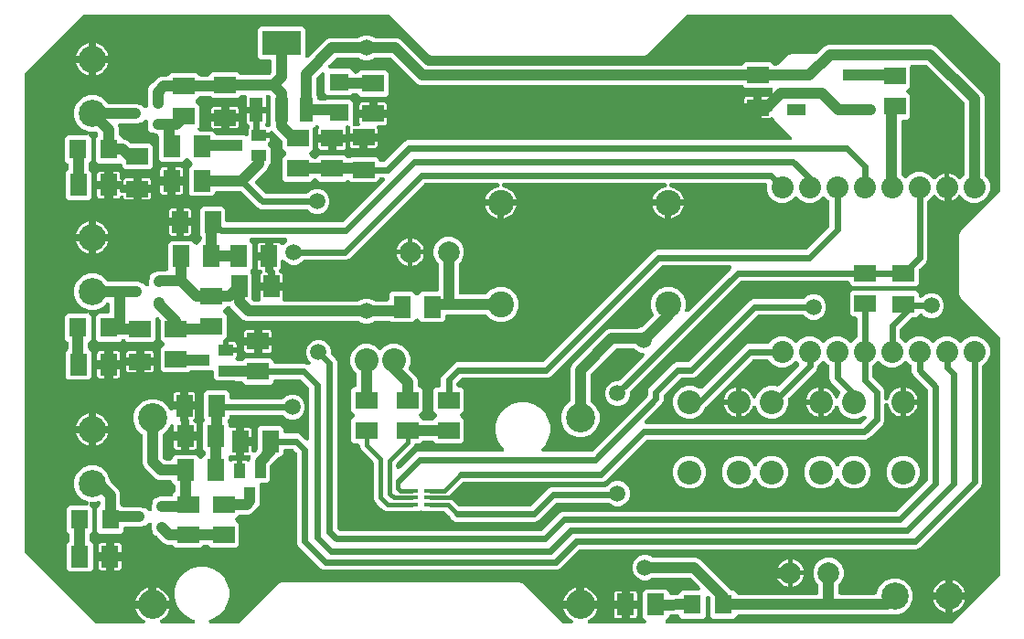
<source format=gbr>
G04 EAGLE Gerber RS-274X export*
G75*
%MOMM*%
%FSLAX34Y34*%
%LPD*%
%INTop Copper*%
%IPPOS*%
%AMOC8*
5,1,8,0,0,1.08239X$1,22.5*%
G01*
%ADD10R,1.500000X2.000000*%
%ADD11R,2.000000X1.500000*%
%ADD12C,2.012800*%
%ADD13R,1.651000X1.000000*%
%ADD14C,2.216000*%
%ADD15R,1.000000X1.400000*%
%ADD16R,0.900000X0.800000*%
%ADD17R,1.400000X1.000000*%
%ADD18R,1.600000X2.000000*%
%ADD19R,2.000000X1.600000*%
%ADD20C,2.700000*%
%ADD21C,2.400000*%
%ADD22C,2.040000*%
%ADD23R,1.219200X2.235200*%
%ADD24R,3.600000X2.200000*%
%ADD25C,2.520800*%
%ADD26R,1.803000X1.600000*%
%ADD27R,1.600000X1.803000*%
%ADD28R,1.168400X0.355600*%
%ADD29C,1.016000*%
%ADD30C,1.500000*%
%ADD31C,0.406400*%
%ADD32C,0.609600*%

G36*
X519567Y22864D02*
X519567Y22864D01*
X519643Y22872D01*
X519720Y22870D01*
X519841Y22891D01*
X519964Y22904D01*
X520038Y22927D01*
X520113Y22940D01*
X520228Y22985D01*
X520346Y23022D01*
X520413Y23059D01*
X520484Y23087D01*
X520588Y23154D01*
X520696Y23214D01*
X520755Y23263D01*
X520819Y23305D01*
X520907Y23392D01*
X521002Y23471D01*
X521049Y23531D01*
X521104Y23585D01*
X521173Y23688D01*
X521250Y23784D01*
X521284Y23853D01*
X521327Y23916D01*
X521375Y24030D01*
X521431Y24141D01*
X521451Y24214D01*
X521480Y24285D01*
X521504Y24406D01*
X521537Y24526D01*
X521542Y24602D01*
X521557Y24677D01*
X521556Y24800D01*
X521565Y24924D01*
X521555Y25000D01*
X521554Y25077D01*
X521529Y25197D01*
X521513Y25320D01*
X521488Y25393D01*
X521472Y25467D01*
X521423Y25581D01*
X521383Y25698D01*
X521344Y25764D01*
X521314Y25834D01*
X521244Y25935D01*
X521181Y26042D01*
X521130Y26099D01*
X521086Y26162D01*
X520997Y26248D01*
X520914Y26340D01*
X520853Y26385D01*
X520798Y26438D01*
X520628Y26552D01*
X520594Y26578D01*
X520582Y26584D01*
X520566Y26595D01*
X519389Y27274D01*
X517721Y28554D01*
X516234Y30041D01*
X514954Y31709D01*
X513903Y33530D01*
X513098Y35473D01*
X512718Y36891D01*
X526570Y36891D01*
X526600Y36894D01*
X526630Y36892D01*
X526799Y36914D01*
X526967Y36931D01*
X526996Y36940D01*
X527026Y36943D01*
X527187Y36998D01*
X527349Y37049D01*
X527375Y37063D01*
X527404Y37073D01*
X527550Y37159D01*
X527699Y37240D01*
X527722Y37260D01*
X527749Y37275D01*
X527875Y37388D01*
X528005Y37498D01*
X528023Y37521D01*
X528046Y37542D01*
X528147Y37677D01*
X528253Y37811D01*
X528267Y37838D01*
X528285Y37862D01*
X528321Y37940D01*
X528339Y37910D01*
X528421Y37760D01*
X528440Y37737D01*
X528455Y37711D01*
X528569Y37585D01*
X528678Y37455D01*
X528702Y37436D01*
X528722Y37414D01*
X528858Y37313D01*
X528991Y37207D01*
X529018Y37193D01*
X529042Y37175D01*
X529196Y37103D01*
X529347Y37026D01*
X529376Y37018D01*
X529404Y37005D01*
X529569Y36965D01*
X529732Y36920D01*
X529762Y36917D01*
X529792Y36910D01*
X530070Y36891D01*
X543922Y36891D01*
X543542Y35473D01*
X542737Y33530D01*
X541686Y31709D01*
X540406Y30041D01*
X538919Y28554D01*
X537251Y27274D01*
X536082Y26599D01*
X536020Y26554D01*
X535952Y26517D01*
X535858Y26438D01*
X535758Y26366D01*
X535706Y26309D01*
X535647Y26260D01*
X535570Y26163D01*
X535487Y26073D01*
X535446Y26007D01*
X535399Y25947D01*
X535343Y25837D01*
X535279Y25732D01*
X535253Y25659D01*
X535218Y25590D01*
X535185Y25472D01*
X535143Y25356D01*
X535132Y25280D01*
X535111Y25205D01*
X535103Y25083D01*
X535085Y24961D01*
X535089Y24884D01*
X535084Y24807D01*
X535099Y24685D01*
X535106Y24562D01*
X535125Y24487D01*
X535135Y24411D01*
X535175Y24295D01*
X535206Y24175D01*
X535240Y24106D01*
X535265Y24033D01*
X535327Y23927D01*
X535381Y23816D01*
X535428Y23755D01*
X535467Y23689D01*
X535549Y23597D01*
X535624Y23499D01*
X535682Y23449D01*
X535734Y23391D01*
X535833Y23318D01*
X535925Y23237D01*
X535992Y23199D01*
X536054Y23153D01*
X536166Y23100D01*
X536273Y23040D01*
X536346Y23016D01*
X536416Y22983D01*
X536535Y22954D01*
X536652Y22915D01*
X536729Y22906D01*
X536804Y22888D01*
X537006Y22874D01*
X537049Y22869D01*
X537062Y22870D01*
X537082Y22869D01*
X587383Y22882D01*
X587398Y22884D01*
X587413Y22882D01*
X587596Y22904D01*
X587781Y22922D01*
X587795Y22927D01*
X587810Y22928D01*
X587985Y22986D01*
X588162Y23040D01*
X588175Y23048D01*
X588189Y23052D01*
X588350Y23143D01*
X588513Y23232D01*
X588524Y23242D01*
X588537Y23249D01*
X588676Y23370D01*
X588818Y23490D01*
X588827Y23501D01*
X588838Y23511D01*
X588951Y23658D01*
X589066Y23803D01*
X589073Y23816D01*
X589082Y23828D01*
X589163Y23994D01*
X589247Y24159D01*
X589251Y24173D01*
X589257Y24187D01*
X589304Y24365D01*
X589353Y24544D01*
X589354Y24559D01*
X589358Y24573D01*
X589368Y24758D01*
X589381Y24942D01*
X589379Y24957D01*
X589380Y24972D01*
X589353Y25154D01*
X589329Y25338D01*
X589324Y25352D01*
X589322Y25367D01*
X589259Y25542D01*
X589199Y25716D01*
X589192Y25729D01*
X589187Y25743D01*
X589091Y25901D01*
X588997Y26061D01*
X588987Y26072D01*
X588980Y26084D01*
X588796Y26295D01*
X586135Y28956D01*
X586135Y52324D01*
X588516Y54705D01*
X607884Y54705D01*
X610265Y52324D01*
X610265Y51684D01*
X610268Y51649D01*
X610266Y51614D01*
X610288Y51451D01*
X610305Y51287D01*
X610315Y51253D01*
X610320Y51218D01*
X610374Y51063D01*
X610423Y50905D01*
X610440Y50874D01*
X610451Y50841D01*
X610535Y50700D01*
X610614Y50555D01*
X610637Y50528D01*
X610655Y50498D01*
X610766Y50375D01*
X610872Y50249D01*
X610899Y50228D01*
X610923Y50201D01*
X611056Y50104D01*
X611185Y50001D01*
X611216Y49985D01*
X611245Y49964D01*
X611394Y49895D01*
X611541Y49820D01*
X611575Y49811D01*
X611607Y49796D01*
X611767Y49758D01*
X611926Y49714D01*
X611961Y49711D01*
X611995Y49703D01*
X612274Y49685D01*
X618156Y49715D01*
X618181Y49717D01*
X618206Y49715D01*
X618380Y49738D01*
X618553Y49756D01*
X618577Y49764D01*
X618602Y49767D01*
X618768Y49824D01*
X618934Y49876D01*
X618956Y49889D01*
X618980Y49897D01*
X619131Y49985D01*
X619284Y50070D01*
X619303Y50086D01*
X619325Y50099D01*
X619455Y50215D01*
X619588Y50329D01*
X619603Y50349D01*
X619622Y50365D01*
X619726Y50505D01*
X619834Y50643D01*
X619846Y50666D01*
X619861Y50686D01*
X619935Y50844D01*
X620014Y51000D01*
X620020Y51024D01*
X620031Y51047D01*
X620072Y51217D01*
X620091Y51284D01*
X622526Y53720D01*
X637181Y53720D01*
X637196Y53721D01*
X637211Y53720D01*
X637395Y53741D01*
X637578Y53760D01*
X637593Y53764D01*
X637608Y53766D01*
X637783Y53823D01*
X637960Y53878D01*
X637973Y53885D01*
X637988Y53890D01*
X638148Y53980D01*
X638311Y54069D01*
X638322Y54079D01*
X638335Y54087D01*
X638475Y54208D01*
X638616Y54327D01*
X638625Y54339D01*
X638637Y54349D01*
X638749Y54495D01*
X638864Y54640D01*
X638871Y54653D01*
X638880Y54665D01*
X638961Y54831D01*
X639045Y54996D01*
X639049Y55010D01*
X639056Y55024D01*
X639102Y55203D01*
X639151Y55381D01*
X639153Y55396D01*
X639156Y55411D01*
X639166Y55594D01*
X639179Y55779D01*
X639177Y55794D01*
X639178Y55809D01*
X639152Y55991D01*
X639128Y56175D01*
X639123Y56190D01*
X639120Y56205D01*
X639058Y56378D01*
X638998Y56553D01*
X638990Y56566D01*
X638985Y56580D01*
X638889Y56738D01*
X638796Y56898D01*
X638786Y56909D01*
X638778Y56922D01*
X638595Y57133D01*
X630528Y65200D01*
X630493Y65228D01*
X630462Y65262D01*
X630338Y65354D01*
X630218Y65453D01*
X630178Y65474D01*
X630142Y65501D01*
X630002Y65567D01*
X629865Y65639D01*
X629822Y65652D01*
X629781Y65671D01*
X629630Y65708D01*
X629482Y65751D01*
X629437Y65755D01*
X629393Y65766D01*
X629114Y65785D01*
X596048Y65785D01*
X596003Y65781D01*
X595958Y65783D01*
X595805Y65761D01*
X595651Y65745D01*
X595608Y65732D01*
X595563Y65725D01*
X595417Y65673D01*
X595269Y65627D01*
X595229Y65605D01*
X595187Y65590D01*
X595055Y65510D01*
X594919Y65436D01*
X594884Y65406D01*
X594845Y65383D01*
X594635Y65200D01*
X594561Y65126D01*
X590310Y63365D01*
X585710Y63365D01*
X581459Y65126D01*
X578206Y68379D01*
X576445Y72630D01*
X576445Y77230D01*
X578206Y81481D01*
X581459Y84734D01*
X585710Y86495D01*
X590310Y86495D01*
X594561Y84734D01*
X594635Y84660D01*
X594670Y84632D01*
X594700Y84598D01*
X594824Y84506D01*
X594944Y84408D01*
X594984Y84386D01*
X595020Y84359D01*
X595160Y84293D01*
X595297Y84221D01*
X595341Y84208D01*
X595382Y84189D01*
X595532Y84152D01*
X595680Y84109D01*
X595726Y84105D01*
X595770Y84094D01*
X596048Y84075D01*
X635549Y84075D01*
X638910Y82683D01*
X641764Y79829D01*
X665549Y56044D01*
X667287Y54305D01*
X667322Y54277D01*
X667353Y54243D01*
X667477Y54151D01*
X667597Y54052D01*
X667637Y54031D01*
X667673Y54004D01*
X667813Y53938D01*
X667950Y53866D01*
X667993Y53853D01*
X668034Y53834D01*
X668185Y53797D01*
X668333Y53754D01*
X668378Y53750D01*
X668422Y53739D01*
X668701Y53720D01*
X670334Y53720D01*
X672789Y51264D01*
X672823Y51167D01*
X672873Y51005D01*
X672887Y50978D01*
X672897Y50950D01*
X672983Y50804D01*
X673064Y50655D01*
X673084Y50631D01*
X673099Y50605D01*
X673212Y50479D01*
X673322Y50349D01*
X673345Y50330D01*
X673366Y50308D01*
X673502Y50207D01*
X673635Y50101D01*
X673662Y50087D01*
X673686Y50069D01*
X673839Y49997D01*
X673991Y49920D01*
X674020Y49912D01*
X674047Y49899D01*
X674213Y49859D01*
X674376Y49814D01*
X674406Y49811D01*
X674435Y49804D01*
X674714Y49785D01*
X747046Y49785D01*
X747076Y49788D01*
X747106Y49786D01*
X747275Y49808D01*
X747443Y49825D01*
X747472Y49834D01*
X747502Y49838D01*
X747663Y49893D01*
X747825Y49943D01*
X747852Y49957D01*
X747880Y49967D01*
X748026Y50053D01*
X748175Y50134D01*
X748199Y50154D01*
X748225Y50169D01*
X748351Y50282D01*
X748481Y50392D01*
X748500Y50415D01*
X748522Y50436D01*
X748623Y50572D01*
X748729Y50705D01*
X748743Y50732D01*
X748761Y50756D01*
X748833Y50909D01*
X748910Y51061D01*
X748918Y51090D01*
X748931Y51117D01*
X748971Y51283D01*
X749016Y51446D01*
X749019Y51476D01*
X749026Y51505D01*
X749045Y51784D01*
X749045Y58186D01*
X749041Y58231D01*
X749043Y58276D01*
X749021Y58429D01*
X749005Y58583D01*
X748992Y58626D01*
X748985Y58671D01*
X748933Y58817D01*
X748887Y58965D01*
X748865Y59005D01*
X748850Y59047D01*
X748770Y59179D01*
X748696Y59315D01*
X748666Y59350D01*
X748643Y59389D01*
X748460Y59599D01*
X746212Y61847D01*
X744061Y67040D01*
X744061Y72660D01*
X746212Y77853D01*
X750187Y81828D01*
X755380Y83979D01*
X761000Y83979D01*
X766193Y81828D01*
X770168Y77853D01*
X772319Y72660D01*
X772319Y67040D01*
X770168Y61847D01*
X767920Y59599D01*
X767892Y59564D01*
X767858Y59534D01*
X767766Y59410D01*
X767667Y59290D01*
X767646Y59250D01*
X767619Y59214D01*
X767553Y59074D01*
X767481Y58937D01*
X767468Y58893D01*
X767449Y58852D01*
X767412Y58702D01*
X767369Y58553D01*
X767365Y58508D01*
X767354Y58464D01*
X767335Y58186D01*
X767335Y51784D01*
X767338Y51754D01*
X767336Y51724D01*
X767358Y51555D01*
X767375Y51387D01*
X767384Y51358D01*
X767388Y51328D01*
X767443Y51167D01*
X767493Y51005D01*
X767507Y50978D01*
X767517Y50950D01*
X767603Y50804D01*
X767684Y50655D01*
X767704Y50631D01*
X767719Y50605D01*
X767832Y50479D01*
X767942Y50349D01*
X767965Y50330D01*
X767986Y50308D01*
X768122Y50207D01*
X768255Y50101D01*
X768282Y50087D01*
X768306Y50069D01*
X768459Y49997D01*
X768611Y49920D01*
X768640Y49912D01*
X768667Y49899D01*
X768833Y49859D01*
X768996Y49814D01*
X769026Y49811D01*
X769055Y49804D01*
X769334Y49785D01*
X800736Y49785D01*
X800766Y49788D01*
X800796Y49786D01*
X800965Y49808D01*
X801133Y49825D01*
X801162Y49834D01*
X801192Y49838D01*
X801353Y49893D01*
X801515Y49943D01*
X801542Y49957D01*
X801570Y49967D01*
X801716Y50053D01*
X801865Y50134D01*
X801889Y50154D01*
X801915Y50169D01*
X802041Y50282D01*
X802171Y50392D01*
X802190Y50415D01*
X802212Y50436D01*
X802313Y50572D01*
X802419Y50705D01*
X802433Y50732D01*
X802451Y50756D01*
X802523Y50909D01*
X802600Y51061D01*
X802608Y51090D01*
X802621Y51117D01*
X802661Y51283D01*
X802706Y51446D01*
X802709Y51476D01*
X802716Y51505D01*
X802718Y51533D01*
X805273Y57702D01*
X809962Y62391D01*
X816088Y64929D01*
X822720Y64929D01*
X828846Y62391D01*
X833535Y57702D01*
X836073Y51576D01*
X836073Y44944D01*
X833535Y38818D01*
X828846Y34129D01*
X822720Y31591D01*
X816088Y31591D01*
X815727Y31741D01*
X815683Y31754D01*
X815642Y31774D01*
X815492Y31812D01*
X815344Y31856D01*
X815299Y31861D01*
X815255Y31872D01*
X815100Y31879D01*
X814947Y31893D01*
X814901Y31888D01*
X814856Y31891D01*
X814703Y31867D01*
X814549Y31850D01*
X814506Y31837D01*
X814461Y31830D01*
X814196Y31741D01*
X813603Y31495D01*
X674714Y31495D01*
X674684Y31492D01*
X674654Y31494D01*
X674485Y31472D01*
X674317Y31455D01*
X674288Y31446D01*
X674258Y31442D01*
X674097Y31387D01*
X673935Y31337D01*
X673908Y31323D01*
X673880Y31313D01*
X673734Y31227D01*
X673585Y31146D01*
X673561Y31126D01*
X673535Y31111D01*
X673409Y30998D01*
X673279Y30888D01*
X673260Y30865D01*
X673238Y30844D01*
X673137Y30708D01*
X673031Y30575D01*
X673017Y30548D01*
X672999Y30524D01*
X672927Y30371D01*
X672850Y30219D01*
X672842Y30190D01*
X672829Y30163D01*
X672795Y30021D01*
X670334Y27560D01*
X650966Y27560D01*
X648585Y29941D01*
X648585Y46314D01*
X648581Y46359D01*
X648583Y46404D01*
X648561Y46557D01*
X648545Y46711D01*
X648532Y46755D01*
X648525Y46800D01*
X648473Y46945D01*
X648427Y47093D01*
X648406Y47133D01*
X648390Y47176D01*
X648310Y47308D01*
X648236Y47443D01*
X648206Y47478D01*
X648183Y47517D01*
X648000Y47728D01*
X647688Y48040D01*
X647676Y48049D01*
X647666Y48061D01*
X647522Y48175D01*
X647378Y48293D01*
X647365Y48300D01*
X647353Y48309D01*
X647188Y48393D01*
X647025Y48479D01*
X647011Y48483D01*
X646997Y48490D01*
X646819Y48539D01*
X646642Y48591D01*
X646627Y48592D01*
X646612Y48596D01*
X646429Y48609D01*
X646244Y48625D01*
X646229Y48623D01*
X646214Y48624D01*
X646030Y48600D01*
X645847Y48579D01*
X645833Y48574D01*
X645818Y48573D01*
X645643Y48513D01*
X645467Y48455D01*
X645454Y48448D01*
X645440Y48443D01*
X645280Y48349D01*
X645120Y48258D01*
X645108Y48249D01*
X645095Y48241D01*
X644958Y48118D01*
X644818Y47996D01*
X644809Y47984D01*
X644798Y47974D01*
X644688Y47827D01*
X644575Y47680D01*
X644568Y47666D01*
X644559Y47654D01*
X644481Y47487D01*
X644399Y47321D01*
X644396Y47306D01*
X644389Y47293D01*
X644345Y47113D01*
X644299Y46934D01*
X644298Y46919D01*
X644294Y46905D01*
X644275Y46626D01*
X644275Y29941D01*
X641894Y27560D01*
X622526Y27560D01*
X620034Y30052D01*
X619987Y30204D01*
X619970Y30235D01*
X619959Y30269D01*
X619875Y30410D01*
X619796Y30555D01*
X619773Y30582D01*
X619755Y30612D01*
X619644Y30735D01*
X619538Y30860D01*
X619511Y30882D01*
X619487Y30908D01*
X619354Y31006D01*
X619225Y31108D01*
X619194Y31124D01*
X619165Y31145D01*
X619016Y31215D01*
X618869Y31289D01*
X618835Y31299D01*
X618803Y31314D01*
X618643Y31352D01*
X618484Y31396D01*
X618449Y31398D01*
X618415Y31407D01*
X618136Y31425D01*
X612254Y31395D01*
X612229Y31393D01*
X612204Y31394D01*
X612030Y31372D01*
X611857Y31353D01*
X611833Y31346D01*
X611808Y31343D01*
X611642Y31286D01*
X611476Y31233D01*
X611454Y31221D01*
X611430Y31213D01*
X611279Y31124D01*
X611126Y31040D01*
X611107Y31024D01*
X611085Y31011D01*
X610955Y30894D01*
X610822Y30781D01*
X610807Y30761D01*
X610788Y30744D01*
X610684Y30605D01*
X610576Y30467D01*
X610564Y30444D01*
X610549Y30424D01*
X610475Y30266D01*
X610396Y30110D01*
X610390Y30085D01*
X610379Y30063D01*
X610338Y29893D01*
X610292Y29724D01*
X610290Y29699D01*
X610284Y29675D01*
X610265Y29396D01*
X610265Y28956D01*
X607609Y26301D01*
X607600Y26289D01*
X607588Y26279D01*
X607474Y26136D01*
X607357Y25992D01*
X607349Y25978D01*
X607340Y25966D01*
X607257Y25802D01*
X607170Y25639D01*
X607166Y25624D01*
X607159Y25610D01*
X607110Y25432D01*
X607058Y25255D01*
X607057Y25240D01*
X607053Y25225D01*
X607040Y25041D01*
X607024Y24857D01*
X607026Y24842D01*
X607025Y24827D01*
X607049Y24644D01*
X607070Y24460D01*
X607075Y24446D01*
X607077Y24431D01*
X607137Y24255D01*
X607194Y24081D01*
X607201Y24067D01*
X607206Y24053D01*
X607300Y23893D01*
X607391Y23733D01*
X607401Y23721D01*
X607409Y23708D01*
X607531Y23571D01*
X607653Y23432D01*
X607665Y23422D01*
X607675Y23411D01*
X607823Y23301D01*
X607969Y23188D01*
X607983Y23182D01*
X607996Y23172D01*
X608163Y23094D01*
X608328Y23013D01*
X608343Y23009D01*
X608357Y23002D01*
X608537Y22958D01*
X608715Y22912D01*
X608730Y22911D01*
X608745Y22908D01*
X609024Y22888D01*
X871362Y22959D01*
X871407Y22964D01*
X871452Y22961D01*
X871605Y22984D01*
X871760Y22999D01*
X871803Y23013D01*
X871847Y23019D01*
X871993Y23072D01*
X872141Y23118D01*
X872181Y23139D01*
X872223Y23154D01*
X872356Y23235D01*
X872492Y23309D01*
X872526Y23338D01*
X872565Y23362D01*
X872776Y23545D01*
X916354Y67123D01*
X916382Y67158D01*
X916416Y67189D01*
X916508Y67312D01*
X916607Y67432D01*
X916628Y67473D01*
X916655Y67509D01*
X916721Y67649D01*
X916793Y67786D01*
X916806Y67829D01*
X916825Y67870D01*
X916862Y68021D01*
X916905Y68169D01*
X916909Y68214D01*
X916920Y68258D01*
X916939Y68537D01*
X916939Y287063D01*
X916935Y287108D01*
X916937Y287154D01*
X916915Y287307D01*
X916899Y287461D01*
X916886Y287504D01*
X916879Y287549D01*
X916827Y287694D01*
X916781Y287842D01*
X916760Y287882D01*
X916744Y287925D01*
X916664Y288057D01*
X916590Y288193D01*
X916560Y288227D01*
X916537Y288266D01*
X916354Y288477D01*
X880386Y324444D01*
X878839Y328179D01*
X878839Y383021D01*
X880386Y386756D01*
X916354Y422723D01*
X916382Y422758D01*
X916416Y422789D01*
X916508Y422912D01*
X916607Y423032D01*
X916628Y423073D01*
X916655Y423109D01*
X916721Y423249D01*
X916793Y423386D01*
X916806Y423429D01*
X916825Y423470D01*
X916862Y423621D01*
X916905Y423769D01*
X916909Y423814D01*
X916920Y423858D01*
X916939Y424137D01*
X916939Y541063D01*
X916935Y541108D01*
X916937Y541154D01*
X916915Y541307D01*
X916899Y541461D01*
X916886Y541504D01*
X916879Y541549D01*
X916827Y541694D01*
X916781Y541842D01*
X916760Y541882D01*
X916744Y541925D01*
X916664Y542057D01*
X916590Y542193D01*
X916560Y542227D01*
X916537Y542266D01*
X916354Y542477D01*
X872677Y586154D01*
X872642Y586182D01*
X872611Y586216D01*
X872488Y586308D01*
X872368Y586407D01*
X872327Y586428D01*
X872291Y586455D01*
X872151Y586521D01*
X872014Y586593D01*
X871971Y586606D01*
X871930Y586625D01*
X871779Y586662D01*
X871631Y586705D01*
X871586Y586709D01*
X871542Y586720D01*
X871263Y586739D01*
X627337Y586739D01*
X627292Y586735D01*
X627246Y586737D01*
X627093Y586715D01*
X626939Y586699D01*
X626896Y586686D01*
X626851Y586679D01*
X626706Y586627D01*
X626558Y586581D01*
X626518Y586560D01*
X626475Y586544D01*
X626343Y586464D01*
X626207Y586390D01*
X626173Y586360D01*
X626134Y586337D01*
X625923Y586154D01*
X589956Y550186D01*
X586221Y548639D01*
X391679Y548639D01*
X387944Y550186D01*
X351977Y586154D01*
X351942Y586182D01*
X351911Y586216D01*
X351788Y586308D01*
X351668Y586407D01*
X351627Y586428D01*
X351591Y586455D01*
X351451Y586521D01*
X351314Y586593D01*
X351271Y586606D01*
X351230Y586625D01*
X351079Y586662D01*
X350931Y586705D01*
X350886Y586709D01*
X350842Y586720D01*
X350563Y586739D01*
X68537Y586739D01*
X68492Y586735D01*
X68446Y586737D01*
X68293Y586715D01*
X68139Y586699D01*
X68096Y586686D01*
X68051Y586679D01*
X67906Y586627D01*
X67758Y586581D01*
X67718Y586560D01*
X67675Y586544D01*
X67543Y586464D01*
X67407Y586390D01*
X67373Y586360D01*
X67334Y586337D01*
X67123Y586154D01*
X14046Y533077D01*
X14018Y533042D01*
X13984Y533011D01*
X13892Y532888D01*
X13793Y532768D01*
X13772Y532727D01*
X13745Y532691D01*
X13679Y532551D01*
X13607Y532414D01*
X13594Y532371D01*
X13575Y532330D01*
X13538Y532179D01*
X13495Y532031D01*
X13491Y531986D01*
X13480Y531942D01*
X13461Y531663D01*
X13461Y90637D01*
X13465Y90592D01*
X13463Y90546D01*
X13485Y90393D01*
X13501Y90239D01*
X13514Y90196D01*
X13521Y90151D01*
X13573Y90006D01*
X13619Y89858D01*
X13640Y89818D01*
X13656Y89775D01*
X13736Y89643D01*
X13810Y89507D01*
X13840Y89473D01*
X13863Y89434D01*
X14046Y89223D01*
X79723Y23546D01*
X79758Y23518D01*
X79789Y23484D01*
X79912Y23392D01*
X80032Y23293D01*
X80073Y23272D01*
X80109Y23245D01*
X80249Y23179D01*
X80386Y23107D01*
X80429Y23094D01*
X80470Y23075D01*
X80621Y23038D01*
X80769Y22995D01*
X80814Y22991D01*
X80858Y22980D01*
X81137Y22961D01*
X123159Y22961D01*
X123235Y22968D01*
X123312Y22967D01*
X123434Y22988D01*
X123556Y23001D01*
X123629Y23023D01*
X123705Y23037D01*
X123820Y23082D01*
X123938Y23119D01*
X124005Y23156D01*
X124077Y23184D01*
X124180Y23251D01*
X124288Y23310D01*
X124347Y23360D01*
X124411Y23402D01*
X124499Y23488D01*
X124593Y23568D01*
X124641Y23628D01*
X124696Y23682D01*
X124765Y23784D01*
X124842Y23881D01*
X124876Y23949D01*
X124919Y24013D01*
X124967Y24127D01*
X125023Y24237D01*
X125043Y24311D01*
X125073Y24382D01*
X125096Y24503D01*
X125129Y24622D01*
X125134Y24698D01*
X125149Y24774D01*
X125148Y24897D01*
X125157Y25020D01*
X125147Y25097D01*
X125146Y25173D01*
X125121Y25294D01*
X125105Y25416D01*
X125080Y25489D01*
X125064Y25564D01*
X125016Y25677D01*
X124976Y25794D01*
X124937Y25861D01*
X124906Y25931D01*
X124836Y26032D01*
X124773Y26139D01*
X124722Y26196D01*
X124678Y26259D01*
X124589Y26344D01*
X124507Y26436D01*
X124445Y26482D01*
X124390Y26535D01*
X124221Y26649D01*
X124187Y26675D01*
X124175Y26680D01*
X124158Y26691D01*
X123149Y27274D01*
X121481Y28554D01*
X119994Y30041D01*
X118714Y31709D01*
X117663Y33530D01*
X116858Y35473D01*
X116478Y36891D01*
X130330Y36891D01*
X130360Y36894D01*
X130390Y36892D01*
X130559Y36914D01*
X130727Y36931D01*
X130756Y36940D01*
X130786Y36943D01*
X130947Y36998D01*
X131109Y37049D01*
X131135Y37063D01*
X131164Y37073D01*
X131310Y37159D01*
X131459Y37240D01*
X131482Y37260D01*
X131509Y37275D01*
X131635Y37388D01*
X131765Y37498D01*
X131783Y37521D01*
X131806Y37542D01*
X131907Y37677D01*
X132013Y37811D01*
X132027Y37838D01*
X132045Y37862D01*
X132081Y37940D01*
X132099Y37910D01*
X132181Y37760D01*
X132200Y37737D01*
X132215Y37711D01*
X132329Y37585D01*
X132438Y37455D01*
X132462Y37436D01*
X132482Y37414D01*
X132618Y37313D01*
X132751Y37207D01*
X132778Y37193D01*
X132802Y37175D01*
X132956Y37103D01*
X133107Y37026D01*
X133136Y37018D01*
X133164Y37005D01*
X133329Y36965D01*
X133492Y36920D01*
X133522Y36917D01*
X133552Y36910D01*
X133830Y36891D01*
X147682Y36891D01*
X147302Y35473D01*
X146497Y33530D01*
X145446Y31709D01*
X144166Y30041D01*
X142679Y28554D01*
X141011Y27274D01*
X140002Y26691D01*
X139940Y26647D01*
X139872Y26610D01*
X139778Y26530D01*
X139678Y26458D01*
X139625Y26402D01*
X139567Y26352D01*
X139490Y26256D01*
X139406Y26165D01*
X139366Y26099D01*
X139318Y26039D01*
X139262Y25929D01*
X139198Y25824D01*
X139172Y25752D01*
X139137Y25683D01*
X139105Y25564D01*
X139063Y25448D01*
X139051Y25372D01*
X139031Y25298D01*
X139022Y25175D01*
X139004Y25053D01*
X139008Y24976D01*
X139003Y24900D01*
X139019Y24778D01*
X139026Y24654D01*
X139045Y24580D01*
X139055Y24504D01*
X139095Y24387D01*
X139126Y24268D01*
X139159Y24199D01*
X139184Y24126D01*
X139247Y24019D01*
X139301Y23909D01*
X139348Y23848D01*
X139387Y23781D01*
X139469Y23689D01*
X139544Y23592D01*
X139602Y23541D01*
X139653Y23484D01*
X139752Y23410D01*
X139845Y23329D01*
X139912Y23291D01*
X139973Y23245D01*
X140085Y23193D01*
X140192Y23132D01*
X140265Y23108D01*
X140335Y23075D01*
X140455Y23046D01*
X140572Y23007D01*
X140648Y22998D01*
X140723Y22980D01*
X140926Y22966D01*
X140969Y22961D01*
X140982Y22962D01*
X141001Y22961D01*
X169298Y22961D01*
X169436Y22975D01*
X169574Y22980D01*
X169634Y22994D01*
X169696Y23001D01*
X169828Y23042D01*
X169962Y23074D01*
X170018Y23100D01*
X170077Y23119D01*
X170199Y23185D01*
X170324Y23244D01*
X170373Y23281D01*
X170428Y23310D01*
X170534Y23400D01*
X170645Y23482D01*
X170686Y23528D01*
X170733Y23568D01*
X170819Y23676D01*
X170911Y23779D01*
X170943Y23832D01*
X170981Y23881D01*
X171044Y24004D01*
X171114Y24123D01*
X171134Y24182D01*
X171162Y24237D01*
X171199Y24370D01*
X171244Y24501D01*
X171252Y24562D01*
X171269Y24622D01*
X171278Y24760D01*
X171296Y24897D01*
X171292Y24959D01*
X171297Y25020D01*
X171279Y25157D01*
X171269Y25296D01*
X171253Y25355D01*
X171245Y25416D01*
X171200Y25547D01*
X171163Y25681D01*
X171135Y25736D01*
X171115Y25794D01*
X171045Y25914D01*
X170983Y26037D01*
X170944Y26085D01*
X170913Y26139D01*
X170821Y26242D01*
X170735Y26350D01*
X170688Y26390D01*
X170647Y26436D01*
X170536Y26519D01*
X170430Y26608D01*
X170376Y26638D01*
X170326Y26675D01*
X170201Y26734D01*
X170080Y26800D01*
X170005Y26826D01*
X169965Y26845D01*
X169914Y26857D01*
X169816Y26891D01*
X168088Y27354D01*
X162351Y30666D01*
X157666Y35351D01*
X154354Y41088D01*
X152639Y47487D01*
X152639Y54113D01*
X154354Y60512D01*
X157666Y66249D01*
X162351Y70934D01*
X168088Y74246D01*
X174487Y75961D01*
X181113Y75961D01*
X187512Y74246D01*
X193249Y70934D01*
X197934Y66249D01*
X201246Y60512D01*
X202961Y54113D01*
X202961Y47487D01*
X201246Y41088D01*
X197934Y35351D01*
X193249Y30666D01*
X187512Y27354D01*
X185784Y26891D01*
X185655Y26842D01*
X185523Y26801D01*
X185469Y26772D01*
X185411Y26750D01*
X185294Y26676D01*
X185172Y26610D01*
X185125Y26570D01*
X185073Y26537D01*
X184973Y26441D01*
X184867Y26352D01*
X184829Y26304D01*
X184784Y26261D01*
X184705Y26148D01*
X184619Y26039D01*
X184591Y25984D01*
X184555Y25933D01*
X184501Y25806D01*
X184438Y25683D01*
X184421Y25624D01*
X184397Y25567D01*
X184368Y25431D01*
X184331Y25298D01*
X184327Y25237D01*
X184314Y25176D01*
X184313Y25038D01*
X184303Y24900D01*
X184311Y24838D01*
X184311Y24777D01*
X184337Y24641D01*
X184355Y24504D01*
X184375Y24445D01*
X184387Y24385D01*
X184440Y24257D01*
X184485Y24126D01*
X184516Y24072D01*
X184540Y24015D01*
X184617Y23901D01*
X184687Y23781D01*
X184728Y23735D01*
X184763Y23684D01*
X184861Y23587D01*
X184953Y23484D01*
X185003Y23447D01*
X185047Y23404D01*
X185163Y23328D01*
X185274Y23245D01*
X185330Y23219D01*
X185381Y23185D01*
X185510Y23134D01*
X185635Y23075D01*
X185695Y23060D01*
X185753Y23038D01*
X185889Y23013D01*
X186023Y22980D01*
X186102Y22975D01*
X186146Y22967D01*
X186198Y22968D01*
X186302Y22961D01*
X210963Y22961D01*
X211008Y22965D01*
X211054Y22963D01*
X211207Y22985D01*
X211361Y23001D01*
X211404Y23014D01*
X211449Y23021D01*
X211594Y23073D01*
X211742Y23119D01*
X211782Y23140D01*
X211825Y23156D01*
X211957Y23236D01*
X212093Y23310D01*
X212127Y23340D01*
X212166Y23363D01*
X212377Y23546D01*
X245105Y56274D01*
X245105Y56275D01*
X248244Y59414D01*
X251979Y60961D01*
X471921Y60961D01*
X475656Y59414D01*
X511622Y23448D01*
X511657Y23419D01*
X511688Y23385D01*
X511811Y23293D01*
X511931Y23195D01*
X511971Y23174D01*
X512008Y23146D01*
X512148Y23081D01*
X512284Y23009D01*
X512328Y22996D01*
X512369Y22976D01*
X512520Y22940D01*
X512668Y22896D01*
X512713Y22892D01*
X512757Y22882D01*
X513036Y22862D01*
X519567Y22864D01*
G37*
%LPC*%
G36*
X55056Y71025D02*
X55056Y71025D01*
X52675Y73406D01*
X52675Y96774D01*
X54790Y98888D01*
X54818Y98923D01*
X54852Y98953D01*
X54944Y99077D01*
X55043Y99197D01*
X55064Y99238D01*
X55091Y99274D01*
X55157Y99414D01*
X55229Y99551D01*
X55242Y99594D01*
X55261Y99635D01*
X55298Y99785D01*
X55341Y99934D01*
X55345Y99979D01*
X55356Y100023D01*
X55375Y100302D01*
X55375Y104933D01*
X55371Y104978D01*
X55373Y105024D01*
X55351Y105177D01*
X55335Y105331D01*
X55322Y105374D01*
X55315Y105419D01*
X55263Y105565D01*
X55217Y105712D01*
X55196Y105752D01*
X55180Y105795D01*
X55100Y105927D01*
X55026Y106063D01*
X54996Y106097D01*
X54973Y106136D01*
X54790Y106347D01*
X52455Y108681D01*
X52455Y130079D01*
X54836Y132460D01*
X71345Y132460D01*
X71352Y132460D01*
X71360Y132460D01*
X71550Y132480D01*
X71742Y132500D01*
X71750Y132502D01*
X71757Y132503D01*
X71939Y132560D01*
X72124Y132618D01*
X72131Y132621D01*
X72138Y132624D01*
X72304Y132716D01*
X72474Y132809D01*
X72480Y132814D01*
X72487Y132818D01*
X72633Y132943D01*
X72780Y133067D01*
X72784Y133073D01*
X72790Y133078D01*
X72909Y133229D01*
X73028Y133380D01*
X73031Y133387D01*
X73036Y133393D01*
X73121Y133564D01*
X73209Y133736D01*
X73211Y133743D01*
X73214Y133750D01*
X73264Y133935D01*
X73315Y134121D01*
X73316Y134128D01*
X73318Y134136D01*
X73330Y134324D01*
X73343Y134519D01*
X73342Y134527D01*
X73343Y134534D01*
X73317Y134721D01*
X73291Y134915D01*
X73289Y134922D01*
X73288Y134930D01*
X73224Y135112D01*
X73162Y135293D01*
X73158Y135300D01*
X73155Y135307D01*
X73057Y135472D01*
X72960Y135638D01*
X72955Y135643D01*
X72951Y135650D01*
X72822Y135792D01*
X72693Y135935D01*
X72687Y135940D01*
X72682Y135945D01*
X72527Y136059D01*
X72373Y136174D01*
X72366Y136177D01*
X72360Y136181D01*
X72110Y136306D01*
X66758Y138523D01*
X62069Y143212D01*
X59531Y149338D01*
X59531Y155970D01*
X62069Y162096D01*
X66758Y166785D01*
X72884Y169323D01*
X79516Y169323D01*
X85642Y166785D01*
X90331Y162096D01*
X92869Y155970D01*
X92869Y155842D01*
X92873Y155797D01*
X92871Y155752D01*
X92893Y155598D01*
X92909Y155445D01*
X92922Y155401D01*
X92929Y155356D01*
X92981Y155211D01*
X93027Y155063D01*
X93048Y155023D01*
X93064Y154980D01*
X93144Y154848D01*
X93218Y154713D01*
X93248Y154678D01*
X93271Y154639D01*
X93454Y154428D01*
X100713Y147170D01*
X102105Y143809D01*
X102105Y133827D01*
X102109Y133782D01*
X102107Y133736D01*
X102129Y133583D01*
X102145Y133429D01*
X102158Y133386D01*
X102165Y133341D01*
X102217Y133195D01*
X102263Y133048D01*
X102284Y133008D01*
X102300Y132965D01*
X102380Y132833D01*
X102454Y132697D01*
X102484Y132663D01*
X102507Y132624D01*
X102690Y132413D01*
X103453Y131650D01*
X103488Y131622D01*
X103519Y131588D01*
X103642Y131496D01*
X103762Y131397D01*
X103803Y131376D01*
X103839Y131349D01*
X103979Y131283D01*
X104116Y131211D01*
X104159Y131198D01*
X104200Y131179D01*
X104351Y131142D01*
X104499Y131099D01*
X104544Y131095D01*
X104588Y131084D01*
X104867Y131065D01*
X121629Y131065D01*
X123869Y130137D01*
X123920Y130122D01*
X123968Y130099D01*
X124111Y130064D01*
X124251Y130022D01*
X124304Y130017D01*
X124356Y130004D01*
X124634Y129985D01*
X125994Y129985D01*
X128297Y127681D01*
X128303Y127676D01*
X128308Y127670D01*
X128458Y127550D01*
X128607Y127428D01*
X128613Y127425D01*
X128619Y127420D01*
X128791Y127331D01*
X128960Y127242D01*
X128967Y127240D01*
X128974Y127236D01*
X129160Y127183D01*
X129343Y127130D01*
X129351Y127129D01*
X129358Y127127D01*
X129548Y127112D01*
X129741Y127096D01*
X129749Y127097D01*
X129757Y127096D01*
X129946Y127119D01*
X130138Y127142D01*
X130145Y127144D01*
X130153Y127145D01*
X130334Y127206D01*
X130518Y127266D01*
X130524Y127269D01*
X130532Y127272D01*
X130698Y127368D01*
X130865Y127462D01*
X130871Y127467D01*
X130878Y127471D01*
X131022Y127598D01*
X131167Y127724D01*
X131171Y127731D01*
X131177Y127736D01*
X131293Y127888D01*
X131410Y128041D01*
X131413Y128048D01*
X131418Y128054D01*
X131501Y128227D01*
X131586Y128400D01*
X131588Y128407D01*
X131591Y128414D01*
X131638Y128602D01*
X131686Y128786D01*
X131687Y128794D01*
X131689Y128802D01*
X131698Y128992D01*
X131708Y129185D01*
X131707Y129193D01*
X131707Y129201D01*
X131678Y129390D01*
X131665Y129479D01*
X131665Y133239D01*
X132093Y134272D01*
X132108Y134322D01*
X132131Y134370D01*
X132166Y134513D01*
X132208Y134654D01*
X132213Y134707D01*
X132226Y134758D01*
X132245Y135037D01*
X132245Y137104D01*
X134626Y139485D01*
X135986Y139485D01*
X136039Y139490D01*
X136092Y139488D01*
X136237Y139510D01*
X136383Y139525D01*
X136434Y139540D01*
X136486Y139548D01*
X136751Y139637D01*
X138991Y140565D01*
X149036Y140565D01*
X149066Y140568D01*
X149096Y140566D01*
X149265Y140588D01*
X149433Y140605D01*
X149462Y140614D01*
X149492Y140618D01*
X149653Y140673D01*
X149815Y140723D01*
X149842Y140737D01*
X149870Y140747D01*
X150016Y140833D01*
X150165Y140914D01*
X150189Y140934D01*
X150215Y140949D01*
X150341Y141062D01*
X150471Y141172D01*
X150490Y141195D01*
X150512Y141216D01*
X150613Y141352D01*
X150719Y141485D01*
X150733Y141512D01*
X150751Y141536D01*
X150823Y141689D01*
X150900Y141841D01*
X150908Y141870D01*
X150921Y141897D01*
X150961Y142063D01*
X151006Y142226D01*
X151009Y142256D01*
X151016Y142285D01*
X151035Y142564D01*
X151035Y143064D01*
X152800Y144828D01*
X152828Y144863D01*
X152862Y144894D01*
X152954Y145017D01*
X153053Y145137D01*
X153074Y145178D01*
X153101Y145214D01*
X153167Y145354D01*
X153239Y145491D01*
X153252Y145534D01*
X153271Y145575D01*
X153308Y145726D01*
X153351Y145874D01*
X153355Y145919D01*
X153366Y145963D01*
X153385Y146242D01*
X153385Y149668D01*
X153381Y149713D01*
X153383Y149759D01*
X153361Y149912D01*
X153345Y150066D01*
X153332Y150109D01*
X153325Y150154D01*
X153273Y150300D01*
X153227Y150447D01*
X153206Y150487D01*
X153190Y150530D01*
X153110Y150662D01*
X153036Y150798D01*
X153006Y150832D01*
X152983Y150871D01*
X152800Y151082D01*
X150465Y153416D01*
X150465Y153956D01*
X150462Y153986D01*
X150464Y154016D01*
X150442Y154185D01*
X150425Y154353D01*
X150416Y154382D01*
X150412Y154412D01*
X150357Y154573D01*
X150307Y154735D01*
X150293Y154762D01*
X150283Y154790D01*
X150197Y154936D01*
X150116Y155085D01*
X150096Y155109D01*
X150081Y155135D01*
X149968Y155261D01*
X149858Y155391D01*
X149835Y155410D01*
X149814Y155432D01*
X149678Y155533D01*
X149545Y155639D01*
X149518Y155653D01*
X149494Y155671D01*
X149341Y155743D01*
X149189Y155820D01*
X149160Y155828D01*
X149133Y155841D01*
X148967Y155881D01*
X148804Y155926D01*
X148774Y155929D01*
X148745Y155936D01*
X148466Y155955D01*
X137881Y155955D01*
X134520Y157347D01*
X124327Y167540D01*
X122935Y170901D01*
X122935Y196836D01*
X122934Y196850D01*
X122934Y196857D01*
X122931Y196884D01*
X122933Y196927D01*
X122911Y197080D01*
X122895Y197234D01*
X122882Y197277D01*
X122875Y197322D01*
X122823Y197468D01*
X122777Y197615D01*
X122756Y197655D01*
X122740Y197698D01*
X122660Y197830D01*
X122586Y197966D01*
X122556Y198001D01*
X122533Y198039D01*
X122350Y198250D01*
X117189Y203410D01*
X114515Y209866D01*
X114515Y216854D01*
X117189Y223310D01*
X122130Y228251D01*
X128586Y230925D01*
X135574Y230925D01*
X142030Y228251D01*
X146971Y223310D01*
X147643Y221687D01*
X147646Y221680D01*
X147649Y221673D01*
X147742Y221501D01*
X147832Y221335D01*
X147837Y221329D01*
X147840Y221322D01*
X147965Y221175D01*
X148087Y221027D01*
X148093Y221023D01*
X148098Y221017D01*
X148249Y220897D01*
X148398Y220777D01*
X148405Y220773D01*
X148411Y220769D01*
X148584Y220681D01*
X148753Y220593D01*
X148760Y220591D01*
X148767Y220588D01*
X148952Y220537D01*
X149137Y220484D01*
X149145Y220483D01*
X149152Y220481D01*
X149342Y220468D01*
X149535Y220453D01*
X149543Y220454D01*
X149550Y220453D01*
X149739Y220478D01*
X149932Y220502D01*
X149939Y220504D01*
X149946Y220505D01*
X150127Y220567D01*
X150310Y220629D01*
X150317Y220632D01*
X150324Y220635D01*
X150490Y220732D01*
X150656Y220828D01*
X150662Y220833D01*
X150669Y220837D01*
X150811Y220964D01*
X150898Y221041D01*
X157781Y221041D01*
X157781Y211390D01*
X157784Y211360D01*
X157782Y211330D01*
X157804Y211161D01*
X157821Y210993D01*
X157830Y210964D01*
X157833Y210934D01*
X157888Y210773D01*
X157939Y210611D01*
X157953Y210584D01*
X157963Y210556D01*
X158049Y210410D01*
X158130Y210261D01*
X158150Y210237D01*
X158165Y210211D01*
X158278Y210085D01*
X158388Y209955D01*
X158411Y209936D01*
X158432Y209914D01*
X158531Y209840D01*
X158531Y200849D01*
X151989Y200849D01*
X151989Y205475D01*
X151989Y205483D01*
X151989Y205491D01*
X151969Y205681D01*
X151949Y205873D01*
X151947Y205880D01*
X151946Y205888D01*
X151888Y206070D01*
X151831Y206254D01*
X151828Y206261D01*
X151825Y206268D01*
X151732Y206436D01*
X151640Y206605D01*
X151635Y206611D01*
X151631Y206617D01*
X151507Y206762D01*
X151382Y206910D01*
X151376Y206915D01*
X151371Y206921D01*
X151222Y207038D01*
X151069Y207158D01*
X151062Y207162D01*
X151056Y207167D01*
X150885Y207252D01*
X150713Y207339D01*
X150706Y207341D01*
X150699Y207345D01*
X150514Y207395D01*
X150328Y207446D01*
X150321Y207446D01*
X150313Y207448D01*
X150123Y207460D01*
X149930Y207474D01*
X149922Y207473D01*
X149915Y207473D01*
X149725Y207447D01*
X149534Y207422D01*
X149527Y207419D01*
X149519Y207418D01*
X149337Y207354D01*
X149156Y207292D01*
X149149Y207289D01*
X149142Y207286D01*
X148976Y207187D01*
X148811Y207090D01*
X148806Y207085D01*
X148799Y207081D01*
X148657Y206952D01*
X148514Y206824D01*
X148509Y206818D01*
X148504Y206813D01*
X148390Y206658D01*
X148275Y206503D01*
X148272Y206497D01*
X148268Y206490D01*
X148143Y206241D01*
X146971Y203410D01*
X141810Y198250D01*
X141782Y198215D01*
X141748Y198185D01*
X141656Y198061D01*
X141557Y197941D01*
X141536Y197901D01*
X141509Y197864D01*
X141443Y197724D01*
X141371Y197587D01*
X141358Y197544D01*
X141339Y197503D01*
X141302Y197353D01*
X141259Y197204D01*
X141255Y197159D01*
X141244Y197115D01*
X141225Y196836D01*
X141225Y177336D01*
X141229Y177291D01*
X141227Y177246D01*
X141249Y177093D01*
X141265Y176939D01*
X141278Y176895D01*
X141285Y176850D01*
X141337Y176705D01*
X141383Y176557D01*
X141404Y176517D01*
X141420Y176475D01*
X141500Y176342D01*
X141574Y176207D01*
X141604Y176172D01*
X141627Y176133D01*
X141810Y175922D01*
X142902Y174830D01*
X142937Y174802D01*
X142968Y174768D01*
X143092Y174676D01*
X143212Y174577D01*
X143252Y174556D01*
X143288Y174529D01*
X143428Y174463D01*
X143565Y174391D01*
X143608Y174378D01*
X143649Y174359D01*
X143800Y174322D01*
X143948Y174279D01*
X143993Y174275D01*
X144037Y174264D01*
X144316Y174245D01*
X148466Y174245D01*
X148496Y174248D01*
X148526Y174246D01*
X148695Y174268D01*
X148863Y174285D01*
X148892Y174294D01*
X148922Y174298D01*
X149083Y174353D01*
X149245Y174403D01*
X149272Y174417D01*
X149300Y174427D01*
X149446Y174513D01*
X149595Y174594D01*
X149619Y174614D01*
X149645Y174629D01*
X149771Y174742D01*
X149901Y174852D01*
X149920Y174875D01*
X149942Y174896D01*
X150043Y175031D01*
X150149Y175165D01*
X150163Y175192D01*
X150181Y175216D01*
X150253Y175369D01*
X150330Y175521D01*
X150338Y175550D01*
X150351Y175577D01*
X150391Y175743D01*
X150436Y175906D01*
X150439Y175936D01*
X150446Y175965D01*
X150465Y176244D01*
X150465Y176784D01*
X152846Y179165D01*
X172214Y179165D01*
X175116Y176262D01*
X175140Y176243D01*
X175160Y176220D01*
X175294Y176117D01*
X175426Y176009D01*
X175452Y175995D01*
X175476Y175977D01*
X175629Y175902D01*
X175779Y175823D01*
X175808Y175814D01*
X175835Y175801D01*
X175999Y175758D01*
X176162Y175711D01*
X176192Y175708D01*
X176222Y175700D01*
X176390Y175691D01*
X176560Y175677D01*
X176590Y175680D01*
X176620Y175679D01*
X176788Y175703D01*
X176957Y175723D01*
X176986Y175732D01*
X177016Y175736D01*
X177176Y175794D01*
X177337Y175846D01*
X177363Y175861D01*
X177392Y175872D01*
X177537Y175960D01*
X177684Y176043D01*
X177707Y176063D01*
X177733Y176079D01*
X177944Y176262D01*
X180800Y179118D01*
X180828Y179153D01*
X180862Y179184D01*
X180954Y179307D01*
X181053Y179427D01*
X181074Y179468D01*
X181101Y179504D01*
X181167Y179644D01*
X181239Y179781D01*
X181252Y179824D01*
X181271Y179865D01*
X181308Y180016D01*
X181351Y180164D01*
X181355Y180209D01*
X181366Y180253D01*
X181385Y180532D01*
X181385Y181418D01*
X181381Y181463D01*
X181383Y181509D01*
X181361Y181662D01*
X181345Y181816D01*
X181332Y181859D01*
X181325Y181904D01*
X181273Y182050D01*
X181227Y182197D01*
X181206Y182237D01*
X181190Y182280D01*
X181110Y182412D01*
X181036Y182548D01*
X181006Y182582D01*
X180983Y182621D01*
X180800Y182832D01*
X178465Y185166D01*
X178465Y208534D01*
X180088Y210156D01*
X180107Y210180D01*
X180130Y210200D01*
X180233Y210334D01*
X180341Y210466D01*
X180355Y210492D01*
X180373Y210516D01*
X180448Y210669D01*
X180527Y210819D01*
X180536Y210848D01*
X180549Y210875D01*
X180591Y211039D01*
X180639Y211202D01*
X180642Y211232D01*
X180650Y211262D01*
X180659Y211430D01*
X180673Y211600D01*
X180670Y211630D01*
X180671Y211660D01*
X180647Y211828D01*
X180627Y211997D01*
X180618Y212026D01*
X180614Y212056D01*
X180556Y212216D01*
X180504Y212377D01*
X180489Y212403D01*
X180478Y212431D01*
X180390Y212576D01*
X180307Y212724D01*
X180287Y212747D01*
X180271Y212773D01*
X180088Y212984D01*
X179965Y213106D01*
X179965Y236474D01*
X182346Y238855D01*
X200714Y238855D01*
X203095Y236474D01*
X203095Y232632D01*
X203098Y232602D01*
X203096Y232572D01*
X203118Y232403D01*
X203135Y232235D01*
X203144Y232206D01*
X203148Y232176D01*
X203203Y232015D01*
X203253Y231853D01*
X203267Y231826D01*
X203277Y231798D01*
X203363Y231652D01*
X203444Y231503D01*
X203464Y231479D01*
X203479Y231453D01*
X203592Y231327D01*
X203702Y231197D01*
X203725Y231178D01*
X203746Y231156D01*
X203882Y231055D01*
X204015Y230949D01*
X204042Y230935D01*
X204066Y230917D01*
X204219Y230845D01*
X204371Y230768D01*
X204400Y230760D01*
X204427Y230747D01*
X204593Y230707D01*
X204756Y230662D01*
X204786Y230659D01*
X204815Y230652D01*
X205094Y230633D01*
X251550Y230633D01*
X251595Y230637D01*
X251640Y230635D01*
X251793Y230657D01*
X251947Y230673D01*
X251990Y230686D01*
X252035Y230693D01*
X252181Y230745D01*
X252329Y230791D01*
X252368Y230812D01*
X252411Y230828D01*
X252543Y230908D01*
X252679Y230982D01*
X252714Y231012D01*
X252753Y231035D01*
X252963Y231218D01*
X255069Y233324D01*
X259320Y235085D01*
X263920Y235085D01*
X268171Y233324D01*
X271424Y230071D01*
X273185Y225820D01*
X273185Y221220D01*
X271424Y216969D01*
X268171Y213716D01*
X263920Y211955D01*
X259320Y211955D01*
X255069Y213716D01*
X252963Y215822D01*
X252928Y215850D01*
X252898Y215884D01*
X252774Y215976D01*
X252654Y216075D01*
X252614Y216096D01*
X252578Y216123D01*
X252438Y216189D01*
X252301Y216261D01*
X252257Y216274D01*
X252216Y216293D01*
X252066Y216330D01*
X251917Y216373D01*
X251872Y216377D01*
X251828Y216388D01*
X251550Y216407D01*
X205094Y216407D01*
X205064Y216404D01*
X205034Y216406D01*
X204865Y216384D01*
X204697Y216367D01*
X204668Y216358D01*
X204638Y216354D01*
X204477Y216299D01*
X204315Y216249D01*
X204288Y216235D01*
X204260Y216225D01*
X204114Y216139D01*
X203965Y216058D01*
X203941Y216038D01*
X203915Y216023D01*
X203789Y215910D01*
X203659Y215800D01*
X203640Y215777D01*
X203618Y215756D01*
X203517Y215620D01*
X203411Y215487D01*
X203397Y215460D01*
X203379Y215436D01*
X203307Y215283D01*
X203230Y215131D01*
X203222Y215102D01*
X203209Y215075D01*
X203169Y214909D01*
X203124Y214746D01*
X203121Y214716D01*
X203114Y214687D01*
X203095Y214408D01*
X203095Y213106D01*
X201972Y211984D01*
X201953Y211960D01*
X201930Y211940D01*
X201827Y211806D01*
X201719Y211674D01*
X201705Y211648D01*
X201687Y211624D01*
X201612Y211471D01*
X201533Y211321D01*
X201524Y211292D01*
X201511Y211265D01*
X201468Y211100D01*
X201421Y210938D01*
X201418Y210908D01*
X201410Y210878D01*
X201401Y210710D01*
X201387Y210540D01*
X201390Y210510D01*
X201389Y210480D01*
X201413Y210312D01*
X201433Y210143D01*
X201442Y210114D01*
X201446Y210084D01*
X201504Y209925D01*
X201556Y209763D01*
X201571Y209737D01*
X201582Y209708D01*
X201670Y209563D01*
X201753Y209416D01*
X201773Y209393D01*
X201789Y209367D01*
X201972Y209156D01*
X202595Y208534D01*
X202595Y206273D01*
X202604Y206181D01*
X202603Y206090D01*
X202624Y205983D01*
X202635Y205875D01*
X202662Y205788D01*
X202679Y205697D01*
X202721Y205597D01*
X202753Y205494D01*
X202797Y205413D01*
X202832Y205328D01*
X202892Y205239D01*
X202944Y205143D01*
X203004Y205073D01*
X203055Y204997D01*
X203132Y204921D01*
X203202Y204838D01*
X203274Y204781D01*
X203339Y204716D01*
X203430Y204657D01*
X203515Y204590D01*
X203597Y204548D01*
X203674Y204498D01*
X203774Y204458D01*
X203871Y204409D01*
X203959Y204385D01*
X204045Y204351D01*
X204152Y204331D01*
X204256Y204302D01*
X204347Y204296D01*
X204438Y204280D01*
X204546Y204282D01*
X204654Y204275D01*
X204746Y204287D01*
X204837Y204289D01*
X204952Y204311D01*
X209331Y204311D01*
X209331Y193770D01*
X209334Y193740D01*
X209332Y193710D01*
X209354Y193541D01*
X209371Y193373D01*
X209380Y193344D01*
X209384Y193314D01*
X209439Y193153D01*
X209489Y192991D01*
X209503Y192965D01*
X209513Y192936D01*
X209599Y192790D01*
X209680Y192641D01*
X209700Y192617D01*
X209715Y192591D01*
X209828Y192465D01*
X209938Y192335D01*
X209962Y192316D01*
X209982Y192294D01*
X210118Y192193D01*
X210251Y192087D01*
X210278Y192073D01*
X210302Y192055D01*
X210455Y191983D01*
X210607Y191906D01*
X210636Y191898D01*
X210664Y191885D01*
X210829Y191845D01*
X210992Y191800D01*
X211022Y191798D01*
X211052Y191790D01*
X211330Y191771D01*
X213331Y191771D01*
X213331Y191769D01*
X211330Y191769D01*
X211300Y191766D01*
X211270Y191768D01*
X211101Y191746D01*
X210933Y191729D01*
X210904Y191720D01*
X210874Y191716D01*
X210713Y191661D01*
X210551Y191611D01*
X210524Y191597D01*
X210496Y191587D01*
X210350Y191501D01*
X210201Y191420D01*
X210177Y191400D01*
X210151Y191385D01*
X210025Y191272D01*
X209895Y191162D01*
X209876Y191138D01*
X209854Y191118D01*
X209753Y190982D01*
X209647Y190849D01*
X209633Y190822D01*
X209615Y190798D01*
X209543Y190645D01*
X209466Y190493D01*
X209458Y190464D01*
X209445Y190436D01*
X209405Y190271D01*
X209360Y190108D01*
X209357Y190078D01*
X209350Y190048D01*
X209331Y189770D01*
X209331Y179229D01*
X204962Y179229D01*
X204932Y179238D01*
X204824Y179245D01*
X204717Y179263D01*
X204625Y179259D01*
X204534Y179265D01*
X204426Y179251D01*
X204318Y179247D01*
X204229Y179225D01*
X204138Y179214D01*
X204035Y179178D01*
X203930Y179153D01*
X203847Y179114D01*
X203760Y179084D01*
X203666Y179029D01*
X203568Y178983D01*
X203495Y178928D01*
X203415Y178882D01*
X203335Y178810D01*
X203248Y178745D01*
X203186Y178677D01*
X203118Y178615D01*
X203053Y178528D01*
X202981Y178448D01*
X202934Y178369D01*
X202879Y178295D01*
X202833Y178197D01*
X202778Y178104D01*
X202748Y178017D01*
X202709Y177934D01*
X202683Y177828D01*
X202648Y177726D01*
X202636Y177635D01*
X202614Y177546D01*
X202603Y177385D01*
X202596Y177330D01*
X202597Y177305D01*
X202595Y177267D01*
X202595Y174934D01*
X202596Y174919D01*
X202595Y174904D01*
X202616Y174720D01*
X202635Y174537D01*
X202639Y174523D01*
X202641Y174507D01*
X202698Y174332D01*
X202753Y174155D01*
X202760Y174142D01*
X202765Y174128D01*
X202855Y173968D01*
X202944Y173805D01*
X202954Y173793D01*
X202962Y173780D01*
X203083Y173640D01*
X203202Y173500D01*
X203214Y173490D01*
X203224Y173479D01*
X203370Y173366D01*
X203515Y173251D01*
X203528Y173245D01*
X203540Y173235D01*
X203706Y173154D01*
X203871Y173071D01*
X203886Y173066D01*
X203899Y173060D01*
X204078Y173013D01*
X204256Y172964D01*
X204271Y172963D01*
X204286Y172959D01*
X204470Y172949D01*
X204654Y172936D01*
X204669Y172938D01*
X204685Y172937D01*
X204867Y172964D01*
X205050Y172988D01*
X205065Y172993D01*
X205080Y172995D01*
X205253Y173057D01*
X205428Y173118D01*
X205441Y173125D01*
X205456Y173130D01*
X205613Y173226D01*
X205773Y173320D01*
X205784Y173330D01*
X205797Y173338D01*
X206008Y173521D01*
X206190Y173703D01*
X206769Y174038D01*
X207416Y174211D01*
X210251Y174211D01*
X210251Y165170D01*
X210254Y165140D01*
X210252Y165110D01*
X210274Y164941D01*
X210291Y164773D01*
X210300Y164744D01*
X210303Y164714D01*
X210358Y164553D01*
X210409Y164391D01*
X210423Y164365D01*
X210433Y164336D01*
X210519Y164190D01*
X210600Y164041D01*
X210620Y164018D01*
X210635Y163991D01*
X210748Y163865D01*
X210858Y163735D01*
X210881Y163717D01*
X210902Y163694D01*
X211038Y163593D01*
X211171Y163487D01*
X211198Y163473D01*
X211222Y163455D01*
X211375Y163383D01*
X211527Y163306D01*
X211556Y163298D01*
X211583Y163285D01*
X211749Y163245D01*
X211912Y163200D01*
X211942Y163198D01*
X211971Y163190D01*
X212250Y163171D01*
X213250Y163171D01*
X213280Y163174D01*
X213310Y163172D01*
X213479Y163194D01*
X213647Y163211D01*
X213676Y163220D01*
X213706Y163224D01*
X213867Y163279D01*
X214029Y163329D01*
X214056Y163343D01*
X214084Y163353D01*
X214230Y163439D01*
X214379Y163521D01*
X214403Y163540D01*
X214429Y163555D01*
X214555Y163669D01*
X214685Y163778D01*
X214704Y163802D01*
X214726Y163822D01*
X214827Y163958D01*
X214933Y164091D01*
X214947Y164118D01*
X214965Y164142D01*
X215037Y164296D01*
X215114Y164447D01*
X215122Y164476D01*
X215135Y164504D01*
X215175Y164669D01*
X215220Y164832D01*
X215223Y164862D01*
X215230Y164892D01*
X215249Y165170D01*
X215249Y174211D01*
X218084Y174211D01*
X218731Y174038D01*
X219399Y173652D01*
X219501Y173568D01*
X219515Y173561D01*
X219527Y173551D01*
X219691Y173468D01*
X219854Y173382D01*
X219869Y173377D01*
X219883Y173371D01*
X220060Y173322D01*
X220238Y173269D01*
X220253Y173268D01*
X220268Y173264D01*
X220452Y173251D01*
X220636Y173235D01*
X220651Y173237D01*
X220666Y173236D01*
X220850Y173260D01*
X221033Y173281D01*
X221047Y173286D01*
X221062Y173288D01*
X221237Y173348D01*
X221412Y173405D01*
X221426Y173413D01*
X221440Y173418D01*
X221599Y173511D01*
X221760Y173602D01*
X221771Y173612D01*
X221785Y173620D01*
X221922Y173743D01*
X222061Y173864D01*
X222071Y173876D01*
X222082Y173886D01*
X222192Y174034D01*
X222305Y174180D01*
X222312Y174194D01*
X222321Y174207D01*
X222399Y174373D01*
X222480Y174539D01*
X222484Y174554D01*
X222491Y174568D01*
X222535Y174748D01*
X222581Y174926D01*
X222582Y174941D01*
X222586Y174956D01*
X222598Y175132D01*
X223150Y176465D01*
X223157Y176487D01*
X223167Y176507D01*
X223214Y176678D01*
X223266Y176847D01*
X223268Y176870D01*
X223274Y176892D01*
X223286Y177069D01*
X223302Y177245D01*
X223300Y177268D01*
X223302Y177290D01*
X223279Y177466D01*
X223260Y177642D01*
X223253Y177664D01*
X223250Y177686D01*
X223192Y177854D01*
X223139Y178023D01*
X223128Y178043D01*
X223120Y178064D01*
X223030Y178217D01*
X222944Y178372D01*
X222930Y178389D01*
X222918Y178409D01*
X222800Y178541D01*
X222685Y178675D01*
X222667Y178689D01*
X222652Y178706D01*
X222509Y178812D01*
X222370Y178921D01*
X222349Y178931D01*
X222331Y178945D01*
X222170Y179020D01*
X222012Y179099D01*
X221990Y179105D01*
X221970Y179115D01*
X221797Y179157D01*
X221627Y179203D01*
X221604Y179204D01*
X221582Y179210D01*
X221303Y179229D01*
X217329Y179229D01*
X217329Y187771D01*
X223871Y187771D01*
X223871Y183210D01*
X223872Y183195D01*
X223871Y183180D01*
X223892Y182996D01*
X223911Y182813D01*
X223915Y182798D01*
X223917Y182783D01*
X223974Y182607D01*
X224029Y182431D01*
X224036Y182418D01*
X224041Y182403D01*
X224131Y182243D01*
X224220Y182080D01*
X224230Y182069D01*
X224238Y182056D01*
X224359Y181916D01*
X224478Y181775D01*
X224490Y181766D01*
X224500Y181754D01*
X224646Y181642D01*
X224791Y181527D01*
X224804Y181520D01*
X224816Y181511D01*
X224982Y181430D01*
X225147Y181346D01*
X225162Y181342D01*
X225175Y181335D01*
X225353Y181289D01*
X225532Y181240D01*
X225547Y181238D01*
X225562Y181235D01*
X225745Y181225D01*
X225930Y181212D01*
X225945Y181214D01*
X225960Y181213D01*
X226142Y181239D01*
X226326Y181263D01*
X226341Y181268D01*
X226356Y181271D01*
X226529Y181333D01*
X226704Y181393D01*
X226717Y181401D01*
X226731Y181406D01*
X226889Y181501D01*
X227049Y181595D01*
X227060Y181605D01*
X227073Y181613D01*
X227284Y181796D01*
X228680Y183192D01*
X228708Y183227D01*
X228742Y183258D01*
X228835Y183382D01*
X228933Y183502D01*
X228954Y183542D01*
X228981Y183578D01*
X229047Y183718D01*
X229119Y183855D01*
X229132Y183898D01*
X229151Y183939D01*
X229188Y184090D01*
X229231Y184238D01*
X229235Y184283D01*
X229246Y184327D01*
X229265Y184606D01*
X229265Y203454D01*
X231646Y205835D01*
X251014Y205835D01*
X253395Y203454D01*
X253395Y200882D01*
X253398Y200852D01*
X253396Y200822D01*
X253418Y200653D01*
X253435Y200485D01*
X253444Y200456D01*
X253448Y200426D01*
X253503Y200265D01*
X253553Y200103D01*
X253567Y200076D01*
X253577Y200048D01*
X253663Y199902D01*
X253744Y199753D01*
X253764Y199729D01*
X253779Y199703D01*
X253892Y199577D01*
X254002Y199447D01*
X254025Y199428D01*
X254046Y199406D01*
X254182Y199305D01*
X254315Y199199D01*
X254342Y199185D01*
X254366Y199167D01*
X254519Y199095D01*
X254671Y199018D01*
X254700Y199010D01*
X254727Y198997D01*
X254893Y198957D01*
X255056Y198912D01*
X255086Y198909D01*
X255115Y198902D01*
X255394Y198883D01*
X266845Y198883D01*
X269459Y197800D01*
X273954Y193305D01*
X273966Y193295D01*
X273976Y193283D01*
X274120Y193169D01*
X274264Y193052D01*
X274277Y193045D01*
X274289Y193035D01*
X274454Y192951D01*
X274617Y192865D01*
X274631Y192861D01*
X274645Y192854D01*
X274822Y192805D01*
X275000Y192753D01*
X275015Y192752D01*
X275030Y192748D01*
X275213Y192735D01*
X275398Y192719D01*
X275413Y192721D01*
X275428Y192720D01*
X275612Y192744D01*
X275795Y192765D01*
X275809Y192770D01*
X275824Y192772D01*
X276000Y192832D01*
X276175Y192889D01*
X276188Y192896D01*
X276202Y192901D01*
X276362Y192995D01*
X276522Y193086D01*
X276534Y193096D01*
X276547Y193103D01*
X276684Y193227D01*
X276824Y193348D01*
X276833Y193360D01*
X276844Y193370D01*
X276954Y193517D01*
X277067Y193665D01*
X277074Y193678D01*
X277083Y193690D01*
X277161Y193856D01*
X277243Y194023D01*
X277246Y194038D01*
X277253Y194052D01*
X277297Y194232D01*
X277343Y194410D01*
X277344Y194425D01*
X277348Y194440D01*
X277367Y194718D01*
X277367Y240066D01*
X277363Y240111D01*
X277365Y240156D01*
X277343Y240309D01*
X277327Y240463D01*
X277314Y240506D01*
X277307Y240551D01*
X277255Y240697D01*
X277209Y240845D01*
X277188Y240884D01*
X277172Y240927D01*
X277092Y241059D01*
X277018Y241195D01*
X276988Y241230D01*
X276965Y241269D01*
X276782Y241479D01*
X269449Y248812D01*
X269414Y248840D01*
X269384Y248874D01*
X269260Y248966D01*
X269140Y249065D01*
X269100Y249086D01*
X269064Y249113D01*
X268924Y249179D01*
X268787Y249251D01*
X268743Y249264D01*
X268702Y249283D01*
X268552Y249320D01*
X268403Y249363D01*
X268358Y249367D01*
X268314Y249378D01*
X268036Y249397D01*
X245934Y249397D01*
X245904Y249394D01*
X245874Y249396D01*
X245705Y249374D01*
X245537Y249357D01*
X245508Y249348D01*
X245478Y249344D01*
X245317Y249289D01*
X245155Y249239D01*
X245128Y249225D01*
X245100Y249215D01*
X244954Y249129D01*
X244805Y249048D01*
X244781Y249028D01*
X244755Y249013D01*
X244629Y248900D01*
X244499Y248790D01*
X244480Y248767D01*
X244458Y248746D01*
X244357Y248610D01*
X244251Y248477D01*
X244237Y248450D01*
X244219Y248426D01*
X244147Y248273D01*
X244070Y248121D01*
X244062Y248092D01*
X244049Y248065D01*
X244009Y247899D01*
X243964Y247736D01*
X243961Y247706D01*
X243954Y247677D01*
X243935Y247398D01*
X243935Y246826D01*
X241554Y244445D01*
X218186Y244445D01*
X215852Y246780D01*
X215817Y246808D01*
X215787Y246842D01*
X215663Y246934D01*
X215543Y247033D01*
X215502Y247054D01*
X215466Y247081D01*
X215326Y247147D01*
X215189Y247219D01*
X215146Y247232D01*
X215105Y247251D01*
X214955Y247288D01*
X214806Y247331D01*
X214761Y247335D01*
X214717Y247346D01*
X214438Y247365D01*
X210301Y247365D01*
X209003Y247903D01*
X208952Y247918D01*
X208904Y247941D01*
X208761Y247976D01*
X208620Y248018D01*
X208567Y248023D01*
X208516Y248036D01*
X208237Y248055D01*
X198346Y248055D01*
X198344Y248056D01*
X198203Y248098D01*
X198150Y248103D01*
X198099Y248116D01*
X197820Y248135D01*
X191546Y248135D01*
X189165Y250516D01*
X189165Y255636D01*
X189162Y255666D01*
X189164Y255696D01*
X189142Y255865D01*
X189125Y256033D01*
X189116Y256062D01*
X189112Y256092D01*
X189057Y256253D01*
X189007Y256415D01*
X188993Y256442D01*
X188983Y256470D01*
X188897Y256616D01*
X188816Y256765D01*
X188796Y256789D01*
X188781Y256815D01*
X188668Y256941D01*
X188558Y257071D01*
X188535Y257090D01*
X188514Y257112D01*
X188378Y257213D01*
X188245Y257319D01*
X188218Y257333D01*
X188194Y257351D01*
X188041Y257423D01*
X187889Y257500D01*
X187860Y257508D01*
X187833Y257521D01*
X187667Y257561D01*
X187504Y257606D01*
X187474Y257609D01*
X187445Y257616D01*
X187166Y257635D01*
X180640Y257635D01*
X180587Y257630D01*
X180534Y257632D01*
X180389Y257610D01*
X180242Y257595D01*
X180192Y257580D01*
X180140Y257572D01*
X180091Y257555D01*
X167862Y257555D01*
X167817Y257551D01*
X167771Y257553D01*
X167618Y257531D01*
X167464Y257515D01*
X167421Y257502D01*
X167376Y257495D01*
X167231Y257443D01*
X167083Y257397D01*
X167043Y257375D01*
X167000Y257360D01*
X166869Y257280D01*
X166732Y257206D01*
X166697Y257176D01*
X166659Y257153D01*
X166448Y256970D01*
X165354Y255875D01*
X141986Y255875D01*
X139605Y258256D01*
X139605Y277624D01*
X142508Y280526D01*
X142527Y280550D01*
X142550Y280570D01*
X142653Y280704D01*
X142761Y280836D01*
X142775Y280862D01*
X142793Y280886D01*
X142868Y281039D01*
X142947Y281189D01*
X142956Y281218D01*
X142969Y281245D01*
X143012Y281409D01*
X143059Y281572D01*
X143062Y281602D01*
X143070Y281632D01*
X143079Y281800D01*
X143093Y281970D01*
X143090Y282000D01*
X143091Y282030D01*
X143067Y282198D01*
X143047Y282367D01*
X143038Y282396D01*
X143034Y282426D01*
X142976Y282586D01*
X142924Y282747D01*
X142909Y282773D01*
X142898Y282801D01*
X142810Y282947D01*
X142727Y283094D01*
X142707Y283117D01*
X142691Y283143D01*
X142508Y283354D01*
X139605Y286256D01*
X139605Y303864D01*
X139601Y303909D01*
X139603Y303954D01*
X139581Y304108D01*
X139565Y304261D01*
X139552Y304305D01*
X139545Y304350D01*
X139493Y304495D01*
X139447Y304643D01*
X139425Y304683D01*
X139410Y304725D01*
X139330Y304857D01*
X139256Y304993D01*
X139226Y305028D01*
X139203Y305067D01*
X139020Y305278D01*
X138128Y306170D01*
X138116Y306179D01*
X138106Y306191D01*
X137961Y306306D01*
X137818Y306423D01*
X137805Y306430D01*
X137793Y306439D01*
X137628Y306523D01*
X137465Y306609D01*
X137451Y306613D01*
X137437Y306620D01*
X137260Y306669D01*
X137082Y306721D01*
X137067Y306722D01*
X137052Y306726D01*
X136869Y306739D01*
X136684Y306755D01*
X136669Y306753D01*
X136654Y306754D01*
X136470Y306730D01*
X136287Y306709D01*
X136273Y306704D01*
X136258Y306703D01*
X136082Y306642D01*
X135907Y306585D01*
X135894Y306578D01*
X135880Y306573D01*
X135720Y306479D01*
X135560Y306388D01*
X135548Y306379D01*
X135535Y306371D01*
X135397Y306247D01*
X135258Y306126D01*
X135249Y306114D01*
X135238Y306104D01*
X135127Y305956D01*
X135015Y305810D01*
X135008Y305796D01*
X134999Y305784D01*
X134921Y305617D01*
X134839Y305451D01*
X134836Y305436D01*
X134829Y305423D01*
X134785Y305243D01*
X134739Y305064D01*
X134738Y305049D01*
X134734Y305035D01*
X134715Y304756D01*
X134715Y286486D01*
X132334Y284105D01*
X108966Y284105D01*
X107132Y285940D01*
X107097Y285968D01*
X107066Y286002D01*
X106943Y286094D01*
X106823Y286193D01*
X106782Y286214D01*
X106746Y286241D01*
X106606Y286307D01*
X106469Y286379D01*
X106426Y286392D01*
X106385Y286411D01*
X106234Y286448D01*
X106086Y286491D01*
X106041Y286495D01*
X105997Y286506D01*
X105718Y286525D01*
X104627Y286525D01*
X104582Y286521D01*
X104536Y286523D01*
X104383Y286501D01*
X104229Y286485D01*
X104186Y286472D01*
X104141Y286465D01*
X103996Y286413D01*
X103848Y286367D01*
X103808Y286345D01*
X103765Y286330D01*
X103634Y286250D01*
X103497Y286176D01*
X103462Y286146D01*
X103424Y286123D01*
X103213Y285940D01*
X101374Y284100D01*
X82006Y284100D01*
X79625Y286481D01*
X79625Y307879D01*
X82006Y310260D01*
X90456Y310260D01*
X90486Y310263D01*
X90516Y310261D01*
X90685Y310283D01*
X90853Y310300D01*
X90882Y310309D01*
X90912Y310313D01*
X91073Y310368D01*
X91235Y310418D01*
X91262Y310432D01*
X91290Y310442D01*
X91436Y310528D01*
X91585Y310609D01*
X91609Y310629D01*
X91635Y310644D01*
X91761Y310757D01*
X91891Y310867D01*
X91910Y310890D01*
X91932Y310911D01*
X92033Y311047D01*
X92139Y311180D01*
X92153Y311207D01*
X92171Y311231D01*
X92243Y311384D01*
X92320Y311536D01*
X92328Y311565D01*
X92341Y311592D01*
X92381Y311758D01*
X92426Y311921D01*
X92429Y311951D01*
X92436Y311980D01*
X92455Y312259D01*
X92455Y318310D01*
X92454Y318325D01*
X92455Y318340D01*
X92434Y318523D01*
X92415Y318707D01*
X92411Y318721D01*
X92409Y318736D01*
X92352Y318912D01*
X92297Y319089D01*
X92290Y319102D01*
X92285Y319116D01*
X92195Y319276D01*
X92106Y319439D01*
X92096Y319451D01*
X92088Y319464D01*
X91968Y319603D01*
X91848Y319744D01*
X91836Y319754D01*
X91826Y319765D01*
X91680Y319878D01*
X91535Y319992D01*
X91522Y319999D01*
X91510Y320009D01*
X91344Y320089D01*
X91179Y320173D01*
X91164Y320177D01*
X91151Y320184D01*
X90972Y320231D01*
X90794Y320280D01*
X90779Y320281D01*
X90764Y320285D01*
X90581Y320295D01*
X90396Y320308D01*
X90381Y320306D01*
X90366Y320307D01*
X90183Y320280D01*
X90000Y320256D01*
X89985Y320251D01*
X89970Y320249D01*
X89796Y320186D01*
X89622Y320126D01*
X89609Y320119D01*
X89595Y320114D01*
X89437Y320018D01*
X89277Y319924D01*
X89266Y319914D01*
X89253Y319906D01*
X89042Y319723D01*
X85642Y316323D01*
X79516Y313785D01*
X74235Y313785D01*
X74220Y313784D01*
X74205Y313785D01*
X74021Y313764D01*
X73837Y313745D01*
X73823Y313741D01*
X73808Y313739D01*
X73633Y313682D01*
X73456Y313627D01*
X73442Y313620D01*
X73428Y313615D01*
X73268Y313525D01*
X73105Y313436D01*
X73094Y313426D01*
X73081Y313418D01*
X73008Y313355D01*
X72960Y313438D01*
X72955Y313443D01*
X72951Y313450D01*
X72822Y313592D01*
X72693Y313735D01*
X72687Y313740D01*
X72682Y313745D01*
X72527Y313859D01*
X72373Y313974D01*
X72366Y313977D01*
X72360Y313981D01*
X72110Y314106D01*
X66758Y316323D01*
X62069Y321012D01*
X59531Y327138D01*
X59531Y333770D01*
X62069Y339896D01*
X66758Y344585D01*
X72884Y347123D01*
X79516Y347123D01*
X85642Y344585D01*
X90043Y340184D01*
X90078Y340156D01*
X90108Y340122D01*
X90232Y340030D01*
X90352Y339931D01*
X90392Y339910D01*
X90429Y339883D01*
X90568Y339817D01*
X90705Y339745D01*
X90749Y339732D01*
X90790Y339713D01*
X90940Y339676D01*
X91089Y339633D01*
X91134Y339629D01*
X91178Y339618D01*
X91457Y339599D01*
X118835Y339599D01*
X121688Y338417D01*
X121739Y338402D01*
X121787Y338379D01*
X121930Y338344D01*
X122071Y338302D01*
X122123Y338297D01*
X122175Y338284D01*
X122453Y338265D01*
X123454Y338265D01*
X125757Y335961D01*
X125763Y335956D01*
X125768Y335950D01*
X125917Y335831D01*
X126067Y335708D01*
X126073Y335705D01*
X126079Y335700D01*
X126249Y335612D01*
X126420Y335522D01*
X126427Y335520D01*
X126434Y335516D01*
X126618Y335464D01*
X126803Y335410D01*
X126811Y335409D01*
X126818Y335407D01*
X127008Y335392D01*
X127201Y335376D01*
X127209Y335377D01*
X127216Y335376D01*
X127406Y335399D01*
X127598Y335422D01*
X127605Y335424D01*
X127613Y335425D01*
X127797Y335486D01*
X127978Y335545D01*
X127984Y335549D01*
X127992Y335552D01*
X128157Y335647D01*
X128325Y335742D01*
X128331Y335747D01*
X128338Y335751D01*
X128480Y335876D01*
X128627Y336004D01*
X128631Y336010D01*
X128637Y336016D01*
X128753Y336169D01*
X128870Y336321D01*
X128873Y336328D01*
X128878Y336334D01*
X128962Y336509D01*
X129046Y336680D01*
X129047Y336687D01*
X129051Y336694D01*
X129098Y336882D01*
X129146Y337066D01*
X129147Y337074D01*
X129149Y337082D01*
X129158Y337272D01*
X129168Y337465D01*
X129167Y337473D01*
X129167Y337480D01*
X129139Y337668D01*
X129125Y337759D01*
X129125Y341519D01*
X129553Y342552D01*
X129568Y342602D01*
X129591Y342650D01*
X129626Y342794D01*
X129668Y342934D01*
X129673Y342987D01*
X129686Y343038D01*
X129705Y343317D01*
X129705Y345384D01*
X132086Y347765D01*
X132574Y347765D01*
X132619Y347769D01*
X132664Y347767D01*
X132817Y347789D01*
X132971Y347805D01*
X133015Y347818D01*
X133060Y347825D01*
X133205Y347877D01*
X133353Y347923D01*
X133393Y347944D01*
X133435Y347960D01*
X133568Y348040D01*
X133677Y348100D01*
X137141Y349535D01*
X144656Y349535D01*
X144686Y349538D01*
X144716Y349536D01*
X144885Y349558D01*
X145053Y349575D01*
X145082Y349584D01*
X145112Y349588D01*
X145273Y349643D01*
X145435Y349693D01*
X145462Y349707D01*
X145490Y349717D01*
X145636Y349803D01*
X145785Y349884D01*
X145809Y349904D01*
X145835Y349919D01*
X145961Y350032D01*
X146091Y350142D01*
X146110Y350165D01*
X146132Y350186D01*
X146233Y350322D01*
X146339Y350455D01*
X146353Y350482D01*
X146371Y350506D01*
X146443Y350659D01*
X146520Y350811D01*
X146528Y350840D01*
X146541Y350867D01*
X146581Y351033D01*
X146626Y351196D01*
X146629Y351226D01*
X146636Y351255D01*
X146655Y351534D01*
X146655Y374904D01*
X149036Y377285D01*
X168404Y377285D01*
X171306Y374382D01*
X171330Y374363D01*
X171350Y374340D01*
X171484Y374237D01*
X171616Y374129D01*
X171642Y374115D01*
X171666Y374097D01*
X171819Y374022D01*
X171969Y373943D01*
X171998Y373934D01*
X172025Y373921D01*
X172189Y373878D01*
X172352Y373831D01*
X172382Y373828D01*
X172412Y373820D01*
X172580Y373811D01*
X172750Y373797D01*
X172780Y373800D01*
X172810Y373799D01*
X172978Y373823D01*
X173147Y373843D01*
X173176Y373852D01*
X173206Y373856D01*
X173366Y373914D01*
X173527Y373966D01*
X173553Y373981D01*
X173582Y373992D01*
X173727Y374080D01*
X173874Y374163D01*
X173897Y374183D01*
X173923Y374199D01*
X174134Y374382D01*
X176990Y377238D01*
X177018Y377273D01*
X177052Y377304D01*
X177144Y377427D01*
X177243Y377547D01*
X177264Y377588D01*
X177291Y377624D01*
X177357Y377764D01*
X177429Y377901D01*
X177442Y377944D01*
X177461Y377985D01*
X177498Y378136D01*
X177541Y378284D01*
X177545Y378329D01*
X177556Y378373D01*
X177575Y378652D01*
X177575Y381038D01*
X177571Y381083D01*
X177573Y381129D01*
X177551Y381282D01*
X177535Y381436D01*
X177522Y381479D01*
X177515Y381524D01*
X177463Y381669D01*
X177417Y381817D01*
X177395Y381857D01*
X177380Y381900D01*
X177300Y382031D01*
X177226Y382168D01*
X177196Y382202D01*
X177173Y382241D01*
X176990Y382452D01*
X176155Y383286D01*
X176155Y406654D01*
X178536Y409035D01*
X196904Y409035D01*
X199285Y406654D01*
X199285Y396462D01*
X199288Y396432D01*
X199286Y396402D01*
X199308Y396233D01*
X199325Y396065D01*
X199334Y396036D01*
X199338Y396006D01*
X199393Y395845D01*
X199443Y395683D01*
X199457Y395656D01*
X199467Y395628D01*
X199553Y395482D01*
X199634Y395333D01*
X199654Y395309D01*
X199669Y395283D01*
X199782Y395157D01*
X199892Y395027D01*
X199915Y395008D01*
X199936Y394986D01*
X200072Y394885D01*
X200205Y394779D01*
X200232Y394765D01*
X200256Y394747D01*
X200409Y394675D01*
X200561Y394598D01*
X200590Y394590D01*
X200617Y394577D01*
X200783Y394537D01*
X200946Y394492D01*
X200976Y394489D01*
X201005Y394482D01*
X201284Y394463D01*
X307376Y394463D01*
X307421Y394467D01*
X307466Y394465D01*
X307619Y394487D01*
X307773Y394503D01*
X307816Y394516D01*
X307861Y394523D01*
X308007Y394575D01*
X308155Y394621D01*
X308194Y394642D01*
X308237Y394658D01*
X308369Y394738D01*
X308505Y394812D01*
X308540Y394842D01*
X308579Y394865D01*
X308789Y395048D01*
X346685Y432944D01*
X346695Y432956D01*
X346707Y432966D01*
X346821Y433110D01*
X346938Y433254D01*
X346945Y433267D01*
X346955Y433279D01*
X347039Y433444D01*
X347125Y433607D01*
X347129Y433621D01*
X347136Y433635D01*
X347185Y433813D01*
X347237Y433990D01*
X347238Y434005D01*
X347242Y434020D01*
X347255Y434203D01*
X347271Y434388D01*
X347269Y434403D01*
X347270Y434418D01*
X347246Y434602D01*
X347225Y434785D01*
X347220Y434799D01*
X347218Y434814D01*
X347158Y434989D01*
X347101Y435165D01*
X347094Y435178D01*
X347089Y435192D01*
X346995Y435352D01*
X346904Y435512D01*
X346894Y435524D01*
X346887Y435537D01*
X346763Y435674D01*
X346642Y435814D01*
X346630Y435823D01*
X346620Y435834D01*
X346472Y435944D01*
X346325Y436057D01*
X346312Y436064D01*
X346300Y436073D01*
X346133Y436151D01*
X345967Y436233D01*
X345952Y436236D01*
X345938Y436243D01*
X345758Y436287D01*
X345580Y436333D01*
X345565Y436334D01*
X345550Y436338D01*
X345272Y436357D01*
X343724Y436357D01*
X343694Y436354D01*
X343664Y436356D01*
X343495Y436334D01*
X343327Y436317D01*
X343298Y436308D01*
X343268Y436304D01*
X343107Y436249D01*
X342945Y436199D01*
X342918Y436185D01*
X342890Y436175D01*
X342744Y436089D01*
X342595Y436008D01*
X342571Y435988D01*
X342545Y435973D01*
X342419Y435860D01*
X342289Y435750D01*
X342270Y435726D01*
X342248Y435706D01*
X342147Y435570D01*
X342041Y435437D01*
X342027Y435410D01*
X342009Y435386D01*
X341937Y435233D01*
X341860Y435081D01*
X341852Y435052D01*
X341839Y435025D01*
X341799Y434859D01*
X341754Y434696D01*
X341751Y434666D01*
X341744Y434637D01*
X341725Y434358D01*
X341725Y434286D01*
X339344Y431905D01*
X315976Y431905D01*
X314219Y433663D01*
X314195Y433682D01*
X314175Y433705D01*
X314041Y433808D01*
X313909Y433916D01*
X313883Y433930D01*
X313859Y433948D01*
X313706Y434023D01*
X313556Y434102D01*
X313527Y434111D01*
X313500Y434124D01*
X313336Y434167D01*
X313173Y434214D01*
X313143Y434217D01*
X313113Y434225D01*
X312945Y434234D01*
X312775Y434248D01*
X312745Y434245D01*
X312715Y434246D01*
X312547Y434222D01*
X312378Y434202D01*
X312349Y434193D01*
X312319Y434189D01*
X312159Y434131D01*
X311998Y434079D01*
X311972Y434064D01*
X311944Y434053D01*
X311799Y433965D01*
X311651Y433882D01*
X311628Y433862D01*
X311602Y433846D01*
X311391Y433663D01*
X310134Y432405D01*
X286766Y432405D01*
X284432Y434740D01*
X284397Y434768D01*
X284367Y434802D01*
X284243Y434894D01*
X284123Y434993D01*
X284082Y435014D01*
X284046Y435041D01*
X283906Y435107D01*
X283769Y435179D01*
X283726Y435192D01*
X283685Y435211D01*
X283535Y435248D01*
X283386Y435291D01*
X283341Y435295D01*
X283297Y435306D01*
X283018Y435325D01*
X282132Y435325D01*
X282087Y435321D01*
X282041Y435323D01*
X281888Y435301D01*
X281734Y435285D01*
X281691Y435272D01*
X281646Y435265D01*
X281500Y435213D01*
X281353Y435167D01*
X281313Y435146D01*
X281270Y435130D01*
X281138Y435050D01*
X281002Y434976D01*
X280968Y434946D01*
X280929Y434923D01*
X280718Y434740D01*
X278384Y432405D01*
X255016Y432405D01*
X252635Y434786D01*
X252635Y454154D01*
X255538Y457056D01*
X255557Y457080D01*
X255580Y457100D01*
X255683Y457234D01*
X255791Y457366D01*
X255805Y457392D01*
X255823Y457416D01*
X255898Y457569D01*
X255977Y457719D01*
X255986Y457748D01*
X255999Y457775D01*
X256042Y457939D01*
X256089Y458102D01*
X256092Y458132D01*
X256100Y458162D01*
X256109Y458330D01*
X256123Y458500D01*
X256120Y458530D01*
X256121Y458560D01*
X256097Y458728D01*
X256077Y458897D01*
X256068Y458926D01*
X256064Y458956D01*
X256006Y459116D01*
X255954Y459277D01*
X255939Y459303D01*
X255928Y459331D01*
X255840Y459477D01*
X255757Y459624D01*
X255737Y459647D01*
X255721Y459673D01*
X255538Y459884D01*
X252635Y462786D01*
X252635Y468934D01*
X252631Y468979D01*
X252633Y469024D01*
X252611Y469177D01*
X252595Y469331D01*
X252582Y469375D01*
X252575Y469420D01*
X252523Y469565D01*
X252477Y469713D01*
X252456Y469753D01*
X252440Y469795D01*
X252360Y469928D01*
X252286Y470063D01*
X252256Y470098D01*
X252233Y470137D01*
X252050Y470348D01*
X243664Y478734D01*
X243652Y478743D01*
X243642Y478755D01*
X243499Y478869D01*
X243354Y478987D01*
X243341Y478994D01*
X243329Y479003D01*
X243164Y479087D01*
X243001Y479173D01*
X242987Y479177D01*
X242973Y479184D01*
X242795Y479233D01*
X242618Y479285D01*
X242603Y479286D01*
X242588Y479290D01*
X242405Y479303D01*
X242220Y479319D01*
X242205Y479317D01*
X242190Y479318D01*
X242006Y479294D01*
X241823Y479273D01*
X241809Y479268D01*
X241794Y479267D01*
X241619Y479207D01*
X241443Y479149D01*
X241430Y479142D01*
X241416Y479137D01*
X241256Y479043D01*
X241096Y478952D01*
X241084Y478943D01*
X241071Y478935D01*
X240934Y478812D01*
X240794Y478690D01*
X240785Y478678D01*
X240774Y478668D01*
X240664Y478521D01*
X240551Y478374D01*
X240544Y478360D01*
X240535Y478348D01*
X240457Y478182D01*
X240412Y478089D01*
X231210Y478089D01*
X231180Y478086D01*
X231150Y478088D01*
X230981Y478066D01*
X230813Y478049D01*
X230784Y478040D01*
X230754Y478036D01*
X230593Y477981D01*
X230431Y477931D01*
X230405Y477917D01*
X230376Y477907D01*
X230230Y477821D01*
X230081Y477740D01*
X230058Y477720D01*
X230031Y477705D01*
X229905Y477592D01*
X229775Y477482D01*
X229757Y477459D01*
X229734Y477438D01*
X229633Y477302D01*
X229527Y477169D01*
X229513Y477142D01*
X229495Y477118D01*
X229423Y476965D01*
X229346Y476813D01*
X229338Y476784D01*
X229325Y476757D01*
X229285Y476591D01*
X229240Y476428D01*
X229238Y476398D01*
X229230Y476369D01*
X229211Y476090D01*
X229211Y475090D01*
X229214Y475060D01*
X229212Y475030D01*
X229234Y474861D01*
X229251Y474693D01*
X229260Y474664D01*
X229264Y474634D01*
X229319Y474473D01*
X229369Y474311D01*
X229383Y474284D01*
X229393Y474256D01*
X229479Y474110D01*
X229561Y473960D01*
X229580Y473937D01*
X229595Y473911D01*
X229709Y473785D01*
X229818Y473655D01*
X229842Y473636D01*
X229862Y473614D01*
X229998Y473513D01*
X230131Y473407D01*
X230158Y473393D01*
X230182Y473375D01*
X230336Y473303D01*
X230487Y473226D01*
X230516Y473218D01*
X230544Y473205D01*
X230709Y473165D01*
X230872Y473120D01*
X230902Y473117D01*
X230932Y473110D01*
X231210Y473091D01*
X240251Y473091D01*
X240251Y470256D01*
X240078Y469609D01*
X239743Y469030D01*
X239294Y468581D01*
X239275Y468558D01*
X239252Y468538D01*
X239149Y468404D01*
X239042Y468272D01*
X239027Y468245D01*
X239009Y468221D01*
X238935Y468069D01*
X238855Y467919D01*
X238847Y467890D01*
X238834Y467863D01*
X238791Y467699D01*
X238743Y467536D01*
X238740Y467505D01*
X238733Y467476D01*
X238724Y467307D01*
X238709Y467138D01*
X238713Y467107D01*
X238711Y467077D01*
X238735Y466910D01*
X238755Y466741D01*
X238764Y466712D01*
X238769Y466682D01*
X238826Y466522D01*
X238879Y466361D01*
X238894Y466335D01*
X238904Y466306D01*
X238992Y466161D01*
X239076Y466013D01*
X239096Y465991D01*
X239111Y465965D01*
X239294Y465754D01*
X241775Y463274D01*
X241775Y449906D01*
X240440Y448572D01*
X240412Y448537D01*
X240378Y448507D01*
X240285Y448382D01*
X240188Y448263D01*
X240166Y448223D01*
X240139Y448186D01*
X240073Y448046D01*
X240001Y447909D01*
X239988Y447866D01*
X239969Y447825D01*
X239932Y447675D01*
X239889Y447526D01*
X239885Y447481D01*
X239874Y447437D01*
X239869Y447366D01*
X238463Y443970D01*
X235609Y441116D01*
X227539Y433047D01*
X227520Y433023D01*
X227497Y433004D01*
X227394Y432869D01*
X227287Y432738D01*
X227273Y432711D01*
X227254Y432687D01*
X227179Y432534D01*
X227100Y432384D01*
X227092Y432355D01*
X227079Y432328D01*
X227036Y432164D01*
X226988Y432001D01*
X226985Y431971D01*
X226978Y431942D01*
X226969Y431773D01*
X226954Y431603D01*
X226958Y431573D01*
X226956Y431543D01*
X226980Y431375D01*
X227000Y431206D01*
X227009Y431178D01*
X227014Y431148D01*
X227071Y430987D01*
X227124Y430826D01*
X227139Y430800D01*
X227149Y430772D01*
X227237Y430626D01*
X227321Y430479D01*
X227341Y430456D01*
X227356Y430430D01*
X227539Y430219D01*
X236041Y421718D01*
X236076Y421690D01*
X236106Y421656D01*
X236230Y421564D01*
X236350Y421465D01*
X236390Y421444D01*
X236426Y421417D01*
X236566Y421351D01*
X236703Y421279D01*
X236747Y421266D01*
X236788Y421247D01*
X236938Y421210D01*
X237087Y421167D01*
X237132Y421163D01*
X237176Y421152D01*
X237454Y421133D01*
X274410Y421133D01*
X274455Y421137D01*
X274500Y421135D01*
X274653Y421157D01*
X274807Y421173D01*
X274850Y421186D01*
X274895Y421193D01*
X275041Y421245D01*
X275189Y421291D01*
X275228Y421312D01*
X275271Y421328D01*
X275403Y421408D01*
X275539Y421482D01*
X275574Y421512D01*
X275613Y421535D01*
X275823Y421718D01*
X277929Y423824D01*
X282180Y425585D01*
X286780Y425585D01*
X291031Y423824D01*
X294284Y420571D01*
X296045Y416320D01*
X296045Y411720D01*
X294284Y407469D01*
X291031Y404216D01*
X286780Y402455D01*
X282180Y402455D01*
X277929Y404216D01*
X275823Y406322D01*
X275788Y406350D01*
X275758Y406384D01*
X275634Y406476D01*
X275514Y406575D01*
X275474Y406596D01*
X275438Y406623D01*
X275298Y406689D01*
X275161Y406761D01*
X275117Y406774D01*
X275076Y406793D01*
X274926Y406830D01*
X274777Y406873D01*
X274732Y406877D01*
X274688Y406888D01*
X274410Y406907D01*
X232265Y406907D01*
X229651Y407990D01*
X214301Y423340D01*
X214266Y423368D01*
X214236Y423402D01*
X214112Y423494D01*
X213992Y423593D01*
X213952Y423614D01*
X213916Y423641D01*
X213776Y423707D01*
X213639Y423779D01*
X213595Y423792D01*
X213554Y423811D01*
X213404Y423848D01*
X213256Y423891D01*
X213210Y423895D01*
X213166Y423906D01*
X212888Y423925D01*
X191894Y423925D01*
X191864Y423922D01*
X191834Y423924D01*
X191665Y423902D01*
X191497Y423885D01*
X191468Y423876D01*
X191438Y423872D01*
X191277Y423817D01*
X191115Y423767D01*
X191088Y423753D01*
X191060Y423743D01*
X190914Y423657D01*
X190765Y423576D01*
X190741Y423556D01*
X190715Y423541D01*
X190589Y423428D01*
X190459Y423318D01*
X190440Y423295D01*
X190418Y423274D01*
X190317Y423138D01*
X190211Y423005D01*
X190197Y422978D01*
X190179Y422954D01*
X190107Y422801D01*
X190030Y422649D01*
X190022Y422620D01*
X190009Y422593D01*
X189969Y422427D01*
X189924Y422264D01*
X189921Y422234D01*
X189914Y422205D01*
X189895Y421926D01*
X189895Y421386D01*
X187514Y419005D01*
X168146Y419005D01*
X165765Y421386D01*
X165765Y444754D01*
X168543Y447531D01*
X168562Y447555D01*
X168585Y447575D01*
X168688Y447709D01*
X168796Y447841D01*
X168810Y447867D01*
X168828Y447891D01*
X168903Y448044D01*
X168982Y448194D01*
X168991Y448223D01*
X169004Y448250D01*
X169047Y448414D01*
X169094Y448577D01*
X169097Y448607D01*
X169105Y448637D01*
X169114Y448805D01*
X169128Y448975D01*
X169125Y449005D01*
X169126Y449035D01*
X169102Y449203D01*
X169082Y449372D01*
X169073Y449401D01*
X169069Y449431D01*
X169011Y449591D01*
X168959Y449752D01*
X168944Y449778D01*
X168933Y449807D01*
X168845Y449952D01*
X168762Y450099D01*
X168742Y450122D01*
X168726Y450148D01*
X168543Y450359D01*
X165244Y453658D01*
X165220Y453677D01*
X165200Y453700D01*
X165066Y453803D01*
X164934Y453911D01*
X164908Y453925D01*
X164884Y453943D01*
X164731Y454018D01*
X164581Y454097D01*
X164552Y454106D01*
X164525Y454119D01*
X164361Y454162D01*
X164198Y454209D01*
X164168Y454212D01*
X164138Y454220D01*
X163970Y454229D01*
X163800Y454243D01*
X163770Y454240D01*
X163740Y454241D01*
X163572Y454217D01*
X163403Y454197D01*
X163374Y454188D01*
X163344Y454184D01*
X163184Y454126D01*
X163023Y454074D01*
X162997Y454059D01*
X162969Y454048D01*
X162823Y453960D01*
X162676Y453877D01*
X162653Y453857D01*
X162627Y453841D01*
X162416Y453658D01*
X159514Y450755D01*
X140146Y450755D01*
X137765Y453136D01*
X137765Y474656D01*
X137762Y474686D01*
X137764Y474716D01*
X137742Y474885D01*
X137725Y475053D01*
X137716Y475082D01*
X137712Y475112D01*
X137657Y475273D01*
X137607Y475435D01*
X137593Y475462D01*
X137583Y475490D01*
X137497Y475636D01*
X137416Y475785D01*
X137396Y475809D01*
X137381Y475835D01*
X137268Y475961D01*
X137158Y476091D01*
X137135Y476110D01*
X137114Y476132D01*
X136978Y476233D01*
X136845Y476339D01*
X136818Y476353D01*
X136794Y476371D01*
X136641Y476443D01*
X136489Y476520D01*
X136460Y476528D01*
X136433Y476541D01*
X136267Y476581D01*
X136104Y476626D01*
X136074Y476629D01*
X136045Y476636D01*
X135766Y476655D01*
X135181Y476655D01*
X132941Y477583D01*
X132890Y477598D01*
X132842Y477621D01*
X132699Y477656D01*
X132559Y477698D01*
X132506Y477703D01*
X132454Y477716D01*
X132176Y477735D01*
X130816Y477735D01*
X128435Y480116D01*
X128435Y482183D01*
X128430Y482236D01*
X128432Y482289D01*
X128410Y482434D01*
X128395Y482581D01*
X128380Y482631D01*
X128372Y482683D01*
X128283Y482948D01*
X127855Y483981D01*
X127855Y487716D01*
X127863Y487742D01*
X127864Y487750D01*
X127866Y487757D01*
X127883Y487950D01*
X127900Y488140D01*
X127899Y488148D01*
X127900Y488155D01*
X127878Y488346D01*
X127857Y488537D01*
X127855Y488545D01*
X127854Y488552D01*
X127795Y488733D01*
X127736Y488918D01*
X127733Y488925D01*
X127730Y488932D01*
X127635Y489099D01*
X127542Y489267D01*
X127537Y489273D01*
X127533Y489279D01*
X127408Y489424D01*
X127282Y489570D01*
X127276Y489575D01*
X127271Y489581D01*
X127121Y489697D01*
X126968Y489816D01*
X126961Y489820D01*
X126955Y489824D01*
X126782Y489909D01*
X126610Y489994D01*
X126603Y489996D01*
X126596Y490000D01*
X126411Y490048D01*
X126224Y490098D01*
X126217Y490099D01*
X126209Y490101D01*
X126020Y490111D01*
X125826Y490123D01*
X125818Y490122D01*
X125811Y490122D01*
X125621Y490095D01*
X125430Y490068D01*
X125423Y490066D01*
X125415Y490065D01*
X125233Y489999D01*
X125053Y489936D01*
X125047Y489932D01*
X125039Y489929D01*
X124874Y489829D01*
X124710Y489731D01*
X124705Y489726D01*
X124698Y489722D01*
X124487Y489539D01*
X122184Y487235D01*
X120824Y487235D01*
X120771Y487230D01*
X120719Y487232D01*
X120573Y487210D01*
X120427Y487195D01*
X120376Y487180D01*
X120324Y487172D01*
X120059Y487083D01*
X117819Y486155D01*
X102057Y486155D01*
X102035Y486153D01*
X102012Y486155D01*
X101836Y486133D01*
X101660Y486115D01*
X101638Y486109D01*
X101615Y486106D01*
X101448Y486050D01*
X101278Y485997D01*
X101258Y485986D01*
X101237Y485979D01*
X101084Y485891D01*
X100928Y485806D01*
X100910Y485791D01*
X100891Y485780D01*
X100758Y485662D01*
X100622Y485548D01*
X100608Y485530D01*
X100591Y485515D01*
X100484Y485374D01*
X100374Y485235D01*
X100364Y485215D01*
X100350Y485197D01*
X100273Y485037D01*
X100193Y484879D01*
X100187Y484857D01*
X100177Y484837D01*
X100134Y484664D01*
X100087Y484494D01*
X100085Y484472D01*
X100080Y484449D01*
X100071Y484272D01*
X100059Y484096D01*
X100062Y484073D01*
X100061Y484050D01*
X100088Y483875D01*
X100111Y483700D01*
X100118Y483678D01*
X100122Y483656D01*
X100210Y483391D01*
X100835Y481883D01*
X100835Y476727D01*
X100839Y476682D01*
X100837Y476636D01*
X100859Y476483D01*
X100875Y476329D01*
X100888Y476286D01*
X100895Y476241D01*
X100947Y476095D01*
X100993Y475948D01*
X101014Y475908D01*
X101030Y475865D01*
X101110Y475733D01*
X101184Y475597D01*
X101214Y475563D01*
X101237Y475524D01*
X101420Y475313D01*
X103829Y472904D01*
X103863Y472807D01*
X103913Y472645D01*
X103927Y472618D01*
X103937Y472590D01*
X104023Y472444D01*
X104104Y472295D01*
X104124Y472271D01*
X104139Y472245D01*
X104252Y472119D01*
X104362Y471989D01*
X104385Y471970D01*
X104406Y471948D01*
X104542Y471847D01*
X104675Y471741D01*
X104702Y471727D01*
X104726Y471709D01*
X104880Y471637D01*
X105031Y471560D01*
X105060Y471552D01*
X105087Y471539D01*
X105253Y471499D01*
X105416Y471454D01*
X105446Y471451D01*
X105475Y471444D01*
X105754Y471425D01*
X105959Y471425D01*
X109320Y470033D01*
X111512Y467840D01*
X111547Y467812D01*
X111578Y467778D01*
X111701Y467686D01*
X111822Y467587D01*
X111862Y467566D01*
X111898Y467539D01*
X112038Y467473D01*
X112175Y467401D01*
X112218Y467388D01*
X112259Y467369D01*
X112410Y467332D01*
X112558Y467289D01*
X112603Y467285D01*
X112647Y467274D01*
X112926Y467255D01*
X129794Y467255D01*
X132175Y464874D01*
X132175Y446506D01*
X129794Y444125D01*
X106426Y444125D01*
X104045Y446506D01*
X104045Y447201D01*
X104042Y447231D01*
X104044Y447261D01*
X104022Y447430D01*
X104005Y447598D01*
X103996Y447627D01*
X103992Y447657D01*
X103937Y447818D01*
X103887Y447980D01*
X103873Y448007D01*
X103863Y448035D01*
X103777Y448181D01*
X103696Y448330D01*
X103676Y448354D01*
X103661Y448380D01*
X103548Y448506D01*
X103438Y448636D01*
X103415Y448655D01*
X103394Y448677D01*
X103258Y448778D01*
X103125Y448884D01*
X103098Y448898D01*
X103074Y448916D01*
X102921Y448988D01*
X102769Y449065D01*
X102740Y449073D01*
X102713Y449086D01*
X102547Y449126D01*
X102384Y449171D01*
X102354Y449174D01*
X102325Y449181D01*
X102046Y449200D01*
X82006Y449200D01*
X79625Y451581D01*
X79625Y472979D01*
X81320Y474674D01*
X81339Y474697D01*
X81362Y474717D01*
X81465Y474851D01*
X81573Y474983D01*
X81587Y475010D01*
X81606Y475034D01*
X81680Y475186D01*
X81759Y475336D01*
X81768Y475365D01*
X81781Y475393D01*
X81824Y475557D01*
X81872Y475720D01*
X81874Y475750D01*
X81882Y475779D01*
X81891Y475948D01*
X81906Y476118D01*
X81902Y476148D01*
X81904Y476178D01*
X81879Y476345D01*
X81860Y476514D01*
X81850Y476543D01*
X81846Y476573D01*
X81789Y476733D01*
X81736Y476894D01*
X81721Y476920D01*
X81711Y476949D01*
X81623Y477094D01*
X81539Y477242D01*
X81519Y477265D01*
X81503Y477290D01*
X81320Y477501D01*
X80522Y478300D01*
X80487Y478328D01*
X80456Y478362D01*
X80332Y478455D01*
X80212Y478553D01*
X80172Y478574D01*
X80136Y478601D01*
X79996Y478667D01*
X79859Y478739D01*
X79815Y478752D01*
X79775Y478771D01*
X79624Y478808D01*
X79476Y478851D01*
X79431Y478855D01*
X79387Y478866D01*
X79108Y478885D01*
X74235Y478885D01*
X74220Y478884D01*
X74205Y478885D01*
X74021Y478864D01*
X73837Y478845D01*
X73823Y478841D01*
X73808Y478839D01*
X73633Y478782D01*
X73456Y478727D01*
X73442Y478720D01*
X73428Y478715D01*
X73268Y478625D01*
X73105Y478536D01*
X73094Y478526D01*
X73081Y478518D01*
X73008Y478455D01*
X72960Y478538D01*
X72955Y478543D01*
X72951Y478550D01*
X72822Y478692D01*
X72693Y478835D01*
X72687Y478840D01*
X72682Y478845D01*
X72527Y478959D01*
X72373Y479074D01*
X72366Y479077D01*
X72360Y479081D01*
X72110Y479206D01*
X66758Y481423D01*
X62069Y486112D01*
X59531Y492238D01*
X59531Y498870D01*
X62069Y504996D01*
X66758Y509685D01*
X72884Y512223D01*
X79516Y512223D01*
X85642Y509685D01*
X90297Y505030D01*
X90332Y505002D01*
X90362Y504968D01*
X90486Y504876D01*
X90606Y504777D01*
X90646Y504756D01*
X90683Y504729D01*
X90822Y504663D01*
X90959Y504591D01*
X91003Y504578D01*
X91044Y504559D01*
X91194Y504522D01*
X91343Y504479D01*
X91388Y504475D01*
X91432Y504464D01*
X91711Y504445D01*
X117819Y504445D01*
X120059Y503517D01*
X120110Y503502D01*
X120158Y503479D01*
X120301Y503444D01*
X120441Y503402D01*
X120494Y503397D01*
X120546Y503384D01*
X120824Y503365D01*
X122184Y503365D01*
X124487Y501061D01*
X124493Y501056D01*
X124498Y501050D01*
X124648Y500930D01*
X124797Y500808D01*
X124803Y500805D01*
X124809Y500800D01*
X124981Y500711D01*
X125150Y500622D01*
X125157Y500620D01*
X125164Y500616D01*
X125350Y500563D01*
X125533Y500510D01*
X125541Y500509D01*
X125548Y500507D01*
X125738Y500492D01*
X125931Y500476D01*
X125939Y500477D01*
X125947Y500476D01*
X126136Y500499D01*
X126328Y500522D01*
X126335Y500524D01*
X126343Y500525D01*
X126524Y500586D01*
X126708Y500646D01*
X126714Y500649D01*
X126722Y500652D01*
X126888Y500748D01*
X127055Y500842D01*
X127061Y500847D01*
X127068Y500851D01*
X127212Y500978D01*
X127357Y501104D01*
X127361Y501111D01*
X127367Y501116D01*
X127483Y501268D01*
X127600Y501421D01*
X127603Y501428D01*
X127608Y501434D01*
X127691Y501607D01*
X127776Y501780D01*
X127778Y501787D01*
X127781Y501794D01*
X127828Y501980D01*
X127876Y502166D01*
X127877Y502174D01*
X127879Y502182D01*
X127888Y502375D01*
X127898Y502565D01*
X127897Y502573D01*
X127897Y502581D01*
X127868Y502770D01*
X127855Y502859D01*
X127855Y517279D01*
X129247Y520640D01*
X132101Y523494D01*
X134236Y525629D01*
X137090Y528483D01*
X140451Y529875D01*
X145858Y529875D01*
X145903Y529879D01*
X145949Y529877D01*
X146102Y529899D01*
X146256Y529915D01*
X146299Y529928D01*
X146344Y529935D01*
X146490Y529987D01*
X146637Y530033D01*
X146677Y530054D01*
X146720Y530070D01*
X146852Y530150D01*
X146988Y530224D01*
X147022Y530254D01*
X147061Y530277D01*
X147272Y530460D01*
X149606Y532795D01*
X172974Y532795D01*
X175308Y530460D01*
X175343Y530432D01*
X175374Y530398D01*
X175497Y530306D01*
X175617Y530207D01*
X175658Y530186D01*
X175694Y530159D01*
X175834Y530093D01*
X175971Y530021D01*
X176014Y530008D01*
X176055Y529989D01*
X176206Y529952D01*
X176354Y529909D01*
X176399Y529905D01*
X176443Y529894D01*
X176722Y529875D01*
X183458Y529875D01*
X183503Y529879D01*
X183549Y529877D01*
X183702Y529899D01*
X183856Y529915D01*
X183899Y529928D01*
X183944Y529935D01*
X184090Y529987D01*
X184237Y530033D01*
X184277Y530054D01*
X184320Y530070D01*
X184452Y530150D01*
X184588Y530224D01*
X184622Y530254D01*
X184661Y530277D01*
X184872Y530460D01*
X187706Y533295D01*
X211074Y533295D01*
X212908Y531460D01*
X212943Y531432D01*
X212974Y531398D01*
X213097Y531306D01*
X213217Y531207D01*
X213258Y531186D01*
X213294Y531159D01*
X213434Y531093D01*
X213571Y531021D01*
X213614Y531008D01*
X213655Y530989D01*
X213806Y530952D01*
X213954Y530909D01*
X213999Y530905D01*
X214043Y530894D01*
X214322Y530875D01*
X239464Y530875D01*
X239509Y530879D01*
X239554Y530877D01*
X239707Y530899D01*
X239861Y530915D01*
X239905Y530928D01*
X239950Y530935D01*
X240095Y530987D01*
X240243Y531033D01*
X240283Y531054D01*
X240325Y531070D01*
X240458Y531150D01*
X240593Y531224D01*
X240628Y531254D01*
X240667Y531277D01*
X240878Y531460D01*
X241730Y532312D01*
X241758Y532347D01*
X241792Y532378D01*
X241884Y532502D01*
X241983Y532622D01*
X242004Y532662D01*
X242031Y532698D01*
X242097Y532838D01*
X242169Y532975D01*
X242182Y533018D01*
X242201Y533059D01*
X242238Y533210D01*
X242281Y533358D01*
X242285Y533403D01*
X242296Y533447D01*
X242315Y533726D01*
X242315Y543516D01*
X242312Y543546D01*
X242314Y543576D01*
X242292Y543745D01*
X242275Y543913D01*
X242266Y543942D01*
X242262Y543972D01*
X242207Y544133D01*
X242157Y544295D01*
X242143Y544322D01*
X242133Y544350D01*
X242047Y544496D01*
X241966Y544645D01*
X241946Y544669D01*
X241931Y544695D01*
X241818Y544821D01*
X241708Y544951D01*
X241685Y544970D01*
X241664Y544992D01*
X241528Y545093D01*
X241395Y545199D01*
X241368Y545213D01*
X241344Y545231D01*
X241191Y545303D01*
X241039Y545380D01*
X241010Y545388D01*
X240983Y545401D01*
X240817Y545441D01*
X240654Y545486D01*
X240624Y545489D01*
X240595Y545496D01*
X240316Y545515D01*
X231776Y545515D01*
X229395Y547896D01*
X229395Y573264D01*
X231776Y575645D01*
X271144Y575645D01*
X273525Y573264D01*
X273525Y549094D01*
X273526Y549079D01*
X273525Y549064D01*
X273546Y548880D01*
X273565Y548697D01*
X273569Y548682D01*
X273571Y548667D01*
X273628Y548492D01*
X273683Y548315D01*
X273690Y548302D01*
X273695Y548287D01*
X273786Y548126D01*
X273874Y547964D01*
X273884Y547953D01*
X273892Y547940D01*
X274013Y547800D01*
X274132Y547659D01*
X274144Y547650D01*
X274154Y547638D01*
X274300Y547526D01*
X274445Y547411D01*
X274458Y547404D01*
X274470Y547395D01*
X274636Y547314D01*
X274801Y547230D01*
X274815Y547226D01*
X274829Y547219D01*
X275008Y547173D01*
X275186Y547124D01*
X275201Y547122D01*
X275216Y547119D01*
X275399Y547109D01*
X275584Y547096D01*
X275599Y547098D01*
X275614Y547097D01*
X275797Y547123D01*
X275980Y547147D01*
X275995Y547152D01*
X276010Y547155D01*
X276184Y547217D01*
X276358Y547277D01*
X276371Y547285D01*
X276385Y547290D01*
X276543Y547386D01*
X276703Y547479D01*
X276714Y547489D01*
X276727Y547497D01*
X276938Y547680D01*
X290416Y561159D01*
X293270Y564013D01*
X296631Y565405D01*
X322162Y565405D01*
X322207Y565409D01*
X322252Y565407D01*
X322405Y565429D01*
X322559Y565445D01*
X322602Y565458D01*
X322647Y565465D01*
X322793Y565517D01*
X322941Y565563D01*
X322980Y565584D01*
X323023Y565600D01*
X323155Y565680D01*
X323291Y565754D01*
X323326Y565784D01*
X323365Y565807D01*
X323575Y565990D01*
X323649Y566064D01*
X327900Y567825D01*
X332500Y567825D01*
X336751Y566064D01*
X336825Y565990D01*
X336860Y565962D01*
X336890Y565928D01*
X337014Y565836D01*
X337134Y565737D01*
X337174Y565716D01*
X337210Y565689D01*
X337350Y565623D01*
X337487Y565551D01*
X337531Y565538D01*
X337572Y565519D01*
X337722Y565482D01*
X337871Y565439D01*
X337916Y565435D01*
X337960Y565424D01*
X338238Y565405D01*
X358689Y565405D01*
X362050Y564013D01*
X385531Y540532D01*
X385566Y540503D01*
X385596Y540469D01*
X385720Y540377D01*
X385840Y540279D01*
X385880Y540258D01*
X385917Y540231D01*
X386057Y540165D01*
X386194Y540092D01*
X386237Y540080D01*
X386278Y540060D01*
X386429Y540024D01*
X386577Y539980D01*
X386622Y539976D01*
X386666Y539966D01*
X386945Y539946D01*
X677393Y539946D01*
X677438Y539951D01*
X677483Y539948D01*
X677636Y539970D01*
X677790Y539986D01*
X677834Y539999D01*
X677879Y540006D01*
X678024Y540058D01*
X678172Y540104D01*
X678212Y540126D01*
X678255Y540141D01*
X678387Y540221D01*
X678523Y540296D01*
X678557Y540325D01*
X678596Y540348D01*
X678807Y540532D01*
X680918Y542642D01*
X704285Y542642D01*
X706396Y540532D01*
X706431Y540503D01*
X706461Y540469D01*
X706585Y540377D01*
X706705Y540279D01*
X706745Y540258D01*
X706782Y540231D01*
X706921Y540165D01*
X707058Y540092D01*
X707102Y540080D01*
X707143Y540060D01*
X707293Y540024D01*
X707442Y539980D01*
X707487Y539976D01*
X707531Y539966D01*
X707810Y539946D01*
X710144Y539946D01*
X710189Y539951D01*
X710234Y539948D01*
X710387Y539970D01*
X710541Y539986D01*
X710585Y539999D01*
X710630Y540006D01*
X710775Y540058D01*
X710923Y540104D01*
X710963Y540126D01*
X711005Y540141D01*
X711138Y540221D01*
X711273Y540296D01*
X711308Y540325D01*
X711347Y540348D01*
X711558Y540532D01*
X719972Y548946D01*
X723763Y550516D01*
X746305Y550516D01*
X746351Y550521D01*
X746396Y550518D01*
X746549Y550540D01*
X746703Y550556D01*
X746746Y550569D01*
X746791Y550576D01*
X746937Y550628D01*
X747084Y550674D01*
X747124Y550696D01*
X747167Y550711D01*
X747299Y550791D01*
X747435Y550866D01*
X747470Y550895D01*
X747508Y550918D01*
X747719Y551102D01*
X751426Y554809D01*
X754280Y557663D01*
X757641Y559055D01*
X853989Y559055D01*
X857350Y557663D01*
X900954Y514059D01*
X902346Y510698D01*
X902346Y439034D01*
X902351Y438989D01*
X902348Y438944D01*
X902370Y438791D01*
X902386Y438637D01*
X902399Y438594D01*
X902406Y438549D01*
X902458Y438403D01*
X902504Y438255D01*
X902526Y438216D01*
X902541Y438173D01*
X902621Y438041D01*
X902696Y437905D01*
X902725Y437870D01*
X902748Y437832D01*
X902932Y437621D01*
X905294Y435258D01*
X907466Y430015D01*
X907466Y424340D01*
X905294Y419097D01*
X901282Y415085D01*
X896039Y412913D01*
X890364Y412913D01*
X885121Y415085D01*
X881000Y419205D01*
X880926Y419295D01*
X880814Y419436D01*
X880798Y419449D01*
X880785Y419464D01*
X880645Y419577D01*
X880508Y419692D01*
X880490Y419702D01*
X880474Y419715D01*
X880314Y419798D01*
X880157Y419883D01*
X880138Y419889D01*
X880120Y419898D01*
X879947Y419948D01*
X879775Y420000D01*
X879755Y420002D01*
X879736Y420008D01*
X879557Y420022D01*
X879378Y420039D01*
X879358Y420037D01*
X879337Y420039D01*
X879159Y420017D01*
X878980Y419999D01*
X878961Y419993D01*
X878941Y419990D01*
X878770Y419933D01*
X878599Y419880D01*
X878581Y419870D01*
X878562Y419864D01*
X878406Y419774D01*
X878249Y419687D01*
X878234Y419674D01*
X878216Y419664D01*
X878081Y419545D01*
X877944Y419429D01*
X877929Y419411D01*
X877916Y419400D01*
X877888Y419362D01*
X877765Y419215D01*
X877519Y418878D01*
X876101Y417460D01*
X874479Y416281D01*
X872692Y415370D01*
X870785Y414751D01*
X869901Y414611D01*
X869901Y427077D01*
X869898Y427108D01*
X869900Y427138D01*
X869894Y427182D01*
X869901Y427278D01*
X869901Y439745D01*
X870785Y439605D01*
X872692Y438985D01*
X874479Y438075D01*
X876101Y436896D01*
X877519Y435478D01*
X877765Y435140D01*
X877884Y435006D01*
X878001Y434870D01*
X878017Y434857D01*
X878031Y434842D01*
X878175Y434734D01*
X878316Y434624D01*
X878334Y434615D01*
X878350Y434603D01*
X878513Y434526D01*
X878674Y434446D01*
X878693Y434440D01*
X878711Y434432D01*
X878885Y434389D01*
X879059Y434342D01*
X879080Y434341D01*
X879099Y434336D01*
X879278Y434329D01*
X879458Y434317D01*
X879478Y434320D01*
X879498Y434319D01*
X879676Y434348D01*
X879854Y434372D01*
X879873Y434379D01*
X879893Y434382D01*
X880061Y434445D01*
X880230Y434505D01*
X880248Y434515D01*
X880267Y434522D01*
X880419Y434617D01*
X880573Y434710D01*
X880588Y434723D01*
X880606Y434734D01*
X880736Y434858D01*
X880869Y434978D01*
X880881Y434995D01*
X880895Y435009D01*
X880982Y435131D01*
X883471Y437621D01*
X883500Y437656D01*
X883533Y437686D01*
X883626Y437810D01*
X883724Y437930D01*
X883745Y437970D01*
X883772Y438007D01*
X883838Y438146D01*
X883910Y438283D01*
X883923Y438327D01*
X883942Y438368D01*
X883979Y438518D01*
X884022Y438667D01*
X884026Y438712D01*
X884037Y438756D01*
X884057Y439034D01*
X884057Y504263D01*
X884052Y504308D01*
X884054Y504353D01*
X884032Y504506D01*
X884017Y504660D01*
X884003Y504703D01*
X883997Y504748D01*
X883944Y504894D01*
X883899Y505042D01*
X883877Y505082D01*
X883861Y505124D01*
X883781Y505256D01*
X883707Y505392D01*
X883678Y505427D01*
X883654Y505466D01*
X883471Y505676D01*
X848968Y540180D01*
X848933Y540208D01*
X848902Y540242D01*
X848778Y540334D01*
X848658Y540433D01*
X848618Y540454D01*
X848582Y540481D01*
X848442Y540547D01*
X848305Y540619D01*
X848262Y540632D01*
X848221Y540651D01*
X848070Y540688D01*
X847922Y540731D01*
X847877Y540735D01*
X847833Y540746D01*
X847554Y540765D01*
X835665Y540765D01*
X835635Y540762D01*
X835605Y540764D01*
X835437Y540742D01*
X835268Y540725D01*
X835239Y540716D01*
X835209Y540712D01*
X835049Y540657D01*
X834886Y540607D01*
X834860Y540593D01*
X834831Y540583D01*
X834685Y540497D01*
X834536Y540416D01*
X834513Y540396D01*
X834487Y540381D01*
X834360Y540268D01*
X834230Y540158D01*
X834212Y540135D01*
X834189Y540114D01*
X834088Y539978D01*
X833982Y539845D01*
X833969Y539818D01*
X833951Y539794D01*
X833878Y539641D01*
X833801Y539489D01*
X833793Y539460D01*
X833780Y539433D01*
X833740Y539267D01*
X833695Y539104D01*
X833693Y539074D01*
X833686Y539045D01*
X833666Y538766D01*
X833666Y520394D01*
X830763Y517491D01*
X830744Y517468D01*
X830721Y517448D01*
X830618Y517314D01*
X830511Y517182D01*
X830496Y517155D01*
X830478Y517131D01*
X830403Y516979D01*
X830324Y516829D01*
X830316Y516800D01*
X830302Y516773D01*
X830260Y516609D01*
X830212Y516446D01*
X830209Y516415D01*
X830202Y516386D01*
X830192Y516217D01*
X830178Y516048D01*
X830182Y516017D01*
X830180Y515987D01*
X830204Y515819D01*
X830224Y515651D01*
X830233Y515622D01*
X830238Y515592D01*
X830295Y515432D01*
X830348Y515271D01*
X830363Y515245D01*
X830373Y515216D01*
X830461Y515071D01*
X830545Y514923D01*
X830564Y514901D01*
X830580Y514875D01*
X830763Y514664D01*
X833666Y511761D01*
X833666Y492394D01*
X831285Y490013D01*
X827754Y490013D01*
X827724Y490010D01*
X827694Y490012D01*
X827525Y489990D01*
X827357Y489973D01*
X827328Y489964D01*
X827298Y489960D01*
X827137Y489905D01*
X826975Y489855D01*
X826948Y489840D01*
X826920Y489831D01*
X826774Y489745D01*
X826625Y489663D01*
X826601Y489644D01*
X826575Y489629D01*
X826449Y489515D01*
X826319Y489406D01*
X826300Y489382D01*
X826278Y489362D01*
X826177Y489226D01*
X826071Y489093D01*
X826057Y489066D01*
X826039Y489042D01*
X825967Y488888D01*
X825890Y488737D01*
X825882Y488708D01*
X825869Y488680D01*
X825829Y488515D01*
X825784Y488352D01*
X825781Y488322D01*
X825774Y488292D01*
X825755Y488014D01*
X825755Y439426D01*
X825759Y439381D01*
X825757Y439335D01*
X825779Y439182D01*
X825795Y439028D01*
X825808Y438985D01*
X825815Y438940D01*
X825867Y438794D01*
X825913Y438647D01*
X825934Y438607D01*
X825950Y438564D01*
X826030Y438432D01*
X826104Y438296D01*
X826134Y438261D01*
X826157Y438223D01*
X826340Y438012D01*
X828288Y436065D01*
X828311Y436046D01*
X828331Y436023D01*
X828465Y435919D01*
X828597Y435812D01*
X828624Y435798D01*
X828648Y435779D01*
X828800Y435705D01*
X828950Y435626D01*
X828979Y435617D01*
X829006Y435604D01*
X829170Y435561D01*
X829333Y435513D01*
X829364Y435511D01*
X829393Y435503D01*
X829562Y435494D01*
X829731Y435479D01*
X829762Y435483D01*
X829792Y435481D01*
X829959Y435506D01*
X830128Y435525D01*
X830157Y435535D01*
X830187Y435539D01*
X830347Y435597D01*
X830508Y435649D01*
X830534Y435664D01*
X830563Y435674D01*
X830708Y435762D01*
X830855Y435846D01*
X830878Y435866D01*
X830904Y435882D01*
X831115Y436065D01*
X834321Y439271D01*
X839564Y441442D01*
X845239Y441442D01*
X850482Y439271D01*
X854602Y435150D01*
X854677Y435061D01*
X854789Y434920D01*
X854804Y434907D01*
X854817Y434891D01*
X854957Y434778D01*
X855095Y434663D01*
X855112Y434653D01*
X855128Y434641D01*
X855288Y434558D01*
X855446Y434472D01*
X855465Y434466D01*
X855483Y434457D01*
X855656Y434408D01*
X855827Y434355D01*
X855847Y434353D01*
X855867Y434347D01*
X856046Y434333D01*
X856225Y434316D01*
X856245Y434318D01*
X856265Y434316D01*
X856443Y434338D01*
X856622Y434357D01*
X856642Y434363D01*
X856662Y434365D01*
X856832Y434422D01*
X857004Y434476D01*
X857021Y434485D01*
X857040Y434492D01*
X857196Y434582D01*
X857354Y434668D01*
X857369Y434681D01*
X857387Y434691D01*
X857521Y434810D01*
X857658Y434926D01*
X857674Y434945D01*
X857686Y434955D01*
X857715Y434994D01*
X857838Y435140D01*
X858083Y435478D01*
X859501Y436896D01*
X861124Y438075D01*
X862910Y438985D01*
X864818Y439605D01*
X865702Y439745D01*
X865702Y427278D01*
X865705Y427248D01*
X865703Y427218D01*
X865709Y427173D01*
X865702Y427077D01*
X865702Y414611D01*
X864818Y414751D01*
X862910Y415370D01*
X861124Y416281D01*
X859501Y417460D01*
X858083Y418878D01*
X857838Y419215D01*
X857718Y419350D01*
X857601Y419486D01*
X857585Y419498D01*
X857572Y419513D01*
X857428Y419621D01*
X857286Y419732D01*
X857268Y419741D01*
X857252Y419753D01*
X857090Y419830D01*
X856929Y419910D01*
X856909Y419915D01*
X856891Y419924D01*
X856717Y419966D01*
X856543Y420013D01*
X856523Y420014D01*
X856503Y420019D01*
X856324Y420027D01*
X856145Y420038D01*
X856125Y420035D01*
X856104Y420036D01*
X855927Y420008D01*
X855749Y419983D01*
X855730Y419976D01*
X855710Y419973D01*
X855542Y419910D01*
X855372Y419851D01*
X855355Y419840D01*
X855336Y419833D01*
X855184Y419738D01*
X855029Y419646D01*
X855014Y419632D01*
X854997Y419621D01*
X854867Y419498D01*
X854734Y419377D01*
X854722Y419361D01*
X854707Y419347D01*
X854621Y419224D01*
X850411Y415014D01*
X850397Y415006D01*
X850367Y414982D01*
X850335Y414963D01*
X850214Y414855D01*
X850089Y414751D01*
X850065Y414722D01*
X850037Y414696D01*
X849941Y414567D01*
X849839Y414440D01*
X849821Y414406D01*
X849799Y414376D01*
X849730Y414230D01*
X849655Y414085D01*
X849645Y414049D01*
X849628Y414015D01*
X849590Y413857D01*
X849545Y413701D01*
X849543Y413663D01*
X849534Y413627D01*
X849514Y413348D01*
X849514Y360461D01*
X848431Y357847D01*
X842197Y351613D01*
X842168Y351578D01*
X842135Y351548D01*
X842042Y351424D01*
X841944Y351304D01*
X841923Y351264D01*
X841896Y351227D01*
X841830Y351087D01*
X841758Y350951D01*
X841745Y350907D01*
X841726Y350866D01*
X841689Y350716D01*
X841646Y350567D01*
X841642Y350522D01*
X841631Y350478D01*
X841611Y350199D01*
X841611Y337338D01*
X838709Y334435D01*
X838690Y334412D01*
X838667Y334392D01*
X838564Y334258D01*
X838456Y334126D01*
X838442Y334099D01*
X838423Y334075D01*
X838349Y333923D01*
X838270Y333773D01*
X838261Y333744D01*
X838248Y333717D01*
X838205Y333553D01*
X838157Y333390D01*
X838155Y333359D01*
X838147Y333330D01*
X838138Y333161D01*
X838123Y332992D01*
X838127Y332961D01*
X838125Y332931D01*
X838150Y332764D01*
X838169Y332595D01*
X838179Y332566D01*
X838183Y332536D01*
X838241Y332376D01*
X838293Y332215D01*
X838308Y332189D01*
X838318Y332160D01*
X838407Y332015D01*
X838490Y331868D01*
X838510Y331845D01*
X838526Y331819D01*
X838709Y331608D01*
X841611Y328705D01*
X841611Y326853D01*
X841613Y326838D01*
X841612Y326823D01*
X841633Y326639D01*
X841651Y326456D01*
X841656Y326441D01*
X841658Y326426D01*
X841715Y326251D01*
X841769Y326074D01*
X841777Y326061D01*
X841781Y326046D01*
X841872Y325887D01*
X841961Y325724D01*
X841971Y325712D01*
X841978Y325699D01*
X842099Y325560D01*
X842219Y325418D01*
X842230Y325409D01*
X842240Y325397D01*
X842387Y325285D01*
X842532Y325170D01*
X842545Y325163D01*
X842557Y325154D01*
X842722Y325073D01*
X842888Y324989D01*
X842902Y324985D01*
X842916Y324978D01*
X843094Y324932D01*
X843273Y324883D01*
X843288Y324882D01*
X843302Y324878D01*
X843486Y324868D01*
X843671Y324855D01*
X843686Y324857D01*
X843701Y324856D01*
X843884Y324883D01*
X844067Y324907D01*
X844081Y324911D01*
X844096Y324914D01*
X844270Y324976D01*
X844445Y325036D01*
X844458Y325044D01*
X844472Y325049D01*
X844629Y325144D01*
X844789Y325238D01*
X844801Y325248D01*
X844814Y325256D01*
X845024Y325439D01*
X846889Y327304D01*
X851140Y329065D01*
X855740Y329065D01*
X859991Y327304D01*
X863244Y324051D01*
X865005Y319800D01*
X865005Y315200D01*
X863244Y310949D01*
X859991Y307696D01*
X855740Y305935D01*
X851140Y305935D01*
X846889Y307696D01*
X844843Y309742D01*
X844819Y309761D01*
X844800Y309784D01*
X844665Y309887D01*
X844534Y309995D01*
X844507Y310009D01*
X844483Y310027D01*
X844331Y310102D01*
X844180Y310181D01*
X844151Y310190D01*
X844124Y310203D01*
X843960Y310246D01*
X843797Y310294D01*
X843767Y310296D01*
X843738Y310304D01*
X843569Y310313D01*
X843399Y310327D01*
X843369Y310324D01*
X843339Y310326D01*
X843171Y310301D01*
X843002Y310282D01*
X842974Y310272D01*
X842944Y310268D01*
X842783Y310210D01*
X842623Y310158D01*
X842596Y310143D01*
X842568Y310133D01*
X842422Y310044D01*
X842275Y309961D01*
X842252Y309941D01*
X842226Y309925D01*
X842016Y309742D01*
X839230Y306957D01*
X836004Y306957D01*
X835959Y306952D01*
X835914Y306955D01*
X835761Y306933D01*
X835607Y306917D01*
X835563Y306904D01*
X835518Y306897D01*
X835373Y306845D01*
X835225Y306799D01*
X835185Y306777D01*
X835143Y306762D01*
X835011Y306682D01*
X834875Y306607D01*
X834840Y306578D01*
X834801Y306555D01*
X834590Y306371D01*
X824700Y296481D01*
X824671Y296445D01*
X824637Y296415D01*
X824545Y296291D01*
X824447Y296171D01*
X824426Y296131D01*
X824399Y296095D01*
X824333Y295955D01*
X824260Y295818D01*
X824248Y295775D01*
X824228Y295733D01*
X824192Y295583D01*
X824148Y295435D01*
X824144Y295390D01*
X824134Y295345D01*
X824114Y295067D01*
X824114Y288607D01*
X824118Y288570D01*
X824115Y288532D01*
X824138Y288371D01*
X824154Y288210D01*
X824165Y288174D01*
X824170Y288136D01*
X824224Y287983D01*
X824272Y287828D01*
X824290Y287795D01*
X824303Y287759D01*
X824386Y287620D01*
X824464Y287478D01*
X824488Y287449D01*
X824508Y287416D01*
X824617Y287296D01*
X824721Y287173D01*
X824751Y287149D01*
X824776Y287121D01*
X824907Y287025D01*
X825005Y286948D01*
X828288Y283665D01*
X828311Y283646D01*
X828331Y283623D01*
X828465Y283520D01*
X828597Y283412D01*
X828624Y283398D01*
X828648Y283379D01*
X828800Y283305D01*
X828950Y283226D01*
X828979Y283217D01*
X829006Y283204D01*
X829170Y283161D01*
X829333Y283113D01*
X829364Y283111D01*
X829393Y283103D01*
X829562Y283094D01*
X829731Y283079D01*
X829762Y283083D01*
X829792Y283081D01*
X829960Y283106D01*
X830128Y283125D01*
X830157Y283135D01*
X830187Y283139D01*
X830347Y283197D01*
X830508Y283249D01*
X830534Y283264D01*
X830563Y283274D01*
X830708Y283362D01*
X830856Y283446D01*
X830878Y283466D01*
X830904Y283482D01*
X831115Y283665D01*
X834321Y286871D01*
X839564Y289042D01*
X845239Y289042D01*
X850482Y286871D01*
X853688Y283665D01*
X853711Y283646D01*
X853731Y283623D01*
X853865Y283520D01*
X853997Y283412D01*
X854024Y283398D01*
X854048Y283379D01*
X854200Y283305D01*
X854350Y283226D01*
X854379Y283217D01*
X854406Y283204D01*
X854570Y283161D01*
X854733Y283113D01*
X854764Y283111D01*
X854793Y283103D01*
X854962Y283094D01*
X855131Y283079D01*
X855162Y283083D01*
X855192Y283081D01*
X855360Y283106D01*
X855528Y283125D01*
X855557Y283135D01*
X855587Y283139D01*
X855747Y283197D01*
X855908Y283249D01*
X855934Y283264D01*
X855963Y283274D01*
X856108Y283362D01*
X856256Y283446D01*
X856278Y283466D01*
X856304Y283482D01*
X856515Y283665D01*
X859721Y286871D01*
X864964Y289042D01*
X870639Y289042D01*
X875882Y286871D01*
X879088Y283665D01*
X879111Y283646D01*
X879131Y283623D01*
X879265Y283520D01*
X879397Y283412D01*
X879424Y283398D01*
X879448Y283379D01*
X879600Y283305D01*
X879750Y283226D01*
X879779Y283217D01*
X879806Y283204D01*
X879970Y283161D01*
X880133Y283113D01*
X880164Y283111D01*
X880193Y283103D01*
X880362Y283094D01*
X880531Y283079D01*
X880562Y283083D01*
X880592Y283081D01*
X880760Y283106D01*
X880928Y283125D01*
X880957Y283135D01*
X880987Y283139D01*
X881147Y283197D01*
X881308Y283249D01*
X881334Y283264D01*
X881363Y283274D01*
X881508Y283362D01*
X881656Y283446D01*
X881678Y283466D01*
X881704Y283482D01*
X881915Y283665D01*
X885121Y286871D01*
X890364Y289042D01*
X896039Y289042D01*
X901282Y286871D01*
X905294Y282858D01*
X907466Y277615D01*
X907466Y271940D01*
X905294Y266697D01*
X901211Y262614D01*
X901197Y262606D01*
X901167Y262582D01*
X901135Y262563D01*
X901014Y262455D01*
X900889Y262351D01*
X900865Y262322D01*
X900837Y262296D01*
X900741Y262167D01*
X900639Y262040D01*
X900621Y262006D01*
X900599Y261976D01*
X900530Y261830D01*
X900455Y261685D01*
X900445Y261649D01*
X900428Y261615D01*
X900390Y261457D01*
X900345Y261301D01*
X900343Y261263D01*
X900334Y261227D01*
X900314Y260948D01*
X900314Y152646D01*
X899231Y150032D01*
X842229Y93030D01*
X839615Y91947D01*
X528284Y91947D01*
X528239Y91943D01*
X528194Y91945D01*
X528041Y91923D01*
X527887Y91907D01*
X527844Y91894D01*
X527799Y91887D01*
X527653Y91835D01*
X527505Y91789D01*
X527466Y91768D01*
X527423Y91752D01*
X527291Y91672D01*
X527155Y91598D01*
X527120Y91568D01*
X527081Y91545D01*
X526871Y91362D01*
X509489Y73980D01*
X506875Y72897D01*
X290685Y72897D01*
X288071Y73980D01*
X267020Y95031D01*
X265937Y97645D01*
X265937Y180376D01*
X265933Y180421D01*
X265935Y180466D01*
X265913Y180619D01*
X265897Y180773D01*
X265884Y180816D01*
X265877Y180861D01*
X265825Y181007D01*
X265779Y181155D01*
X265758Y181194D01*
X265742Y181237D01*
X265662Y181369D01*
X265588Y181505D01*
X265558Y181540D01*
X265535Y181579D01*
X265352Y181789D01*
X263069Y184072D01*
X263034Y184100D01*
X263004Y184134D01*
X262880Y184226D01*
X262760Y184325D01*
X262720Y184346D01*
X262684Y184373D01*
X262544Y184439D01*
X262407Y184511D01*
X262363Y184524D01*
X262322Y184543D01*
X262172Y184580D01*
X262023Y184623D01*
X261978Y184627D01*
X261934Y184638D01*
X261656Y184657D01*
X255394Y184657D01*
X255364Y184654D01*
X255334Y184656D01*
X255165Y184634D01*
X254997Y184617D01*
X254968Y184608D01*
X254938Y184604D01*
X254777Y184549D01*
X254615Y184499D01*
X254588Y184485D01*
X254560Y184475D01*
X254414Y184389D01*
X254265Y184308D01*
X254241Y184288D01*
X254215Y184273D01*
X254089Y184160D01*
X253959Y184050D01*
X253940Y184027D01*
X253918Y184006D01*
X253817Y183870D01*
X253711Y183737D01*
X253697Y183710D01*
X253679Y183686D01*
X253607Y183533D01*
X253530Y183381D01*
X253522Y183352D01*
X253509Y183325D01*
X253469Y183159D01*
X253424Y182996D01*
X253421Y182966D01*
X253414Y182937D01*
X253395Y182658D01*
X253395Y180086D01*
X251014Y177705D01*
X249886Y177705D01*
X249841Y177701D01*
X249796Y177703D01*
X249643Y177681D01*
X249489Y177665D01*
X249445Y177652D01*
X249400Y177645D01*
X249255Y177593D01*
X249107Y177547D01*
X249067Y177526D01*
X249025Y177510D01*
X248892Y177430D01*
X248757Y177356D01*
X248722Y177326D01*
X248683Y177303D01*
X248472Y177120D01*
X241480Y170128D01*
X241452Y170093D01*
X241418Y170062D01*
X241326Y169938D01*
X241227Y169818D01*
X241206Y169778D01*
X241179Y169742D01*
X241113Y169602D01*
X241041Y169465D01*
X241028Y169422D01*
X241009Y169381D01*
X240972Y169230D01*
X240929Y169082D01*
X240925Y169037D01*
X240914Y168993D01*
X240895Y168714D01*
X240895Y162786D01*
X240894Y162784D01*
X240852Y162643D01*
X240847Y162590D01*
X240834Y162539D01*
X240815Y162260D01*
X240815Y155986D01*
X238434Y153605D01*
X233314Y153605D01*
X233284Y153602D01*
X233254Y153604D01*
X233085Y153582D01*
X232917Y153565D01*
X232888Y153556D01*
X232858Y153552D01*
X232697Y153497D01*
X232535Y153447D01*
X232508Y153433D01*
X232480Y153423D01*
X232334Y153337D01*
X232185Y153256D01*
X232161Y153236D01*
X232135Y153221D01*
X232009Y153108D01*
X231879Y152998D01*
X231860Y152975D01*
X231838Y152954D01*
X231736Y152818D01*
X231631Y152685D01*
X231617Y152658D01*
X231599Y152634D01*
X231527Y152481D01*
X231450Y152329D01*
X231442Y152300D01*
X231429Y152273D01*
X231389Y152107D01*
X231344Y151944D01*
X231341Y151914D01*
X231334Y151885D01*
X231315Y151606D01*
X231315Y145080D01*
X231320Y145027D01*
X231318Y144974D01*
X231340Y144829D01*
X231355Y144682D01*
X231370Y144632D01*
X231378Y144580D01*
X231395Y144531D01*
X231395Y134436D01*
X231394Y134433D01*
X231352Y134293D01*
X231347Y134240D01*
X231334Y134189D01*
X231320Y133986D01*
X231296Y133964D01*
X231209Y133845D01*
X231116Y133731D01*
X231091Y133684D01*
X231060Y133641D01*
X230935Y133392D01*
X230003Y131140D01*
X224490Y125627D01*
X221129Y124235D01*
X213552Y124235D01*
X213507Y124231D01*
X213461Y124233D01*
X213308Y124211D01*
X213154Y124195D01*
X213111Y124182D01*
X213066Y124175D01*
X212921Y124123D01*
X212773Y124077D01*
X212733Y124055D01*
X212690Y124040D01*
X212558Y123960D01*
X212422Y123886D01*
X212388Y123856D01*
X212349Y123833D01*
X212138Y123650D01*
X209282Y120794D01*
X209263Y120770D01*
X209240Y120750D01*
X209137Y120616D01*
X209029Y120484D01*
X209015Y120458D01*
X208997Y120434D01*
X208922Y120281D01*
X208843Y120131D01*
X208834Y120102D01*
X208821Y120075D01*
X208778Y119911D01*
X208731Y119748D01*
X208728Y119718D01*
X208720Y119688D01*
X208711Y119520D01*
X208697Y119350D01*
X208700Y119320D01*
X208699Y119290D01*
X208723Y119122D01*
X208743Y118953D01*
X208752Y118924D01*
X208756Y118894D01*
X208814Y118734D01*
X208866Y118573D01*
X208881Y118547D01*
X208892Y118519D01*
X208980Y118374D01*
X209063Y118226D01*
X209083Y118203D01*
X209099Y118177D01*
X209282Y117966D01*
X212185Y115064D01*
X212185Y95696D01*
X209804Y93315D01*
X186436Y93315D01*
X184102Y95650D01*
X184067Y95678D01*
X184036Y95712D01*
X183913Y95804D01*
X183793Y95903D01*
X183752Y95924D01*
X183716Y95951D01*
X183576Y96017D01*
X183439Y96089D01*
X183396Y96102D01*
X183355Y96121D01*
X183204Y96158D01*
X183056Y96201D01*
X183011Y96205D01*
X182967Y96216D01*
X182688Y96235D01*
X180532Y96235D01*
X180487Y96231D01*
X180441Y96233D01*
X180288Y96211D01*
X180134Y96195D01*
X180091Y96182D01*
X180046Y96175D01*
X179900Y96123D01*
X179753Y96077D01*
X179713Y96056D01*
X179670Y96040D01*
X179538Y95960D01*
X179402Y95886D01*
X179368Y95856D01*
X179329Y95833D01*
X179118Y95650D01*
X176784Y93315D01*
X153416Y93315D01*
X151082Y95650D01*
X151047Y95678D01*
X151016Y95712D01*
X150893Y95804D01*
X150773Y95903D01*
X150732Y95924D01*
X150696Y95951D01*
X150556Y96017D01*
X150419Y96089D01*
X150376Y96102D01*
X150335Y96121D01*
X150184Y96158D01*
X150036Y96201D01*
X149991Y96205D01*
X149947Y96216D01*
X149668Y96235D01*
X146031Y96235D01*
X142670Y97627D01*
X139816Y100481D01*
X136528Y103770D01*
X136493Y103798D01*
X136462Y103832D01*
X136339Y103924D01*
X136218Y104023D01*
X136178Y104044D01*
X136142Y104071D01*
X136002Y104137D01*
X135865Y104209D01*
X135822Y104222D01*
X135781Y104241D01*
X135630Y104278D01*
X135482Y104321D01*
X135437Y104325D01*
X135393Y104336D01*
X135114Y104355D01*
X134626Y104355D01*
X132245Y106736D01*
X132245Y108803D01*
X132240Y108856D01*
X132242Y108909D01*
X132220Y109054D01*
X132205Y109201D01*
X132190Y109251D01*
X132182Y109303D01*
X132093Y109568D01*
X131665Y110601D01*
X131665Y114336D01*
X131673Y114362D01*
X131674Y114370D01*
X131676Y114377D01*
X131692Y114570D01*
X131710Y114760D01*
X131709Y114768D01*
X131710Y114775D01*
X131688Y114967D01*
X131667Y115157D01*
X131665Y115164D01*
X131664Y115172D01*
X131604Y115356D01*
X131546Y115538D01*
X131543Y115544D01*
X131540Y115552D01*
X131445Y115719D01*
X131352Y115887D01*
X131347Y115893D01*
X131343Y115899D01*
X131217Y116045D01*
X131093Y116190D01*
X131087Y116195D01*
X131081Y116201D01*
X130929Y116318D01*
X130778Y116436D01*
X130771Y116440D01*
X130765Y116444D01*
X130593Y116528D01*
X130420Y116614D01*
X130413Y116616D01*
X130406Y116620D01*
X130221Y116668D01*
X130035Y116718D01*
X130027Y116719D01*
X130019Y116721D01*
X129829Y116731D01*
X129636Y116743D01*
X129628Y116742D01*
X129621Y116742D01*
X129431Y116715D01*
X129240Y116688D01*
X129233Y116686D01*
X129225Y116685D01*
X129044Y116619D01*
X128864Y116556D01*
X128857Y116552D01*
X128849Y116549D01*
X128685Y116450D01*
X128520Y116351D01*
X128515Y116346D01*
X128508Y116342D01*
X128297Y116159D01*
X125994Y113855D01*
X124634Y113855D01*
X124581Y113850D01*
X124529Y113852D01*
X124383Y113830D01*
X124237Y113815D01*
X124186Y113800D01*
X124134Y113792D01*
X123869Y113703D01*
X121629Y112775D01*
X107024Y112775D01*
X106994Y112772D01*
X106964Y112774D01*
X106795Y112752D01*
X106627Y112735D01*
X106598Y112726D01*
X106568Y112722D01*
X106407Y112667D01*
X106245Y112617D01*
X106218Y112603D01*
X106190Y112593D01*
X106044Y112507D01*
X105895Y112426D01*
X105871Y112406D01*
X105845Y112391D01*
X105719Y112278D01*
X105589Y112168D01*
X105570Y112145D01*
X105548Y112124D01*
X105447Y111988D01*
X105341Y111855D01*
X105327Y111828D01*
X105309Y111804D01*
X105237Y111651D01*
X105160Y111499D01*
X105152Y111470D01*
X105139Y111443D01*
X105099Y111277D01*
X105054Y111114D01*
X105051Y111084D01*
X105044Y111055D01*
X105025Y110776D01*
X105025Y108681D01*
X102644Y106300D01*
X83276Y106300D01*
X80895Y108681D01*
X80895Y130079D01*
X83230Y132413D01*
X83258Y132448D01*
X83292Y132479D01*
X83384Y132602D01*
X83483Y132722D01*
X83504Y132763D01*
X83531Y132799D01*
X83597Y132939D01*
X83669Y133076D01*
X83682Y133119D01*
X83701Y133160D01*
X83738Y133311D01*
X83781Y133459D01*
X83785Y133504D01*
X83796Y133548D01*
X83815Y133827D01*
X83815Y134774D01*
X83813Y134797D01*
X83815Y134819D01*
X83793Y134996D01*
X83775Y135172D01*
X83769Y135193D01*
X83766Y135216D01*
X83710Y135383D01*
X83657Y135553D01*
X83646Y135573D01*
X83639Y135595D01*
X83551Y135747D01*
X83466Y135904D01*
X83451Y135921D01*
X83440Y135941D01*
X83323Y136073D01*
X83208Y136209D01*
X83190Y136223D01*
X83175Y136240D01*
X83034Y136347D01*
X82895Y136457D01*
X82875Y136467D01*
X82857Y136481D01*
X82697Y136558D01*
X82539Y136638D01*
X82517Y136644D01*
X82497Y136654D01*
X82325Y136697D01*
X82154Y136745D01*
X82132Y136746D01*
X82109Y136752D01*
X81932Y136760D01*
X81756Y136773D01*
X81733Y136770D01*
X81710Y136771D01*
X81535Y136744D01*
X81360Y136721D01*
X81338Y136713D01*
X81316Y136710D01*
X81051Y136621D01*
X79516Y135985D01*
X75505Y135985D01*
X75490Y135984D01*
X75475Y135985D01*
X75291Y135964D01*
X75107Y135945D01*
X75093Y135941D01*
X75078Y135939D01*
X74903Y135882D01*
X74726Y135827D01*
X74712Y135820D01*
X74698Y135815D01*
X74538Y135725D01*
X74375Y135636D01*
X74364Y135626D01*
X74351Y135618D01*
X74212Y135498D01*
X74070Y135378D01*
X74060Y135366D01*
X74049Y135356D01*
X73937Y135210D01*
X73822Y135065D01*
X73815Y135052D01*
X73806Y135040D01*
X73725Y134874D01*
X73641Y134709D01*
X73637Y134694D01*
X73630Y134681D01*
X73584Y134502D01*
X73534Y134324D01*
X73533Y134309D01*
X73529Y134294D01*
X73519Y134111D01*
X73506Y133926D01*
X73508Y133911D01*
X73508Y133896D01*
X73534Y133713D01*
X73558Y133530D01*
X73563Y133515D01*
X73565Y133500D01*
X73629Y133324D01*
X73688Y133152D01*
X73695Y133139D01*
X73701Y133125D01*
X73797Y132967D01*
X73890Y132807D01*
X73900Y132796D01*
X73908Y132783D01*
X74091Y132572D01*
X76585Y130079D01*
X76585Y108681D01*
X74250Y106347D01*
X74222Y106312D01*
X74188Y106282D01*
X74096Y106158D01*
X73997Y106038D01*
X73976Y105997D01*
X73949Y105961D01*
X73883Y105821D01*
X73811Y105684D01*
X73798Y105641D01*
X73779Y105600D01*
X73742Y105450D01*
X73699Y105301D01*
X73695Y105256D01*
X73684Y105212D01*
X73665Y104933D01*
X73665Y100742D01*
X73669Y100697D01*
X73667Y100651D01*
X73689Y100498D01*
X73705Y100344D01*
X73718Y100301D01*
X73725Y100256D01*
X73777Y100110D01*
X73823Y99963D01*
X73844Y99923D01*
X73860Y99880D01*
X73940Y99748D01*
X74014Y99612D01*
X74044Y99578D01*
X74067Y99539D01*
X74250Y99328D01*
X76805Y96774D01*
X76805Y73406D01*
X74424Y71025D01*
X55056Y71025D01*
G37*
%LPD*%
G36*
X491571Y108717D02*
X491571Y108717D01*
X491616Y108715D01*
X491769Y108737D01*
X491923Y108753D01*
X491966Y108766D01*
X492011Y108773D01*
X492157Y108825D01*
X492305Y108871D01*
X492344Y108892D01*
X492387Y108908D01*
X492519Y108988D01*
X492655Y109062D01*
X492690Y109092D01*
X492729Y109115D01*
X492939Y109298D01*
X506769Y123128D01*
X509051Y125410D01*
X511665Y126493D01*
X820456Y126493D01*
X820501Y126497D01*
X820546Y126495D01*
X820699Y126517D01*
X820853Y126533D01*
X820896Y126546D01*
X820941Y126553D01*
X821087Y126605D01*
X821235Y126651D01*
X821275Y126672D01*
X821317Y126688D01*
X821449Y126768D01*
X821585Y126842D01*
X821620Y126872D01*
X821659Y126895D01*
X821869Y127078D01*
X849552Y154761D01*
X849580Y154796D01*
X849614Y154826D01*
X849706Y154950D01*
X849805Y155070D01*
X849826Y155110D01*
X849853Y155146D01*
X849919Y155286D01*
X849991Y155423D01*
X850004Y155467D01*
X850023Y155508D01*
X850060Y155658D01*
X850103Y155807D01*
X850107Y155852D01*
X850118Y155896D01*
X850137Y156174D01*
X850137Y238796D01*
X850135Y238820D01*
X850136Y238841D01*
X850134Y238861D01*
X850135Y238886D01*
X850113Y239039D01*
X850097Y239193D01*
X850085Y239233D01*
X850084Y239237D01*
X850083Y239241D01*
X850077Y239281D01*
X850025Y239427D01*
X849979Y239575D01*
X849958Y239614D01*
X849942Y239657D01*
X849862Y239789D01*
X849788Y239925D01*
X849758Y239960D01*
X849735Y239999D01*
X849552Y240209D01*
X836371Y253390D01*
X835289Y256004D01*
X835289Y260948D01*
X835285Y260985D01*
X835287Y261023D01*
X835265Y261184D01*
X835249Y261345D01*
X835237Y261381D01*
X835232Y261419D01*
X835179Y261571D01*
X835131Y261727D01*
X835112Y261760D01*
X835100Y261796D01*
X835017Y261935D01*
X834939Y262077D01*
X834915Y262106D01*
X834895Y262139D01*
X834786Y262259D01*
X834681Y262383D01*
X834652Y262406D01*
X834627Y262434D01*
X834495Y262530D01*
X834398Y262607D01*
X831115Y265891D01*
X831092Y265910D01*
X831072Y265933D01*
X830937Y266036D01*
X830806Y266143D01*
X830779Y266158D01*
X830755Y266176D01*
X830603Y266251D01*
X830452Y266330D01*
X830423Y266338D01*
X830396Y266352D01*
X830232Y266394D01*
X830069Y266442D01*
X830039Y266445D01*
X830010Y266452D01*
X829841Y266461D01*
X829671Y266476D01*
X829641Y266472D01*
X829611Y266474D01*
X829443Y266450D01*
X829274Y266430D01*
X829246Y266421D01*
X829216Y266416D01*
X829055Y266359D01*
X828895Y266306D01*
X828868Y266291D01*
X828840Y266281D01*
X828694Y266193D01*
X828547Y266109D01*
X828524Y266089D01*
X828498Y266074D01*
X828288Y265891D01*
X825082Y262685D01*
X819839Y260513D01*
X814164Y260513D01*
X808921Y262685D01*
X805715Y265891D01*
X805692Y265910D01*
X805672Y265933D01*
X805537Y266036D01*
X805406Y266143D01*
X805379Y266158D01*
X805355Y266176D01*
X805203Y266251D01*
X805052Y266330D01*
X805023Y266338D01*
X804996Y266352D01*
X804832Y266394D01*
X804669Y266442D01*
X804639Y266445D01*
X804610Y266452D01*
X804441Y266461D01*
X804271Y266476D01*
X804241Y266472D01*
X804211Y266474D01*
X804043Y266450D01*
X803874Y266430D01*
X803846Y266421D01*
X803816Y266416D01*
X803655Y266359D01*
X803495Y266306D01*
X803468Y266291D01*
X803440Y266281D01*
X803294Y266193D01*
X803147Y266109D01*
X803124Y266089D01*
X803098Y266074D01*
X802888Y265891D01*
X799611Y262614D01*
X799596Y262606D01*
X799567Y262582D01*
X799535Y262563D01*
X799414Y262455D01*
X799289Y262351D01*
X799265Y262321D01*
X799237Y262296D01*
X799140Y262166D01*
X799038Y262040D01*
X799021Y262006D01*
X798999Y261976D01*
X798929Y261829D01*
X798855Y261685D01*
X798844Y261649D01*
X798828Y261614D01*
X798790Y261457D01*
X798745Y261301D01*
X798742Y261263D01*
X798734Y261226D01*
X798714Y260948D01*
X798714Y252303D01*
X798719Y252258D01*
X798716Y252213D01*
X798738Y252060D01*
X798754Y251906D01*
X798767Y251862D01*
X798774Y251817D01*
X798826Y251672D01*
X798872Y251524D01*
X798894Y251484D01*
X798909Y251442D01*
X798989Y251310D01*
X799064Y251174D01*
X799093Y251139D01*
X799116Y251100D01*
X799300Y250889D01*
X808670Y241519D01*
X809753Y238905D01*
X809753Y231446D01*
X809757Y231403D01*
X809755Y231360D01*
X809777Y231205D01*
X809793Y231049D01*
X809805Y231008D01*
X809812Y230965D01*
X809864Y230817D01*
X809911Y230667D01*
X809932Y230629D01*
X809946Y230589D01*
X810027Y230455D01*
X810102Y230317D01*
X810130Y230284D01*
X810153Y230247D01*
X810259Y230131D01*
X810360Y230011D01*
X810394Y229985D01*
X810423Y229953D01*
X810550Y229861D01*
X810673Y229763D01*
X810711Y229744D01*
X810746Y229718D01*
X810889Y229654D01*
X811029Y229582D01*
X811071Y229571D01*
X811110Y229553D01*
X811263Y229518D01*
X811414Y229476D01*
X811457Y229473D01*
X811499Y229463D01*
X811656Y229459D01*
X811812Y229448D01*
X811855Y229454D01*
X811898Y229452D01*
X812053Y229479D01*
X812208Y229500D01*
X812249Y229514D01*
X812292Y229521D01*
X812438Y229578D01*
X812586Y229629D01*
X812624Y229651D01*
X812664Y229667D01*
X812795Y229752D01*
X812931Y229831D01*
X812963Y229860D01*
X812999Y229884D01*
X813112Y229994D01*
X813228Y230098D01*
X813254Y230133D01*
X813285Y230163D01*
X813373Y230293D01*
X813467Y230418D01*
X813485Y230457D01*
X813509Y230493D01*
X813570Y230638D01*
X813637Y230780D01*
X813647Y230822D01*
X813664Y230862D01*
X813727Y231134D01*
X813779Y231462D01*
X814441Y233501D01*
X815414Y235411D01*
X816675Y237146D01*
X818191Y238662D01*
X819925Y239922D01*
X821835Y240895D01*
X823874Y241558D01*
X824525Y241661D01*
X824525Y228813D01*
X824528Y228783D01*
X824526Y228752D01*
X824548Y228584D01*
X824565Y228415D01*
X824574Y228386D01*
X824577Y228356D01*
X824607Y228269D01*
X824599Y228234D01*
X824553Y228070D01*
X824551Y228040D01*
X824544Y228011D01*
X824525Y227732D01*
X824525Y214884D01*
X823874Y214987D01*
X821835Y215650D01*
X819925Y216623D01*
X818191Y217883D01*
X816675Y219399D01*
X815414Y221134D01*
X814441Y223044D01*
X813779Y225083D01*
X813727Y225411D01*
X813716Y225453D01*
X813711Y225496D01*
X813665Y225646D01*
X813625Y225798D01*
X813606Y225836D01*
X813593Y225878D01*
X813518Y226016D01*
X813449Y226156D01*
X813422Y226190D01*
X813402Y226228D01*
X813300Y226348D01*
X813205Y226472D01*
X813172Y226501D01*
X813144Y226534D01*
X813021Y226631D01*
X812903Y226734D01*
X812865Y226755D01*
X812831Y226782D01*
X812691Y226853D01*
X812555Y226930D01*
X812514Y226943D01*
X812475Y226963D01*
X812324Y227004D01*
X812175Y227053D01*
X812132Y227058D01*
X812090Y227069D01*
X811934Y227080D01*
X811778Y227098D01*
X811735Y227094D01*
X811692Y227097D01*
X811536Y227077D01*
X811380Y227063D01*
X811338Y227051D01*
X811296Y227045D01*
X811147Y226994D01*
X810997Y226950D01*
X810959Y226930D01*
X810918Y226916D01*
X810783Y226836D01*
X810644Y226763D01*
X810611Y226735D01*
X810573Y226714D01*
X810457Y226609D01*
X810335Y226509D01*
X810308Y226476D01*
X810276Y226447D01*
X810182Y226321D01*
X810083Y226200D01*
X810063Y226161D01*
X810037Y226127D01*
X809970Y225985D01*
X809898Y225846D01*
X809886Y225804D01*
X809867Y225765D01*
X809830Y225613D01*
X809786Y225462D01*
X809783Y225419D01*
X809772Y225377D01*
X809753Y225099D01*
X809753Y210675D01*
X808670Y208061D01*
X797521Y196912D01*
X795239Y194630D01*
X792625Y193547D01*
X590514Y193547D01*
X590469Y193543D01*
X590424Y193545D01*
X590271Y193523D01*
X590117Y193507D01*
X590074Y193494D01*
X590029Y193487D01*
X589883Y193435D01*
X589735Y193389D01*
X589696Y193368D01*
X589653Y193352D01*
X589521Y193272D01*
X589385Y193198D01*
X589350Y193168D01*
X589311Y193145D01*
X589101Y192962D01*
X551385Y155246D01*
X548771Y154163D01*
X419899Y154163D01*
X419854Y154159D01*
X419809Y154161D01*
X419656Y154139D01*
X419502Y154123D01*
X419459Y154110D01*
X419414Y154103D01*
X419268Y154051D01*
X419120Y154005D01*
X419081Y153984D01*
X419038Y153968D01*
X418906Y153888D01*
X418770Y153814D01*
X418735Y153784D01*
X418697Y153761D01*
X418486Y153578D01*
X408040Y143132D01*
X406948Y142040D01*
X406933Y142022D01*
X406916Y142007D01*
X406807Y141867D01*
X406695Y141730D01*
X406684Y141710D01*
X406670Y141692D01*
X406591Y141534D01*
X406508Y141377D01*
X406502Y141355D01*
X406492Y141335D01*
X406446Y141164D01*
X406396Y140994D01*
X406394Y140971D01*
X406388Y140949D01*
X406377Y140773D01*
X406362Y140596D01*
X406365Y140573D01*
X406363Y140550D01*
X406388Y140375D01*
X406408Y140199D01*
X406415Y140177D01*
X406418Y140155D01*
X406477Y139987D01*
X406532Y139819D01*
X406543Y139799D01*
X406551Y139778D01*
X406642Y139626D01*
X406729Y139472D01*
X406744Y139454D01*
X406755Y139435D01*
X406875Y139304D01*
X406991Y139170D01*
X407009Y139156D01*
X407024Y139139D01*
X407167Y139035D01*
X407308Y138927D01*
X407328Y138917D01*
X407346Y138903D01*
X407596Y138779D01*
X408838Y138265D01*
X414944Y132158D01*
X414979Y132130D01*
X415009Y132096D01*
X415133Y132004D01*
X415253Y131905D01*
X415293Y131884D01*
X415330Y131857D01*
X415469Y131791D01*
X415606Y131719D01*
X415650Y131706D01*
X415691Y131687D01*
X415841Y131650D01*
X415990Y131607D01*
X416035Y131603D01*
X416079Y131592D01*
X416357Y131573D01*
X481366Y131573D01*
X481411Y131577D01*
X481456Y131575D01*
X481609Y131597D01*
X481763Y131613D01*
X481806Y131626D01*
X481851Y131633D01*
X481997Y131685D01*
X482145Y131731D01*
X482185Y131752D01*
X482227Y131768D01*
X482359Y131848D01*
X482495Y131922D01*
X482530Y131952D01*
X482569Y131975D01*
X482779Y132158D01*
X496609Y145988D01*
X498891Y148270D01*
X501505Y149353D01*
X551270Y149353D01*
X551315Y149357D01*
X551360Y149355D01*
X551513Y149377D01*
X551667Y149393D01*
X551710Y149406D01*
X551755Y149413D01*
X551901Y149465D01*
X552049Y149511D01*
X552088Y149532D01*
X552131Y149548D01*
X552263Y149628D01*
X552399Y149702D01*
X552434Y149732D01*
X552473Y149755D01*
X552683Y149938D01*
X556059Y153314D01*
X560310Y155075D01*
X564910Y155075D01*
X569161Y153314D01*
X572414Y150061D01*
X574175Y145810D01*
X574175Y141210D01*
X572414Y136959D01*
X569161Y133706D01*
X564910Y131945D01*
X560310Y131945D01*
X556059Y133706D01*
X555223Y134542D01*
X555188Y134570D01*
X555158Y134604D01*
X555034Y134696D01*
X554914Y134795D01*
X554874Y134816D01*
X554838Y134843D01*
X554698Y134909D01*
X554561Y134981D01*
X554517Y134994D01*
X554476Y135013D01*
X554326Y135050D01*
X554177Y135093D01*
X554132Y135097D01*
X554088Y135108D01*
X553810Y135127D01*
X506694Y135127D01*
X506649Y135123D01*
X506604Y135125D01*
X506451Y135103D01*
X506297Y135087D01*
X506254Y135074D01*
X506209Y135067D01*
X506063Y135015D01*
X505915Y134969D01*
X505875Y134948D01*
X505833Y134932D01*
X505701Y134852D01*
X505565Y134778D01*
X505530Y134748D01*
X505491Y134725D01*
X505281Y134542D01*
X491451Y120712D01*
X489169Y118430D01*
X486555Y117347D01*
X412605Y117347D01*
X409991Y118430D01*
X407990Y120431D01*
X407126Y122516D01*
X407101Y122563D01*
X407083Y122613D01*
X407007Y122739D01*
X406937Y122868D01*
X406903Y122909D01*
X406876Y122954D01*
X406693Y123165D01*
X403444Y126414D01*
X403409Y126442D01*
X403379Y126476D01*
X403255Y126568D01*
X403135Y126667D01*
X403095Y126688D01*
X403058Y126715D01*
X402919Y126781D01*
X402782Y126853D01*
X402738Y126866D01*
X402697Y126885D01*
X402547Y126922D01*
X402398Y126965D01*
X402353Y126969D01*
X402309Y126980D01*
X402031Y126999D01*
X388677Y126999D01*
X388431Y127101D01*
X388381Y127116D01*
X388333Y127139D01*
X388190Y127174D01*
X388049Y127216D01*
X387996Y127221D01*
X387945Y127234D01*
X387666Y127253D01*
X382361Y127253D01*
X382236Y127349D01*
X382105Y127457D01*
X382078Y127471D01*
X382054Y127489D01*
X381901Y127564D01*
X381751Y127643D01*
X381722Y127651D01*
X381695Y127665D01*
X381531Y127708D01*
X381368Y127755D01*
X381338Y127758D01*
X381308Y127766D01*
X381140Y127775D01*
X380970Y127789D01*
X380940Y127786D01*
X380910Y127787D01*
X380742Y127763D01*
X380573Y127743D01*
X380544Y127734D01*
X380514Y127730D01*
X380355Y127672D01*
X380193Y127620D01*
X380167Y127605D01*
X380139Y127594D01*
X379993Y127506D01*
X379846Y127423D01*
X379823Y127403D01*
X379797Y127387D01*
X379643Y127253D01*
X374334Y127253D01*
X374281Y127248D01*
X374228Y127250D01*
X374082Y127228D01*
X373936Y127213D01*
X373886Y127198D01*
X373833Y127190D01*
X373569Y127101D01*
X373323Y126999D01*
X348291Y126999D01*
X346050Y127927D01*
X344054Y129923D01*
X344054Y129924D01*
X339728Y134250D01*
X337731Y136246D01*
X336803Y138487D01*
X336803Y171877D01*
X336799Y171922D01*
X336801Y171967D01*
X336779Y172120D01*
X336763Y172274D01*
X336750Y172317D01*
X336743Y172362D01*
X336691Y172508D01*
X336645Y172656D01*
X336624Y172695D01*
X336608Y172738D01*
X336528Y172870D01*
X336454Y173006D01*
X336424Y173041D01*
X336401Y173079D01*
X336218Y173290D01*
X325031Y184476D01*
X324103Y186717D01*
X324103Y187836D01*
X324100Y187866D01*
X324102Y187896D01*
X324080Y188065D01*
X324063Y188233D01*
X324054Y188262D01*
X324050Y188292D01*
X323995Y188453D01*
X323945Y188615D01*
X323931Y188642D01*
X323921Y188670D01*
X323835Y188816D01*
X323754Y188965D01*
X323734Y188989D01*
X323719Y189015D01*
X323606Y189141D01*
X323496Y189271D01*
X323473Y189290D01*
X323452Y189312D01*
X323316Y189413D01*
X323183Y189519D01*
X323156Y189533D01*
X323132Y189551D01*
X322979Y189623D01*
X322827Y189700D01*
X322798Y189708D01*
X322771Y189721D01*
X322605Y189761D01*
X322442Y189806D01*
X322412Y189809D01*
X322383Y189816D01*
X322104Y189835D01*
X318516Y189835D01*
X316135Y192216D01*
X316135Y211584D01*
X319038Y214486D01*
X319057Y214510D01*
X319080Y214530D01*
X319183Y214664D01*
X319291Y214796D01*
X319305Y214822D01*
X319323Y214846D01*
X319398Y214999D01*
X319477Y215149D01*
X319486Y215178D01*
X319499Y215205D01*
X319542Y215369D01*
X319589Y215532D01*
X319592Y215562D01*
X319600Y215592D01*
X319609Y215760D01*
X319623Y215930D01*
X319620Y215960D01*
X319621Y215990D01*
X319597Y216158D01*
X319577Y216327D01*
X319568Y216356D01*
X319564Y216386D01*
X319506Y216546D01*
X319454Y216707D01*
X319439Y216733D01*
X319428Y216762D01*
X319340Y216907D01*
X319257Y217054D01*
X319237Y217077D01*
X319221Y217103D01*
X319038Y217314D01*
X316135Y220216D01*
X316135Y239584D01*
X318516Y241965D01*
X319056Y241965D01*
X319086Y241968D01*
X319116Y241966D01*
X319285Y241988D01*
X319453Y242005D01*
X319482Y242014D01*
X319512Y242018D01*
X319673Y242073D01*
X319835Y242123D01*
X319862Y242137D01*
X319890Y242147D01*
X320036Y242233D01*
X320185Y242314D01*
X320209Y242334D01*
X320235Y242349D01*
X320361Y242462D01*
X320491Y242572D01*
X320510Y242595D01*
X320532Y242616D01*
X320633Y242752D01*
X320739Y242885D01*
X320753Y242912D01*
X320771Y242936D01*
X320843Y243089D01*
X320920Y243241D01*
X320928Y243270D01*
X320941Y243297D01*
X320981Y243463D01*
X321026Y243626D01*
X321029Y243656D01*
X321036Y243685D01*
X321055Y243964D01*
X321055Y253599D01*
X321051Y253644D01*
X321053Y253689D01*
X321031Y253842D01*
X321015Y253996D01*
X321002Y254039D01*
X320995Y254084D01*
X320943Y254230D01*
X320897Y254378D01*
X320876Y254418D01*
X320860Y254460D01*
X320780Y254592D01*
X320706Y254728D01*
X320676Y254763D01*
X320653Y254802D01*
X320470Y255012D01*
X317361Y258121D01*
X315055Y263687D01*
X315055Y269713D01*
X317361Y275279D01*
X321621Y279539D01*
X327187Y281845D01*
X333213Y281845D01*
X338779Y279539D01*
X341486Y276832D01*
X341510Y276812D01*
X341530Y276790D01*
X341664Y276686D01*
X341796Y276579D01*
X341822Y276565D01*
X341846Y276546D01*
X341999Y276472D01*
X342149Y276392D01*
X342178Y276384D01*
X342205Y276371D01*
X342369Y276328D01*
X342532Y276280D01*
X342562Y276278D01*
X342592Y276270D01*
X342760Y276261D01*
X342930Y276246D01*
X342960Y276250D01*
X342990Y276248D01*
X343158Y276273D01*
X343327Y276292D01*
X343356Y276301D01*
X343386Y276306D01*
X343546Y276364D01*
X343707Y276416D01*
X343733Y276431D01*
X343762Y276441D01*
X343907Y276529D01*
X344054Y276613D01*
X344077Y276633D01*
X344103Y276648D01*
X344314Y276832D01*
X347021Y279539D01*
X352587Y281845D01*
X358613Y281845D01*
X364179Y279539D01*
X368439Y275279D01*
X370745Y269713D01*
X370745Y263688D01*
X369259Y260099D01*
X369248Y260063D01*
X369231Y260029D01*
X369190Y259873D01*
X369143Y259717D01*
X369140Y259679D01*
X369130Y259643D01*
X369121Y259481D01*
X369106Y259319D01*
X369110Y259282D01*
X369108Y259244D01*
X369132Y259084D01*
X369149Y258922D01*
X369161Y258886D01*
X369166Y258849D01*
X369221Y258696D01*
X369270Y258542D01*
X369289Y258509D01*
X369301Y258473D01*
X369386Y258334D01*
X369464Y258193D01*
X369489Y258164D01*
X369509Y258131D01*
X369692Y257921D01*
X373199Y254414D01*
X376053Y251560D01*
X377445Y248199D01*
X377445Y243964D01*
X377448Y243934D01*
X377446Y243904D01*
X377468Y243735D01*
X377485Y243567D01*
X377494Y243538D01*
X377498Y243508D01*
X377553Y243347D01*
X377603Y243185D01*
X377617Y243158D01*
X377627Y243130D01*
X377713Y242984D01*
X377794Y242835D01*
X377814Y242811D01*
X377829Y242785D01*
X377942Y242659D01*
X378052Y242529D01*
X378075Y242510D01*
X378096Y242488D01*
X378232Y242387D01*
X378365Y242281D01*
X378392Y242267D01*
X378416Y242249D01*
X378569Y242177D01*
X378721Y242100D01*
X378750Y242092D01*
X378777Y242079D01*
X378943Y242039D01*
X379106Y241994D01*
X379136Y241991D01*
X379165Y241984D01*
X379444Y241965D01*
X379984Y241965D01*
X382365Y239584D01*
X382365Y220216D01*
X379462Y217314D01*
X379443Y217290D01*
X379420Y217270D01*
X379317Y217136D01*
X379209Y217004D01*
X379195Y216978D01*
X379177Y216954D01*
X379102Y216801D01*
X379023Y216651D01*
X379014Y216622D01*
X379001Y216595D01*
X378958Y216431D01*
X378911Y216268D01*
X378908Y216238D01*
X378900Y216208D01*
X378891Y216040D01*
X378877Y215870D01*
X378880Y215840D01*
X378879Y215810D01*
X378903Y215642D01*
X378923Y215473D01*
X378932Y215444D01*
X378936Y215414D01*
X378994Y215254D01*
X379046Y215093D01*
X379061Y215067D01*
X379072Y215039D01*
X379160Y214893D01*
X379243Y214746D01*
X379263Y214723D01*
X379279Y214697D01*
X379462Y214486D01*
X382318Y211630D01*
X382353Y211602D01*
X382384Y211568D01*
X382507Y211476D01*
X382627Y211377D01*
X382668Y211356D01*
X382704Y211329D01*
X382844Y211263D01*
X382981Y211191D01*
X383024Y211178D01*
X383065Y211159D01*
X383216Y211122D01*
X383364Y211079D01*
X383409Y211075D01*
X383453Y211064D01*
X383732Y211045D01*
X390968Y211045D01*
X391013Y211049D01*
X391059Y211047D01*
X391212Y211069D01*
X391366Y211085D01*
X391409Y211098D01*
X391454Y211105D01*
X391600Y211157D01*
X391747Y211203D01*
X391787Y211224D01*
X391830Y211240D01*
X391962Y211320D01*
X392098Y211394D01*
X392132Y211424D01*
X392171Y211447D01*
X392382Y211630D01*
X395238Y214486D01*
X395257Y214510D01*
X395280Y214530D01*
X395383Y214664D01*
X395491Y214796D01*
X395505Y214822D01*
X395523Y214846D01*
X395598Y214999D01*
X395677Y215149D01*
X395686Y215178D01*
X395699Y215205D01*
X395742Y215369D01*
X395789Y215532D01*
X395792Y215562D01*
X395800Y215592D01*
X395809Y215760D01*
X395823Y215930D01*
X395820Y215960D01*
X395821Y215990D01*
X395797Y216158D01*
X395777Y216327D01*
X395768Y216356D01*
X395764Y216386D01*
X395706Y216546D01*
X395654Y216707D01*
X395639Y216733D01*
X395628Y216762D01*
X395540Y216907D01*
X395457Y217054D01*
X395437Y217077D01*
X395421Y217103D01*
X395238Y217314D01*
X392335Y220216D01*
X392335Y239584D01*
X394716Y241965D01*
X397288Y241965D01*
X397318Y241968D01*
X397348Y241966D01*
X397517Y241988D01*
X397685Y242005D01*
X397714Y242014D01*
X397744Y242018D01*
X397905Y242073D01*
X398067Y242123D01*
X398094Y242137D01*
X398122Y242147D01*
X398268Y242233D01*
X398417Y242314D01*
X398441Y242334D01*
X398467Y242349D01*
X398593Y242462D01*
X398723Y242572D01*
X398742Y242595D01*
X398764Y242616D01*
X398865Y242752D01*
X398971Y242885D01*
X398985Y242912D01*
X399003Y242936D01*
X399075Y243089D01*
X399152Y243241D01*
X399160Y243270D01*
X399173Y243297D01*
X399213Y243463D01*
X399258Y243626D01*
X399261Y243656D01*
X399268Y243685D01*
X399287Y243964D01*
X399287Y250335D01*
X400370Y252949D01*
X411261Y263840D01*
X413875Y264923D01*
X492796Y264923D01*
X492841Y264927D01*
X492886Y264925D01*
X493039Y264947D01*
X493193Y264963D01*
X493236Y264976D01*
X493281Y264983D01*
X493427Y265035D01*
X493575Y265081D01*
X493614Y265102D01*
X493657Y265118D01*
X493789Y265198D01*
X493925Y265272D01*
X493960Y265302D01*
X493999Y265325D01*
X494209Y265508D01*
X596681Y367980D01*
X599295Y369063D01*
X736636Y369063D01*
X736681Y369067D01*
X736726Y369065D01*
X736879Y369087D01*
X737033Y369103D01*
X737076Y369116D01*
X737121Y369123D01*
X737267Y369175D01*
X737415Y369221D01*
X737454Y369242D01*
X737497Y369258D01*
X737629Y369338D01*
X737765Y369412D01*
X737800Y369442D01*
X737839Y369465D01*
X738049Y369648D01*
X758503Y390102D01*
X758532Y390137D01*
X758565Y390167D01*
X758658Y390291D01*
X758756Y390411D01*
X758777Y390451D01*
X758804Y390488D01*
X758870Y390628D01*
X758942Y390764D01*
X758955Y390808D01*
X758974Y390849D01*
X759011Y390999D01*
X759054Y391148D01*
X759058Y391193D01*
X759069Y391237D01*
X759089Y391516D01*
X759089Y413348D01*
X759085Y413386D01*
X759087Y413424D01*
X759065Y413584D01*
X759049Y413745D01*
X759037Y413782D01*
X759032Y413819D01*
X758979Y413972D01*
X758931Y414127D01*
X758912Y414160D01*
X758900Y414196D01*
X758817Y414335D01*
X758739Y414477D01*
X758714Y414506D01*
X758695Y414539D01*
X758586Y414659D01*
X758481Y414783D01*
X758452Y414806D01*
X758426Y414835D01*
X758295Y414930D01*
X758198Y415008D01*
X754915Y418291D01*
X754891Y418310D01*
X754872Y418333D01*
X754737Y418436D01*
X754606Y418543D01*
X754579Y418558D01*
X754555Y418576D01*
X754403Y418651D01*
X754252Y418730D01*
X754223Y418738D01*
X754196Y418752D01*
X754032Y418794D01*
X753869Y418842D01*
X753839Y418845D01*
X753810Y418852D01*
X753641Y418861D01*
X753471Y418876D01*
X753441Y418872D01*
X753411Y418874D01*
X753243Y418850D01*
X753074Y418830D01*
X753046Y418821D01*
X753016Y418816D01*
X752855Y418759D01*
X752695Y418706D01*
X752668Y418691D01*
X752640Y418681D01*
X752495Y418593D01*
X752347Y418509D01*
X752324Y418489D01*
X752298Y418474D01*
X752088Y418291D01*
X748882Y415085D01*
X743639Y412913D01*
X737964Y412913D01*
X732721Y415085D01*
X729515Y418291D01*
X729491Y418310D01*
X729472Y418333D01*
X729337Y418436D01*
X729206Y418543D01*
X729179Y418558D01*
X729155Y418576D01*
X729003Y418651D01*
X728852Y418730D01*
X728823Y418738D01*
X728796Y418752D01*
X728632Y418794D01*
X728469Y418842D01*
X728439Y418845D01*
X728410Y418852D01*
X728241Y418861D01*
X728071Y418876D01*
X728041Y418872D01*
X728011Y418874D01*
X727843Y418850D01*
X727674Y418830D01*
X727646Y418821D01*
X727616Y418816D01*
X727455Y418759D01*
X727295Y418706D01*
X727268Y418691D01*
X727240Y418681D01*
X727095Y418593D01*
X726947Y418509D01*
X726924Y418489D01*
X726898Y418474D01*
X726688Y418291D01*
X723482Y415085D01*
X718239Y412913D01*
X712564Y412913D01*
X707321Y415085D01*
X703308Y419097D01*
X701137Y424340D01*
X701137Y429038D01*
X701134Y429068D01*
X701136Y429098D01*
X701114Y429266D01*
X701097Y429435D01*
X701088Y429464D01*
X701084Y429494D01*
X701029Y429655D01*
X700979Y429817D01*
X700964Y429844D01*
X700954Y429872D01*
X700869Y430018D01*
X700787Y430167D01*
X700767Y430191D01*
X700752Y430217D01*
X700639Y430343D01*
X700529Y430473D01*
X700506Y430492D01*
X700486Y430514D01*
X700350Y430615D01*
X700216Y430721D01*
X700189Y430735D01*
X700165Y430753D01*
X700012Y430825D01*
X699860Y430902D01*
X699831Y430910D01*
X699804Y430923D01*
X699639Y430963D01*
X699475Y431008D01*
X699445Y431011D01*
X699416Y431018D01*
X699137Y431037D01*
X612598Y431037D01*
X612529Y431030D01*
X612459Y431032D01*
X612331Y431010D01*
X612200Y430997D01*
X612134Y430977D01*
X612066Y430965D01*
X611944Y430918D01*
X611819Y430879D01*
X611758Y430846D01*
X611693Y430821D01*
X611583Y430750D01*
X611468Y430688D01*
X611415Y430643D01*
X611357Y430605D01*
X611263Y430514D01*
X611163Y430430D01*
X611120Y430376D01*
X611070Y430327D01*
X610996Y430220D01*
X610915Y430117D01*
X610883Y430055D01*
X610844Y429998D01*
X610793Y429878D01*
X610734Y429761D01*
X610715Y429694D01*
X610688Y429630D01*
X610662Y429502D01*
X610627Y429376D01*
X610623Y429307D01*
X610609Y429239D01*
X610609Y429108D01*
X610600Y428978D01*
X610609Y428909D01*
X610608Y428839D01*
X610634Y428711D01*
X610651Y428582D01*
X610674Y428516D01*
X610688Y428448D01*
X610739Y428328D01*
X610781Y428204D01*
X610816Y428144D01*
X610843Y428080D01*
X610917Y427972D01*
X610983Y427859D01*
X611029Y427808D01*
X611069Y427750D01*
X611162Y427659D01*
X611250Y427562D01*
X611305Y427520D01*
X611355Y427472D01*
X611465Y427401D01*
X611570Y427323D01*
X611633Y427294D01*
X611691Y427256D01*
X611813Y427209D01*
X611931Y427153D01*
X611999Y427137D01*
X612063Y427112D01*
X612290Y427065D01*
X612319Y427058D01*
X612328Y427058D01*
X612337Y427056D01*
X612443Y427042D01*
X614284Y426549D01*
X616045Y425819D01*
X617696Y424866D01*
X619208Y423706D01*
X620556Y422358D01*
X621716Y420846D01*
X622669Y419195D01*
X623399Y417434D01*
X623850Y415749D01*
X610600Y415749D01*
X610570Y415746D01*
X610540Y415748D01*
X610371Y415726D01*
X610203Y415709D01*
X610174Y415700D01*
X610144Y415696D01*
X609983Y415641D01*
X609821Y415591D01*
X609795Y415577D01*
X609766Y415567D01*
X609620Y415481D01*
X609607Y415474D01*
X609474Y415537D01*
X609323Y415614D01*
X609294Y415622D01*
X609266Y415635D01*
X609101Y415675D01*
X608938Y415720D01*
X608908Y415723D01*
X608878Y415730D01*
X608600Y415749D01*
X595350Y415749D01*
X595801Y417434D01*
X596531Y419195D01*
X597484Y420846D01*
X598644Y422358D01*
X599992Y423706D01*
X601504Y424866D01*
X603155Y425819D01*
X604916Y426549D01*
X606757Y427042D01*
X606863Y427056D01*
X606930Y427072D01*
X607000Y427079D01*
X607124Y427117D01*
X607252Y427147D01*
X607315Y427176D01*
X607381Y427197D01*
X607496Y427260D01*
X607615Y427314D01*
X607671Y427355D01*
X607732Y427388D01*
X607832Y427473D01*
X607937Y427550D01*
X607984Y427601D01*
X608037Y427646D01*
X608118Y427748D01*
X608206Y427845D01*
X608242Y427904D01*
X608285Y427959D01*
X608344Y428075D01*
X608411Y428188D01*
X608435Y428253D01*
X608466Y428315D01*
X608501Y428441D01*
X608544Y428564D01*
X608554Y428633D01*
X608573Y428700D01*
X608582Y428830D01*
X608600Y428960D01*
X608596Y429029D01*
X608600Y429098D01*
X608584Y429228D01*
X608576Y429358D01*
X608558Y429426D01*
X608549Y429494D01*
X608506Y429618D01*
X608472Y429744D01*
X608442Y429806D01*
X608419Y429872D01*
X608353Y429985D01*
X608295Y430102D01*
X608252Y430157D01*
X608217Y430217D01*
X608130Y430314D01*
X608049Y430417D01*
X607997Y430463D01*
X607950Y430514D01*
X607846Y430592D01*
X607746Y430677D01*
X607686Y430711D01*
X607630Y430753D01*
X607512Y430808D01*
X607398Y430872D01*
X607331Y430893D01*
X607269Y430923D01*
X607142Y430954D01*
X607017Y430994D01*
X606948Y431001D01*
X606881Y431018D01*
X606650Y431034D01*
X606620Y431037D01*
X606611Y431037D01*
X606602Y431037D01*
X457658Y431037D01*
X457589Y431030D01*
X457519Y431032D01*
X457391Y431010D01*
X457260Y430997D01*
X457194Y430977D01*
X457126Y430965D01*
X457004Y430918D01*
X456879Y430879D01*
X456818Y430846D01*
X456753Y430821D01*
X456643Y430751D01*
X456528Y430688D01*
X456475Y430643D01*
X456417Y430605D01*
X456323Y430515D01*
X456223Y430430D01*
X456180Y430376D01*
X456130Y430328D01*
X456056Y430219D01*
X455975Y430117D01*
X455943Y430055D01*
X455904Y429998D01*
X455853Y429878D01*
X455794Y429761D01*
X455775Y429694D01*
X455748Y429630D01*
X455722Y429502D01*
X455687Y429376D01*
X455683Y429307D01*
X455669Y429239D01*
X455669Y429108D01*
X455660Y428978D01*
X455669Y428909D01*
X455669Y428839D01*
X455694Y428711D01*
X455711Y428582D01*
X455734Y428516D01*
X455748Y428448D01*
X455799Y428328D01*
X455841Y428204D01*
X455876Y428144D01*
X455903Y428080D01*
X455977Y427972D01*
X456043Y427859D01*
X456089Y427808D01*
X456129Y427750D01*
X456222Y427659D01*
X456310Y427562D01*
X456365Y427520D01*
X456415Y427472D01*
X456525Y427401D01*
X456630Y427323D01*
X456693Y427294D01*
X456751Y427256D01*
X456873Y427209D01*
X456991Y427153D01*
X457059Y427137D01*
X457123Y427112D01*
X457350Y427065D01*
X457379Y427058D01*
X457388Y427058D01*
X457397Y427056D01*
X457503Y427042D01*
X459344Y426549D01*
X461105Y425819D01*
X462756Y424866D01*
X464268Y423706D01*
X465616Y422358D01*
X466776Y420846D01*
X467729Y419195D01*
X468459Y417434D01*
X468910Y415749D01*
X455660Y415749D01*
X455630Y415746D01*
X455600Y415748D01*
X455431Y415726D01*
X455263Y415709D01*
X455234Y415700D01*
X455204Y415696D01*
X455043Y415641D01*
X454881Y415591D01*
X454855Y415577D01*
X454826Y415567D01*
X454680Y415481D01*
X454667Y415474D01*
X454534Y415537D01*
X454383Y415614D01*
X454354Y415622D01*
X454326Y415635D01*
X454161Y415675D01*
X453998Y415720D01*
X453968Y415723D01*
X453938Y415730D01*
X453660Y415749D01*
X440410Y415749D01*
X440861Y417434D01*
X441591Y419195D01*
X442544Y420846D01*
X443704Y422358D01*
X445052Y423706D01*
X446564Y424866D01*
X448215Y425819D01*
X449976Y426549D01*
X451817Y427042D01*
X451923Y427056D01*
X451990Y427072D01*
X452060Y427079D01*
X452185Y427117D01*
X452312Y427147D01*
X452375Y427176D01*
X452441Y427197D01*
X452556Y427260D01*
X452675Y427314D01*
X452731Y427355D01*
X452792Y427388D01*
X452892Y427473D01*
X452997Y427550D01*
X453044Y427601D01*
X453097Y427646D01*
X453178Y427748D01*
X453266Y427845D01*
X453302Y427904D01*
X453345Y427959D01*
X453404Y428075D01*
X453471Y428188D01*
X453495Y428253D01*
X453526Y428315D01*
X453561Y428441D01*
X453604Y428564D01*
X453614Y428633D01*
X453633Y428700D01*
X453642Y428830D01*
X453660Y428960D01*
X453656Y429029D01*
X453660Y429098D01*
X453643Y429228D01*
X453636Y429358D01*
X453618Y429426D01*
X453609Y429494D01*
X453566Y429618D01*
X453532Y429744D01*
X453502Y429807D01*
X453479Y429872D01*
X453413Y429985D01*
X453355Y430102D01*
X453312Y430157D01*
X453277Y430217D01*
X453190Y430314D01*
X453109Y430417D01*
X453057Y430462D01*
X453010Y430514D01*
X452906Y430592D01*
X452806Y430677D01*
X452746Y430711D01*
X452690Y430753D01*
X452572Y430808D01*
X452458Y430872D01*
X452391Y430893D01*
X452329Y430923D01*
X452202Y430954D01*
X452077Y430994D01*
X452008Y431001D01*
X451941Y431018D01*
X451709Y431034D01*
X451680Y431037D01*
X451671Y431037D01*
X451662Y431037D01*
X384774Y431037D01*
X384729Y431033D01*
X384684Y431035D01*
X384531Y431013D01*
X384377Y430997D01*
X384334Y430984D01*
X384289Y430977D01*
X384143Y430925D01*
X383995Y430879D01*
X383956Y430858D01*
X383913Y430842D01*
X383781Y430762D01*
X383645Y430688D01*
X383610Y430658D01*
X383571Y430635D01*
X383361Y430452D01*
X313909Y361000D01*
X311295Y359917D01*
X272960Y359917D01*
X272915Y359913D01*
X272870Y359915D01*
X272717Y359893D01*
X272563Y359877D01*
X272520Y359864D01*
X272475Y359857D01*
X272329Y359805D01*
X272181Y359759D01*
X272142Y359738D01*
X272099Y359722D01*
X271967Y359642D01*
X271831Y359568D01*
X271796Y359538D01*
X271757Y359515D01*
X271547Y359332D01*
X269441Y357226D01*
X265190Y355465D01*
X260590Y355465D01*
X256339Y357226D01*
X254014Y359551D01*
X254002Y359561D01*
X253992Y359573D01*
X253848Y359687D01*
X253704Y359804D01*
X253691Y359811D01*
X253679Y359821D01*
X253515Y359904D01*
X253351Y359990D01*
X253337Y359995D01*
X253323Y360002D01*
X253146Y360051D01*
X252968Y360103D01*
X252953Y360104D01*
X252938Y360108D01*
X252755Y360121D01*
X252570Y360137D01*
X252555Y360135D01*
X252540Y360136D01*
X252356Y360112D01*
X252173Y360091D01*
X252159Y360086D01*
X252144Y360084D01*
X251968Y360024D01*
X251793Y359967D01*
X251780Y359960D01*
X251766Y359955D01*
X251607Y359861D01*
X251446Y359770D01*
X251434Y359760D01*
X251421Y359752D01*
X251284Y359630D01*
X251144Y359508D01*
X251135Y359496D01*
X251124Y359486D01*
X251014Y359338D01*
X250901Y359191D01*
X250894Y359178D01*
X250885Y359166D01*
X250806Y358997D01*
X250725Y358833D01*
X250722Y358818D01*
X250715Y358804D01*
X250671Y358624D01*
X250625Y358446D01*
X250624Y358431D01*
X250620Y358416D01*
X250601Y358138D01*
X250601Y352886D01*
X250428Y352239D01*
X250093Y351660D01*
X249529Y351096D01*
X249432Y350977D01*
X249329Y350863D01*
X249306Y350823D01*
X249276Y350786D01*
X249204Y350650D01*
X249127Y350519D01*
X249111Y350474D01*
X249090Y350433D01*
X249047Y350286D01*
X248997Y350141D01*
X248991Y350095D01*
X248977Y350050D01*
X248964Y349897D01*
X248944Y349745D01*
X248947Y349698D01*
X248943Y349652D01*
X248961Y349499D01*
X248972Y349346D01*
X248984Y349301D01*
X248989Y349255D01*
X249037Y349109D01*
X249078Y348961D01*
X249099Y348920D01*
X249113Y348875D01*
X249189Y348742D01*
X249258Y348605D01*
X249287Y348568D01*
X249310Y348528D01*
X249411Y348412D01*
X249506Y348292D01*
X249541Y348262D01*
X249572Y348226D01*
X249694Y348133D01*
X249811Y348034D01*
X249852Y348011D01*
X249889Y347983D01*
X250027Y347916D01*
X250161Y347842D01*
X250216Y347823D01*
X250248Y347807D01*
X250302Y347793D01*
X250425Y347751D01*
X250811Y347648D01*
X251390Y347313D01*
X251863Y346840D01*
X252198Y346261D01*
X252371Y345614D01*
X252371Y339029D01*
X246079Y339029D01*
X246079Y348680D01*
X246076Y348710D01*
X246078Y348740D01*
X246056Y348909D01*
X246039Y349077D01*
X246030Y349106D01*
X246026Y349136D01*
X245971Y349297D01*
X245921Y349459D01*
X245907Y349486D01*
X245897Y349514D01*
X245811Y349660D01*
X245730Y349809D01*
X245710Y349833D01*
X245695Y349859D01*
X245582Y349985D01*
X245472Y350115D01*
X245449Y350134D01*
X245428Y350156D01*
X245292Y350257D01*
X245159Y350363D01*
X245132Y350377D01*
X245108Y350395D01*
X244955Y350467D01*
X244803Y350544D01*
X244774Y350552D01*
X244747Y350565D01*
X244581Y350605D01*
X244418Y350650D01*
X244388Y350653D01*
X244359Y350660D01*
X244080Y350679D01*
X244059Y350679D01*
X244059Y361220D01*
X244056Y361250D01*
X244058Y361280D01*
X244036Y361449D01*
X244019Y361617D01*
X244010Y361646D01*
X244006Y361676D01*
X243951Y361837D01*
X243901Y361999D01*
X243887Y362025D01*
X243877Y362054D01*
X243791Y362200D01*
X243710Y362349D01*
X243690Y362373D01*
X243675Y362399D01*
X243562Y362525D01*
X243452Y362655D01*
X243428Y362674D01*
X243408Y362696D01*
X243272Y362797D01*
X243139Y362903D01*
X243112Y362917D01*
X243088Y362935D01*
X242935Y363007D01*
X242783Y363084D01*
X242754Y363092D01*
X242726Y363105D01*
X242561Y363145D01*
X242398Y363190D01*
X242368Y363192D01*
X242338Y363200D01*
X242060Y363219D01*
X240059Y363219D01*
X240059Y363221D01*
X242060Y363221D01*
X242090Y363224D01*
X242120Y363222D01*
X242289Y363244D01*
X242457Y363261D01*
X242486Y363270D01*
X242516Y363274D01*
X242677Y363329D01*
X242839Y363379D01*
X242866Y363393D01*
X242894Y363403D01*
X243040Y363489D01*
X243189Y363570D01*
X243213Y363590D01*
X243239Y363605D01*
X243365Y363718D01*
X243495Y363828D01*
X243514Y363852D01*
X243536Y363872D01*
X243637Y364008D01*
X243743Y364141D01*
X243757Y364168D01*
X243775Y364192D01*
X243847Y364345D01*
X243924Y364497D01*
X243932Y364526D01*
X243945Y364554D01*
X243985Y364719D01*
X244030Y364882D01*
X244032Y364912D01*
X244040Y364942D01*
X244059Y365220D01*
X244059Y375761D01*
X248394Y375761D01*
X249041Y375588D01*
X249620Y375253D01*
X250093Y374780D01*
X250325Y374379D01*
X250378Y374304D01*
X250424Y374224D01*
X250495Y374143D01*
X250558Y374055D01*
X250625Y373992D01*
X250686Y373923D01*
X250772Y373857D01*
X250851Y373783D01*
X250930Y373735D01*
X251002Y373679D01*
X251100Y373632D01*
X251192Y373576D01*
X251279Y373544D01*
X251361Y373504D01*
X251466Y373477D01*
X251568Y373440D01*
X251659Y373426D01*
X251748Y373403D01*
X251856Y373397D01*
X251963Y373381D01*
X252055Y373386D01*
X252147Y373381D01*
X252254Y373397D01*
X252362Y373403D01*
X252451Y373426D01*
X252542Y373439D01*
X252644Y373476D01*
X252748Y373503D01*
X252831Y373543D01*
X252918Y373574D01*
X253010Y373630D01*
X253107Y373678D01*
X253181Y373734D01*
X253259Y373782D01*
X253381Y373887D01*
X253425Y373921D01*
X253441Y373940D01*
X253470Y373965D01*
X256329Y376824D01*
X256339Y376836D01*
X256351Y376846D01*
X256465Y376990D01*
X256582Y377134D01*
X256589Y377147D01*
X256599Y377159D01*
X256682Y377324D01*
X256768Y377487D01*
X256773Y377501D01*
X256780Y377515D01*
X256829Y377693D01*
X256881Y377870D01*
X256882Y377885D01*
X256886Y377900D01*
X256899Y378083D01*
X256915Y378268D01*
X256913Y378283D01*
X256914Y378298D01*
X256890Y378482D01*
X256869Y378665D01*
X256864Y378679D01*
X256862Y378694D01*
X256802Y378869D01*
X256745Y379045D01*
X256737Y379058D01*
X256733Y379072D01*
X256639Y379232D01*
X256548Y379392D01*
X256538Y379404D01*
X256530Y379417D01*
X256407Y379554D01*
X256286Y379694D01*
X256274Y379703D01*
X256264Y379714D01*
X256116Y379824D01*
X255969Y379937D01*
X255956Y379944D01*
X255944Y379953D01*
X255777Y380031D01*
X255611Y380113D01*
X255596Y380116D01*
X255582Y380123D01*
X255402Y380167D01*
X255224Y380213D01*
X255209Y380214D01*
X255194Y380218D01*
X254916Y380237D01*
X223618Y380237D01*
X223603Y380236D01*
X223588Y380237D01*
X223404Y380216D01*
X223220Y380197D01*
X223206Y380193D01*
X223191Y380191D01*
X223016Y380134D01*
X222839Y380079D01*
X222825Y380072D01*
X222811Y380067D01*
X222651Y379977D01*
X222488Y379888D01*
X222477Y379878D01*
X222464Y379870D01*
X222325Y379750D01*
X222183Y379630D01*
X222173Y379618D01*
X222162Y379608D01*
X222049Y379462D01*
X221935Y379317D01*
X221928Y379304D01*
X221919Y379292D01*
X221838Y379126D01*
X221754Y378961D01*
X221750Y378946D01*
X221743Y378933D01*
X221697Y378754D01*
X221647Y378576D01*
X221646Y378561D01*
X221642Y378546D01*
X221632Y378363D01*
X221619Y378178D01*
X221621Y378163D01*
X221621Y378148D01*
X221647Y377965D01*
X221671Y377782D01*
X221676Y377767D01*
X221678Y377752D01*
X221741Y377578D01*
X221801Y377404D01*
X221809Y377391D01*
X221814Y377377D01*
X221909Y377219D01*
X222003Y377059D01*
X222013Y377048D01*
X222021Y377035D01*
X222204Y376824D01*
X224125Y374904D01*
X224125Y351536D01*
X223137Y350549D01*
X223118Y350525D01*
X223095Y350505D01*
X222991Y350370D01*
X222884Y350239D01*
X222870Y350213D01*
X222852Y350189D01*
X222777Y350036D01*
X222698Y349886D01*
X222689Y349857D01*
X222676Y349830D01*
X222633Y349666D01*
X222586Y349503D01*
X222583Y349473D01*
X222575Y349443D01*
X222566Y349275D01*
X222552Y349105D01*
X222555Y349075D01*
X222554Y349045D01*
X222578Y348877D01*
X222598Y348708D01*
X222607Y348679D01*
X222611Y348649D01*
X222669Y348489D01*
X222721Y348328D01*
X222736Y348302D01*
X222747Y348274D01*
X222835Y348128D01*
X222918Y347981D01*
X222938Y347958D01*
X222954Y347932D01*
X223137Y347721D01*
X223895Y346964D01*
X223895Y323564D01*
X223898Y323534D01*
X223896Y323504D01*
X223918Y323335D01*
X223935Y323167D01*
X223944Y323138D01*
X223948Y323108D01*
X224003Y322947D01*
X224053Y322785D01*
X224067Y322758D01*
X224077Y322730D01*
X224163Y322584D01*
X224244Y322435D01*
X224264Y322411D01*
X224279Y322385D01*
X224392Y322259D01*
X224502Y322129D01*
X224525Y322110D01*
X224546Y322088D01*
X224682Y321987D01*
X224815Y321881D01*
X224842Y321867D01*
X224866Y321849D01*
X225019Y321777D01*
X225171Y321700D01*
X225200Y321692D01*
X225227Y321679D01*
X225393Y321639D01*
X225556Y321594D01*
X225586Y321591D01*
X225615Y321584D01*
X225894Y321565D01*
X230590Y321565D01*
X230681Y321574D01*
X230773Y321573D01*
X230879Y321594D01*
X230987Y321605D01*
X231075Y321632D01*
X231165Y321649D01*
X231265Y321691D01*
X231369Y321723D01*
X231449Y321767D01*
X231534Y321802D01*
X231624Y321862D01*
X231719Y321914D01*
X231789Y321974D01*
X231866Y322025D01*
X231942Y322102D01*
X232025Y322172D01*
X232082Y322244D01*
X232146Y322309D01*
X232205Y322400D01*
X232273Y322485D01*
X232314Y322567D01*
X232365Y322644D01*
X232405Y322744D01*
X232454Y322841D01*
X232478Y322930D01*
X232512Y323015D01*
X232531Y323122D01*
X232560Y323226D01*
X232567Y323318D01*
X232583Y323408D01*
X232580Y323516D01*
X232588Y323624D01*
X232576Y323716D01*
X232574Y323807D01*
X232543Y323966D01*
X232536Y324020D01*
X232528Y324044D01*
X232521Y324081D01*
X232289Y324946D01*
X232289Y331531D01*
X240580Y331531D01*
X240610Y331534D01*
X240640Y331532D01*
X240809Y331554D01*
X240977Y331571D01*
X241006Y331580D01*
X241036Y331583D01*
X241197Y331638D01*
X241359Y331689D01*
X241385Y331703D01*
X241414Y331713D01*
X241560Y331799D01*
X241709Y331880D01*
X241732Y331900D01*
X241759Y331915D01*
X241885Y332028D01*
X242015Y332138D01*
X242033Y332161D01*
X242056Y332182D01*
X242157Y332318D01*
X242263Y332451D01*
X242277Y332478D01*
X242295Y332502D01*
X242331Y332580D01*
X242349Y332550D01*
X242431Y332400D01*
X242450Y332377D01*
X242465Y332351D01*
X242579Y332225D01*
X242688Y332095D01*
X242712Y332076D01*
X242732Y332054D01*
X242868Y331953D01*
X243001Y331847D01*
X243028Y331833D01*
X243052Y331815D01*
X243206Y331743D01*
X243357Y331666D01*
X243386Y331658D01*
X243414Y331645D01*
X243579Y331605D01*
X243742Y331560D01*
X243772Y331557D01*
X243802Y331550D01*
X244080Y331531D01*
X252371Y331531D01*
X252371Y324946D01*
X252139Y324081D01*
X252124Y323991D01*
X252100Y323902D01*
X252092Y323794D01*
X252075Y323687D01*
X252078Y323595D01*
X252072Y323504D01*
X252086Y323396D01*
X252090Y323288D01*
X252112Y323199D01*
X252124Y323108D01*
X252159Y323005D01*
X252185Y322900D01*
X252224Y322817D01*
X252253Y322730D01*
X252308Y322636D01*
X252354Y322538D01*
X252409Y322465D01*
X252455Y322385D01*
X252528Y322305D01*
X252592Y322218D01*
X252661Y322156D01*
X252722Y322088D01*
X252809Y322023D01*
X252889Y321951D01*
X252969Y321904D01*
X253042Y321849D01*
X253140Y321803D01*
X253234Y321748D01*
X253320Y321718D01*
X253404Y321679D01*
X253509Y321653D01*
X253611Y321618D01*
X253702Y321606D01*
X253792Y321584D01*
X253953Y321573D01*
X254007Y321566D01*
X254032Y321567D01*
X254070Y321565D01*
X322162Y321565D01*
X322207Y321569D01*
X322252Y321567D01*
X322405Y321589D01*
X322559Y321605D01*
X322602Y321618D01*
X322647Y321625D01*
X322793Y321677D01*
X322941Y321723D01*
X322981Y321745D01*
X323023Y321760D01*
X323155Y321840D01*
X323291Y321914D01*
X323326Y321944D01*
X323365Y321967D01*
X323575Y322150D01*
X323649Y322224D01*
X327900Y323985D01*
X332500Y323985D01*
X336751Y322224D01*
X336825Y322150D01*
X336860Y322122D01*
X336890Y322088D01*
X337014Y321996D01*
X337134Y321898D01*
X337174Y321876D01*
X337210Y321849D01*
X337350Y321783D01*
X337487Y321711D01*
X337531Y321698D01*
X337572Y321679D01*
X337722Y321642D01*
X337870Y321599D01*
X337916Y321595D01*
X337960Y321584D01*
X338238Y321565D01*
X349126Y321565D01*
X349156Y321568D01*
X349186Y321566D01*
X349355Y321588D01*
X349523Y321605D01*
X349552Y321614D01*
X349582Y321618D01*
X349743Y321673D01*
X349905Y321723D01*
X349932Y321737D01*
X349960Y321747D01*
X350106Y321833D01*
X350255Y321914D01*
X350279Y321934D01*
X350305Y321949D01*
X350431Y322062D01*
X350561Y322172D01*
X350580Y322195D01*
X350602Y322216D01*
X350703Y322352D01*
X350809Y322485D01*
X350823Y322512D01*
X350841Y322536D01*
X350913Y322689D01*
X350990Y322841D01*
X350998Y322870D01*
X351011Y322897D01*
X351051Y323063D01*
X351096Y323226D01*
X351099Y323256D01*
X351106Y323285D01*
X351125Y323564D01*
X351125Y327914D01*
X353506Y330295D01*
X372874Y330295D01*
X375776Y327392D01*
X375800Y327373D01*
X375820Y327350D01*
X375954Y327247D01*
X376086Y327139D01*
X376112Y327125D01*
X376136Y327107D01*
X376289Y327032D01*
X376439Y326953D01*
X376468Y326944D01*
X376495Y326931D01*
X376659Y326888D01*
X376822Y326841D01*
X376852Y326838D01*
X376882Y326830D01*
X377050Y326821D01*
X377220Y326807D01*
X377250Y326810D01*
X377280Y326809D01*
X377448Y326833D01*
X377617Y326853D01*
X377646Y326862D01*
X377676Y326866D01*
X377836Y326924D01*
X377997Y326976D01*
X378023Y326991D01*
X378051Y327002D01*
X378197Y327090D01*
X378344Y327173D01*
X378367Y327193D01*
X378393Y327209D01*
X378604Y327392D01*
X381506Y330295D01*
X395256Y330295D01*
X395286Y330298D01*
X395316Y330296D01*
X395485Y330318D01*
X395653Y330335D01*
X395682Y330344D01*
X395712Y330348D01*
X395873Y330403D01*
X396035Y330453D01*
X396062Y330467D01*
X396090Y330477D01*
X396236Y330563D01*
X396385Y330644D01*
X396409Y330664D01*
X396435Y330679D01*
X396561Y330792D01*
X396691Y330902D01*
X396710Y330925D01*
X396732Y330946D01*
X396833Y331082D01*
X396939Y331215D01*
X396953Y331242D01*
X396971Y331266D01*
X397043Y331419D01*
X397120Y331571D01*
X397128Y331600D01*
X397141Y331627D01*
X397181Y331793D01*
X397226Y331956D01*
X397229Y331986D01*
X397236Y332015D01*
X397255Y332294D01*
X397255Y355366D01*
X397251Y355411D01*
X397253Y355456D01*
X397231Y355609D01*
X397215Y355763D01*
X397202Y355806D01*
X397195Y355851D01*
X397143Y355997D01*
X397097Y356145D01*
X397076Y356184D01*
X397060Y356227D01*
X396980Y356359D01*
X396906Y356495D01*
X396876Y356530D01*
X396853Y356569D01*
X396670Y356779D01*
X394422Y359027D01*
X392271Y364220D01*
X392271Y369840D01*
X394422Y375033D01*
X398397Y379008D01*
X403590Y381159D01*
X409210Y381159D01*
X414403Y379008D01*
X418378Y375033D01*
X420529Y369840D01*
X420529Y364220D01*
X418378Y359027D01*
X416130Y356779D01*
X416102Y356744D01*
X416068Y356714D01*
X415976Y356590D01*
X415877Y356470D01*
X415856Y356430D01*
X415829Y356393D01*
X415763Y356254D01*
X415691Y356117D01*
X415678Y356073D01*
X415659Y356032D01*
X415622Y355882D01*
X415579Y355733D01*
X415575Y355688D01*
X415564Y355644D01*
X415545Y355366D01*
X415545Y329884D01*
X415548Y329854D01*
X415546Y329824D01*
X415568Y329655D01*
X415585Y329487D01*
X415594Y329458D01*
X415598Y329428D01*
X415653Y329267D01*
X415703Y329105D01*
X415717Y329078D01*
X415727Y329050D01*
X415813Y328904D01*
X415894Y328755D01*
X415914Y328731D01*
X415929Y328705D01*
X416042Y328579D01*
X416152Y328449D01*
X416175Y328430D01*
X416196Y328408D01*
X416332Y328307D01*
X416465Y328201D01*
X416492Y328187D01*
X416516Y328169D01*
X416669Y328097D01*
X416821Y328020D01*
X416850Y328012D01*
X416877Y327999D01*
X417043Y327959D01*
X417206Y327914D01*
X417236Y327911D01*
X417265Y327904D01*
X417544Y327885D01*
X440228Y327885D01*
X440273Y327889D01*
X440318Y327887D01*
X440471Y327909D01*
X440625Y327925D01*
X440668Y327938D01*
X440713Y327945D01*
X440859Y327997D01*
X441007Y328043D01*
X441046Y328064D01*
X441089Y328080D01*
X441221Y328160D01*
X441357Y328234D01*
X441392Y328264D01*
X441431Y328287D01*
X441641Y328470D01*
X445560Y332389D01*
X451465Y334835D01*
X457855Y334835D01*
X463760Y332389D01*
X468279Y327870D01*
X470725Y321965D01*
X470725Y315575D01*
X468279Y309670D01*
X463760Y305151D01*
X457855Y302705D01*
X451465Y302705D01*
X445560Y305151D01*
X441701Y309010D01*
X441666Y309038D01*
X441636Y309072D01*
X441512Y309164D01*
X441392Y309263D01*
X441352Y309284D01*
X441316Y309311D01*
X441176Y309377D01*
X441039Y309449D01*
X440995Y309462D01*
X440954Y309481D01*
X440804Y309518D01*
X440655Y309561D01*
X440610Y309565D01*
X440566Y309576D01*
X440288Y309595D01*
X405254Y309595D01*
X405224Y309592D01*
X405194Y309594D01*
X405025Y309572D01*
X404857Y309555D01*
X404828Y309546D01*
X404798Y309542D01*
X404637Y309487D01*
X404475Y309437D01*
X404448Y309423D01*
X404420Y309413D01*
X404274Y309327D01*
X404125Y309246D01*
X404101Y309226D01*
X404075Y309211D01*
X403949Y309098D01*
X403819Y308988D01*
X403800Y308965D01*
X403778Y308944D01*
X403677Y308808D01*
X403571Y308675D01*
X403557Y308648D01*
X403539Y308624D01*
X403467Y308470D01*
X403390Y308319D01*
X403382Y308290D01*
X403369Y308263D01*
X403329Y308097D01*
X403284Y307934D01*
X403281Y307904D01*
X403274Y307875D01*
X403255Y307596D01*
X403255Y304546D01*
X400874Y302165D01*
X381506Y302165D01*
X378604Y305068D01*
X378580Y305087D01*
X378560Y305110D01*
X378426Y305213D01*
X378294Y305321D01*
X378268Y305335D01*
X378244Y305353D01*
X378091Y305428D01*
X377941Y305507D01*
X377912Y305516D01*
X377885Y305529D01*
X377721Y305572D01*
X377558Y305619D01*
X377528Y305622D01*
X377498Y305630D01*
X377330Y305639D01*
X377160Y305653D01*
X377130Y305650D01*
X377100Y305651D01*
X376932Y305627D01*
X376763Y305607D01*
X376734Y305598D01*
X376704Y305594D01*
X376544Y305536D01*
X376383Y305484D01*
X376357Y305469D01*
X376328Y305458D01*
X376183Y305370D01*
X376036Y305287D01*
X376013Y305267D01*
X375987Y305251D01*
X375776Y305068D01*
X372874Y302165D01*
X353506Y302165D01*
X352982Y302690D01*
X352947Y302718D01*
X352917Y302752D01*
X352793Y302845D01*
X352673Y302942D01*
X352633Y302964D01*
X352596Y302991D01*
X352456Y303057D01*
X352319Y303129D01*
X352276Y303142D01*
X352235Y303161D01*
X352085Y303198D01*
X351936Y303241D01*
X351891Y303245D01*
X351847Y303256D01*
X351568Y303275D01*
X338238Y303275D01*
X338193Y303271D01*
X338148Y303273D01*
X337995Y303251D01*
X337841Y303235D01*
X337798Y303222D01*
X337753Y303215D01*
X337607Y303163D01*
X337459Y303117D01*
X337419Y303095D01*
X337377Y303080D01*
X337245Y303000D01*
X337109Y302926D01*
X337074Y302896D01*
X337035Y302873D01*
X336825Y302690D01*
X336751Y302616D01*
X332500Y300855D01*
X327900Y300855D01*
X323649Y302616D01*
X323575Y302690D01*
X323540Y302718D01*
X323510Y302752D01*
X323386Y302844D01*
X323266Y302942D01*
X323226Y302964D01*
X323190Y302991D01*
X323050Y303057D01*
X322913Y303129D01*
X322869Y303142D01*
X322828Y303161D01*
X322678Y303198D01*
X322530Y303241D01*
X322484Y303245D01*
X322440Y303256D01*
X322162Y303275D01*
X219161Y303275D01*
X215800Y304667D01*
X204577Y315890D01*
X204515Y316041D01*
X204497Y316074D01*
X204485Y316110D01*
X204403Y316250D01*
X204326Y316393D01*
X204302Y316422D01*
X204283Y316455D01*
X204174Y316576D01*
X204071Y316700D01*
X204041Y316724D01*
X204016Y316752D01*
X203886Y316849D01*
X203760Y316951D01*
X203726Y316968D01*
X203696Y316991D01*
X203549Y317060D01*
X203405Y317134D01*
X203369Y317145D01*
X203334Y317161D01*
X203177Y317199D01*
X203021Y317244D01*
X202983Y317247D01*
X202946Y317256D01*
X202668Y317275D01*
X202122Y317275D01*
X202077Y317271D01*
X202031Y317273D01*
X201878Y317251D01*
X201724Y317235D01*
X201681Y317222D01*
X201636Y317215D01*
X201490Y317163D01*
X201343Y317117D01*
X201303Y317096D01*
X201260Y317080D01*
X201128Y317000D01*
X200992Y316926D01*
X200958Y316896D01*
X200919Y316873D01*
X200708Y316690D01*
X197852Y313834D01*
X197833Y313810D01*
X197810Y313790D01*
X197707Y313656D01*
X197599Y313524D01*
X197585Y313498D01*
X197567Y313474D01*
X197492Y313321D01*
X197413Y313171D01*
X197404Y313142D01*
X197391Y313115D01*
X197348Y312951D01*
X197301Y312788D01*
X197298Y312758D01*
X197290Y312728D01*
X197281Y312560D01*
X197267Y312390D01*
X197270Y312360D01*
X197269Y312330D01*
X197293Y312162D01*
X197313Y311993D01*
X197322Y311964D01*
X197326Y311934D01*
X197384Y311774D01*
X197436Y311613D01*
X197451Y311587D01*
X197462Y311558D01*
X197550Y311413D01*
X197633Y311266D01*
X197653Y311243D01*
X197669Y311217D01*
X197852Y311006D01*
X200755Y308104D01*
X200755Y288736D01*
X198316Y286298D01*
X198288Y286263D01*
X198254Y286232D01*
X198161Y286109D01*
X198063Y285989D01*
X198042Y285948D01*
X198015Y285912D01*
X197949Y285772D01*
X197877Y285635D01*
X197864Y285592D01*
X197845Y285551D01*
X197808Y285400D01*
X197765Y285252D01*
X197761Y285207D01*
X197750Y285163D01*
X197731Y284884D01*
X197731Y276700D01*
X197734Y276670D01*
X197732Y276640D01*
X197754Y276471D01*
X197771Y276303D01*
X197780Y276274D01*
X197783Y276244D01*
X197838Y276083D01*
X197889Y275921D01*
X197903Y275895D01*
X197913Y275866D01*
X197999Y275720D01*
X198080Y275571D01*
X198100Y275548D01*
X198115Y275521D01*
X198229Y275395D01*
X198338Y275265D01*
X198361Y275247D01*
X198382Y275224D01*
X198518Y275123D01*
X198651Y275017D01*
X198678Y275003D01*
X198702Y274985D01*
X198855Y274913D01*
X198906Y274888D01*
X198913Y274866D01*
X198999Y274720D01*
X199081Y274570D01*
X199100Y274547D01*
X199115Y274521D01*
X199229Y274395D01*
X199338Y274265D01*
X199362Y274246D01*
X199382Y274224D01*
X199518Y274123D01*
X199651Y274017D01*
X199678Y274003D01*
X199702Y273985D01*
X199856Y273913D01*
X200007Y273836D01*
X200036Y273828D01*
X200064Y273815D01*
X200229Y273775D01*
X200392Y273730D01*
X200422Y273727D01*
X200452Y273720D01*
X200730Y273701D01*
X209771Y273701D01*
X209771Y270866D01*
X209598Y270219D01*
X209212Y269551D01*
X209128Y269449D01*
X209121Y269435D01*
X209111Y269423D01*
X209028Y269259D01*
X208942Y269096D01*
X208937Y269081D01*
X208931Y269067D01*
X208882Y268890D01*
X208829Y268712D01*
X208828Y268697D01*
X208824Y268682D01*
X208811Y268498D01*
X208795Y268314D01*
X208797Y268299D01*
X208796Y268284D01*
X208820Y268100D01*
X208841Y267917D01*
X208846Y267903D01*
X208848Y267888D01*
X208908Y267713D01*
X208965Y267538D01*
X208973Y267524D01*
X208978Y267510D01*
X209071Y267351D01*
X209162Y267190D01*
X209172Y267179D01*
X209180Y267165D01*
X209303Y267028D01*
X209424Y266889D01*
X209436Y266879D01*
X209446Y266868D01*
X209594Y266758D01*
X209740Y266645D01*
X209754Y266638D01*
X209767Y266629D01*
X209933Y266551D01*
X210099Y266470D01*
X210114Y266466D01*
X210128Y266459D01*
X210308Y266415D01*
X210486Y266369D01*
X210501Y266368D01*
X210516Y266364D01*
X210794Y266345D01*
X213249Y266345D01*
X213929Y266063D01*
X213966Y266052D01*
X213999Y266035D01*
X214156Y265995D01*
X214312Y265948D01*
X214349Y265944D01*
X214386Y265935D01*
X214548Y265926D01*
X214709Y265911D01*
X214747Y265915D01*
X214785Y265913D01*
X214945Y265936D01*
X215106Y265954D01*
X215143Y265965D01*
X215180Y265971D01*
X215333Y266026D01*
X215487Y266075D01*
X215520Y266093D01*
X215556Y266106D01*
X215695Y266190D01*
X215836Y266269D01*
X215865Y266294D01*
X215897Y266313D01*
X216108Y266496D01*
X218186Y268575D01*
X241554Y268575D01*
X243935Y266194D01*
X243935Y265622D01*
X243938Y265592D01*
X243936Y265562D01*
X243958Y265393D01*
X243975Y265225D01*
X243984Y265196D01*
X243988Y265166D01*
X244043Y265005D01*
X244093Y264843D01*
X244107Y264816D01*
X244117Y264788D01*
X244203Y264642D01*
X244284Y264493D01*
X244304Y264469D01*
X244319Y264443D01*
X244432Y264317D01*
X244542Y264187D01*
X244565Y264168D01*
X244586Y264146D01*
X244722Y264045D01*
X244855Y263939D01*
X244882Y263925D01*
X244906Y263907D01*
X245059Y263835D01*
X245211Y263758D01*
X245240Y263750D01*
X245267Y263737D01*
X245433Y263697D01*
X245596Y263652D01*
X245626Y263649D01*
X245655Y263642D01*
X245934Y263623D01*
X273225Y263623D01*
X275662Y262613D01*
X275670Y262611D01*
X275676Y262607D01*
X275862Y262553D01*
X276045Y262498D01*
X276052Y262497D01*
X276060Y262495D01*
X276253Y262478D01*
X276443Y262461D01*
X276450Y262462D01*
X276458Y262461D01*
X276650Y262483D01*
X276840Y262504D01*
X276847Y262506D01*
X276855Y262507D01*
X277038Y262567D01*
X277220Y262625D01*
X277227Y262628D01*
X277234Y262631D01*
X277402Y262726D01*
X277569Y262819D01*
X277575Y262824D01*
X277582Y262828D01*
X277725Y262952D01*
X277873Y263079D01*
X277878Y263085D01*
X277883Y263090D01*
X277999Y263240D01*
X278119Y263394D01*
X278122Y263400D01*
X278127Y263406D01*
X278210Y263578D01*
X278297Y263751D01*
X278299Y263758D01*
X278302Y263765D01*
X278350Y263950D01*
X278401Y264137D01*
X278401Y264144D01*
X278403Y264152D01*
X278413Y264341D01*
X278425Y264535D01*
X278424Y264543D01*
X278425Y264551D01*
X278397Y264740D01*
X278371Y264931D01*
X278368Y264938D01*
X278367Y264946D01*
X278302Y265126D01*
X278238Y265308D01*
X278234Y265315D01*
X278232Y265322D01*
X278133Y265485D01*
X278033Y265651D01*
X278028Y265657D01*
X278024Y265663D01*
X277841Y265874D01*
X275946Y267769D01*
X274185Y272020D01*
X274185Y276620D01*
X275946Y280871D01*
X279199Y284124D01*
X283450Y285885D01*
X288050Y285885D01*
X292301Y284124D01*
X295554Y280871D01*
X297315Y276620D01*
X297315Y273642D01*
X297319Y273597D01*
X297317Y273552D01*
X297339Y273398D01*
X297355Y273245D01*
X297368Y273202D01*
X297375Y273157D01*
X297427Y273011D01*
X297473Y272863D01*
X297495Y272823D01*
X297510Y272781D01*
X297590Y272649D01*
X297664Y272513D01*
X297694Y272478D01*
X297717Y272439D01*
X297900Y272229D01*
X299658Y270471D01*
X301940Y268189D01*
X303023Y265575D01*
X303023Y111724D01*
X303027Y111679D01*
X303025Y111634D01*
X303047Y111481D01*
X303063Y111327D01*
X303076Y111284D01*
X303083Y111239D01*
X303135Y111093D01*
X303181Y110945D01*
X303202Y110906D01*
X303218Y110863D01*
X303298Y110731D01*
X303372Y110595D01*
X303402Y110560D01*
X303425Y110521D01*
X303608Y110311D01*
X304621Y109298D01*
X304656Y109270D01*
X304686Y109236D01*
X304810Y109144D01*
X304930Y109045D01*
X304970Y109024D01*
X305006Y108997D01*
X305146Y108931D01*
X305283Y108859D01*
X305327Y108846D01*
X305368Y108827D01*
X305518Y108790D01*
X305667Y108747D01*
X305712Y108743D01*
X305756Y108732D01*
X306034Y108713D01*
X491526Y108713D01*
X491571Y108717D01*
G37*
G36*
X359961Y166306D02*
X359961Y166306D01*
X359976Y166305D01*
X360159Y166332D01*
X360342Y166356D01*
X360357Y166361D01*
X360372Y166363D01*
X360546Y166426D01*
X360720Y166485D01*
X360733Y166493D01*
X360747Y166498D01*
X360905Y166594D01*
X361065Y166687D01*
X361076Y166698D01*
X361089Y166705D01*
X361300Y166889D01*
X373151Y178740D01*
X375433Y181022D01*
X378047Y182105D01*
X455666Y182105D01*
X455681Y182106D01*
X455696Y182105D01*
X455880Y182126D01*
X456063Y182145D01*
X456078Y182149D01*
X456093Y182151D01*
X456268Y182208D01*
X456445Y182263D01*
X456458Y182270D01*
X456473Y182275D01*
X456633Y182365D01*
X456795Y182454D01*
X456807Y182464D01*
X456820Y182472D01*
X456959Y182592D01*
X457101Y182712D01*
X457110Y182724D01*
X457122Y182734D01*
X457234Y182880D01*
X457349Y183025D01*
X457356Y183038D01*
X457365Y183050D01*
X457446Y183216D01*
X457530Y183381D01*
X457534Y183396D01*
X457541Y183409D01*
X457587Y183588D01*
X457636Y183766D01*
X457638Y183781D01*
X457641Y183796D01*
X457651Y183979D01*
X457664Y184164D01*
X457662Y184179D01*
X457663Y184194D01*
X457636Y184377D01*
X457612Y184560D01*
X457608Y184575D01*
X457605Y184590D01*
X457543Y184763D01*
X457483Y184938D01*
X457475Y184951D01*
X457470Y184965D01*
X457375Y185123D01*
X457281Y185283D01*
X457271Y185294D01*
X457263Y185307D01*
X457080Y185518D01*
X454846Y187751D01*
X451534Y193488D01*
X449819Y199887D01*
X449819Y206513D01*
X451534Y212912D01*
X454846Y218649D01*
X459531Y223334D01*
X465268Y226646D01*
X471667Y228361D01*
X478293Y228361D01*
X484692Y226646D01*
X490429Y223334D01*
X495114Y218649D01*
X498426Y212912D01*
X500141Y206513D01*
X500141Y199887D01*
X498426Y193488D01*
X495114Y187751D01*
X492880Y185518D01*
X492871Y185506D01*
X492859Y185496D01*
X492745Y185352D01*
X492627Y185208D01*
X492620Y185195D01*
X492611Y185183D01*
X492527Y185019D01*
X492441Y184855D01*
X492437Y184841D01*
X492430Y184827D01*
X492381Y184650D01*
X492329Y184472D01*
X492328Y184457D01*
X492324Y184442D01*
X492311Y184258D01*
X492295Y184074D01*
X492297Y184059D01*
X492296Y184044D01*
X492320Y183860D01*
X492341Y183677D01*
X492346Y183663D01*
X492348Y183648D01*
X492408Y183472D01*
X492465Y183297D01*
X492472Y183284D01*
X492477Y183270D01*
X492571Y183110D01*
X492662Y182950D01*
X492672Y182938D01*
X492679Y182925D01*
X492802Y182788D01*
X492924Y182648D01*
X492936Y182639D01*
X492946Y182628D01*
X493093Y182518D01*
X493240Y182405D01*
X493254Y182398D01*
X493266Y182389D01*
X493433Y182311D01*
X493599Y182229D01*
X493614Y182226D01*
X493627Y182219D01*
X493807Y182175D01*
X493986Y182129D01*
X494001Y182128D01*
X494015Y182124D01*
X494294Y182105D01*
X538248Y182105D01*
X538293Y182109D01*
X538338Y182107D01*
X538491Y182129D01*
X538645Y182145D01*
X538688Y182158D01*
X538733Y182165D01*
X538879Y182217D01*
X539027Y182263D01*
X539066Y182284D01*
X539109Y182300D01*
X539241Y182380D01*
X539377Y182454D01*
X539412Y182484D01*
X539451Y182507D01*
X539661Y182690D01*
X590472Y233501D01*
X590500Y233536D01*
X590534Y233566D01*
X590626Y233690D01*
X590725Y233810D01*
X590746Y233850D01*
X590773Y233886D01*
X590839Y234026D01*
X590911Y234163D01*
X590924Y234207D01*
X590943Y234248D01*
X590980Y234398D01*
X591023Y234547D01*
X591027Y234592D01*
X591038Y234636D01*
X591057Y234914D01*
X591057Y238905D01*
X592140Y241519D01*
X614461Y263840D01*
X617075Y264923D01*
X627416Y264923D01*
X627461Y264927D01*
X627506Y264925D01*
X627659Y264947D01*
X627813Y264963D01*
X627856Y264976D01*
X627901Y264983D01*
X628047Y265035D01*
X628195Y265081D01*
X628234Y265102D01*
X628277Y265118D01*
X628409Y265198D01*
X628545Y265272D01*
X628580Y265302D01*
X628619Y265325D01*
X628829Y265508D01*
X685581Y322260D01*
X688195Y323343D01*
X734150Y323343D01*
X734195Y323347D01*
X734240Y323345D01*
X734393Y323367D01*
X734547Y323383D01*
X734590Y323396D01*
X734635Y323403D01*
X734781Y323455D01*
X734929Y323501D01*
X734968Y323522D01*
X735011Y323538D01*
X735143Y323618D01*
X735279Y323692D01*
X735314Y323722D01*
X735353Y323745D01*
X735563Y323928D01*
X737669Y326034D01*
X741920Y327795D01*
X746520Y327795D01*
X750771Y326034D01*
X754024Y322781D01*
X755785Y318530D01*
X755785Y313930D01*
X754024Y309679D01*
X750771Y306426D01*
X746520Y304665D01*
X741920Y304665D01*
X737669Y306426D01*
X735563Y308532D01*
X735528Y308560D01*
X735498Y308594D01*
X735374Y308686D01*
X735254Y308785D01*
X735214Y308806D01*
X735178Y308833D01*
X735038Y308899D01*
X734901Y308971D01*
X734857Y308984D01*
X734816Y309003D01*
X734666Y309040D01*
X734517Y309083D01*
X734472Y309087D01*
X734428Y309098D01*
X734150Y309117D01*
X693384Y309117D01*
X693339Y309113D01*
X693294Y309115D01*
X693141Y309093D01*
X692987Y309077D01*
X692944Y309064D01*
X692899Y309057D01*
X692753Y309005D01*
X692605Y308959D01*
X692566Y308938D01*
X692523Y308922D01*
X692391Y308842D01*
X692255Y308768D01*
X692220Y308738D01*
X692181Y308715D01*
X691971Y308532D01*
X635219Y251780D01*
X632605Y250697D01*
X622264Y250697D01*
X622219Y250693D01*
X622174Y250695D01*
X622021Y250673D01*
X621867Y250657D01*
X621824Y250644D01*
X621779Y250637D01*
X621633Y250585D01*
X621485Y250539D01*
X621446Y250518D01*
X621403Y250502D01*
X621271Y250422D01*
X621135Y250348D01*
X621100Y250318D01*
X621061Y250295D01*
X620851Y250112D01*
X605868Y235129D01*
X605840Y235094D01*
X605806Y235064D01*
X605714Y234940D01*
X605615Y234820D01*
X605594Y234780D01*
X605567Y234744D01*
X605501Y234604D01*
X605429Y234467D01*
X605416Y234423D01*
X605397Y234382D01*
X605360Y234232D01*
X605317Y234083D01*
X605313Y234038D01*
X605302Y233994D01*
X605283Y233716D01*
X605283Y229725D01*
X604200Y227111D01*
X588275Y211186D01*
X588265Y211174D01*
X588253Y211164D01*
X588139Y211020D01*
X588022Y210876D01*
X588015Y210863D01*
X588005Y210851D01*
X587921Y210686D01*
X587835Y210523D01*
X587831Y210509D01*
X587824Y210495D01*
X587775Y210317D01*
X587723Y210140D01*
X587722Y210125D01*
X587718Y210110D01*
X587705Y209927D01*
X587689Y209742D01*
X587691Y209727D01*
X587690Y209712D01*
X587714Y209527D01*
X587735Y209345D01*
X587740Y209331D01*
X587742Y209316D01*
X587802Y209141D01*
X587859Y208965D01*
X587866Y208952D01*
X587871Y208938D01*
X587965Y208778D01*
X588056Y208618D01*
X588066Y208606D01*
X588073Y208593D01*
X588197Y208456D01*
X588318Y208316D01*
X588330Y208307D01*
X588340Y208296D01*
X588487Y208186D01*
X588635Y208073D01*
X588648Y208066D01*
X588660Y208057D01*
X588827Y207979D01*
X588993Y207897D01*
X589008Y207894D01*
X589022Y207887D01*
X589202Y207843D01*
X589380Y207797D01*
X589395Y207796D01*
X589410Y207792D01*
X589688Y207773D01*
X787436Y207773D01*
X787481Y207777D01*
X787526Y207775D01*
X787680Y207797D01*
X787833Y207813D01*
X787876Y207826D01*
X787921Y207833D01*
X788067Y207885D01*
X788215Y207931D01*
X788254Y207952D01*
X788297Y207968D01*
X788429Y208048D01*
X788565Y208122D01*
X788600Y208152D01*
X788639Y208175D01*
X788849Y208358D01*
X792702Y212211D01*
X792707Y212217D01*
X792713Y212222D01*
X792832Y212370D01*
X792955Y212520D01*
X792959Y212527D01*
X792963Y212533D01*
X793052Y212703D01*
X793141Y212874D01*
X793143Y212881D01*
X793147Y212888D01*
X793200Y213073D01*
X793254Y213257D01*
X793254Y213264D01*
X793256Y213272D01*
X793271Y213463D01*
X793287Y213655D01*
X793287Y213662D01*
X793287Y213670D01*
X793264Y213861D01*
X793242Y214052D01*
X793239Y214059D01*
X793238Y214066D01*
X793177Y214250D01*
X793118Y214431D01*
X793114Y214438D01*
X793112Y214445D01*
X793015Y214614D01*
X792921Y214779D01*
X792916Y214785D01*
X792912Y214791D01*
X792786Y214935D01*
X792659Y215080D01*
X792653Y215085D01*
X792648Y215091D01*
X792498Y215204D01*
X792342Y215324D01*
X792335Y215327D01*
X792329Y215332D01*
X792159Y215413D01*
X791983Y215499D01*
X791976Y215501D01*
X791969Y215505D01*
X791783Y215552D01*
X791597Y215600D01*
X791589Y215600D01*
X791582Y215602D01*
X791390Y215611D01*
X791198Y215622D01*
X791190Y215621D01*
X791183Y215621D01*
X790994Y215592D01*
X790803Y215564D01*
X790796Y215562D01*
X790788Y215560D01*
X790523Y215472D01*
X784864Y213128D01*
X778839Y213128D01*
X773273Y215433D01*
X769013Y219694D01*
X767380Y223636D01*
X767336Y223719D01*
X767300Y223806D01*
X767241Y223894D01*
X767191Y223988D01*
X767131Y224060D01*
X767079Y224138D01*
X767004Y224213D01*
X766936Y224295D01*
X766863Y224354D01*
X766796Y224420D01*
X766708Y224479D01*
X766625Y224546D01*
X766541Y224589D01*
X766463Y224641D01*
X766365Y224680D01*
X766270Y224730D01*
X766180Y224755D01*
X766093Y224790D01*
X765988Y224810D01*
X765886Y224839D01*
X765792Y224846D01*
X765700Y224863D01*
X765594Y224862D01*
X765488Y224870D01*
X765394Y224858D01*
X765301Y224857D01*
X765197Y224834D01*
X765091Y224821D01*
X765002Y224791D01*
X764911Y224771D01*
X764813Y224728D01*
X764712Y224694D01*
X764631Y224647D01*
X764546Y224610D01*
X764459Y224548D01*
X764366Y224495D01*
X764296Y224433D01*
X764220Y224379D01*
X764147Y224301D01*
X764067Y224231D01*
X764010Y224156D01*
X763946Y224088D01*
X763890Y223997D01*
X763826Y223912D01*
X763785Y223828D01*
X763736Y223748D01*
X763677Y223602D01*
X763653Y223552D01*
X763647Y223527D01*
X763631Y223489D01*
X763487Y223044D01*
X762513Y221134D01*
X761253Y219399D01*
X759737Y217883D01*
X758003Y216623D01*
X756093Y215650D01*
X754053Y214987D01*
X753403Y214884D01*
X753403Y227732D01*
X753400Y227762D01*
X753402Y227793D01*
X753380Y227961D01*
X753363Y228130D01*
X753354Y228159D01*
X753350Y228189D01*
X753321Y228276D01*
X753329Y228311D01*
X753374Y228475D01*
X753377Y228505D01*
X753384Y228534D01*
X753403Y228813D01*
X753403Y241661D01*
X754053Y241558D01*
X756093Y240895D01*
X758003Y239922D01*
X759737Y238662D01*
X761253Y237146D01*
X762513Y235411D01*
X763487Y233501D01*
X763631Y233056D01*
X763669Y232970D01*
X763697Y232881D01*
X763749Y232788D01*
X763792Y232690D01*
X763846Y232614D01*
X763892Y232532D01*
X763961Y232451D01*
X764022Y232364D01*
X764090Y232300D01*
X764151Y232229D01*
X764235Y232163D01*
X764313Y232090D01*
X764392Y232041D01*
X764466Y231983D01*
X764562Y231935D01*
X764652Y231879D01*
X764740Y231846D01*
X764824Y231805D01*
X764927Y231777D01*
X765026Y231740D01*
X765119Y231725D01*
X765210Y231701D01*
X765316Y231694D01*
X765421Y231678D01*
X765515Y231682D01*
X765608Y231676D01*
X765714Y231691D01*
X765820Y231695D01*
X765911Y231718D01*
X766004Y231731D01*
X766104Y231766D01*
X766208Y231792D01*
X766292Y231832D01*
X766381Y231863D01*
X766472Y231918D01*
X766568Y231964D01*
X766643Y232020D01*
X766724Y232068D01*
X766802Y232140D01*
X766888Y232204D01*
X766950Y232274D01*
X767019Y232337D01*
X767082Y232423D01*
X767153Y232502D01*
X767200Y232583D01*
X767255Y232659D01*
X767325Y232799D01*
X767353Y232848D01*
X767362Y232872D01*
X767380Y232909D01*
X768896Y236570D01*
X768907Y236606D01*
X768924Y236640D01*
X768965Y236797D01*
X769011Y236952D01*
X769015Y236990D01*
X769024Y237026D01*
X769033Y237188D01*
X769048Y237350D01*
X769044Y237387D01*
X769046Y237425D01*
X769023Y237586D01*
X769005Y237747D01*
X768994Y237783D01*
X768988Y237820D01*
X768933Y237973D01*
X768884Y238127D01*
X768866Y238160D01*
X768853Y238196D01*
X768769Y238335D01*
X768690Y238476D01*
X768666Y238505D01*
X768646Y238538D01*
X768463Y238748D01*
X760171Y247040D01*
X759089Y249654D01*
X759089Y260948D01*
X759085Y260986D01*
X759087Y261024D01*
X759065Y261184D01*
X759049Y261345D01*
X759037Y261382D01*
X759032Y261419D01*
X758979Y261572D01*
X758931Y261727D01*
X758912Y261760D01*
X758900Y261796D01*
X758817Y261935D01*
X758739Y262077D01*
X758714Y262106D01*
X758695Y262139D01*
X758586Y262259D01*
X758481Y262383D01*
X758452Y262406D01*
X758426Y262435D01*
X758295Y262530D01*
X758198Y262608D01*
X754915Y265891D01*
X754892Y265910D01*
X754872Y265933D01*
X754737Y266036D01*
X754606Y266143D01*
X754579Y266158D01*
X754555Y266176D01*
X754403Y266251D01*
X754252Y266330D01*
X754223Y266338D01*
X754196Y266352D01*
X754032Y266394D01*
X753869Y266442D01*
X753839Y266445D01*
X753810Y266452D01*
X753641Y266461D01*
X753471Y266476D01*
X753441Y266472D01*
X753411Y266474D01*
X753243Y266450D01*
X753074Y266430D01*
X753046Y266421D01*
X753016Y266416D01*
X752855Y266359D01*
X752695Y266306D01*
X752668Y266291D01*
X752640Y266281D01*
X752494Y266193D01*
X752347Y266109D01*
X752324Y266089D01*
X752298Y266074D01*
X752088Y265891D01*
X748811Y262614D01*
X748797Y262606D01*
X748767Y262582D01*
X748735Y262563D01*
X748614Y262455D01*
X748489Y262351D01*
X748465Y262322D01*
X748437Y262296D01*
X748341Y262167D01*
X748239Y262040D01*
X748221Y262006D01*
X748199Y261976D01*
X748130Y261830D01*
X748055Y261685D01*
X748045Y261649D01*
X748028Y261615D01*
X747990Y261457D01*
X747945Y261301D01*
X747943Y261263D01*
X747934Y261227D01*
X747914Y260948D01*
X747914Y260663D01*
X746831Y258049D01*
X721382Y232600D01*
X721354Y232565D01*
X721320Y232534D01*
X721227Y232410D01*
X721129Y232291D01*
X721108Y232250D01*
X721081Y232214D01*
X721015Y232074D01*
X720943Y231937D01*
X720930Y231894D01*
X720911Y231853D01*
X720874Y231702D01*
X720831Y231554D01*
X720827Y231509D01*
X720816Y231465D01*
X720797Y231186D01*
X720797Y225260D01*
X718491Y219694D01*
X714231Y215433D01*
X708664Y213128D01*
X702639Y213128D01*
X697073Y215433D01*
X692813Y219694D01*
X691180Y223636D01*
X691136Y223719D01*
X691100Y223806D01*
X691041Y223894D01*
X690991Y223988D01*
X690931Y224060D01*
X690879Y224138D01*
X690804Y224213D01*
X690736Y224295D01*
X690663Y224354D01*
X690596Y224420D01*
X690508Y224479D01*
X690425Y224546D01*
X690341Y224589D01*
X690263Y224641D01*
X690165Y224681D01*
X690070Y224730D01*
X689980Y224755D01*
X689893Y224790D01*
X689788Y224810D01*
X689686Y224839D01*
X689592Y224846D01*
X689500Y224863D01*
X689394Y224862D01*
X689288Y224870D01*
X689194Y224858D01*
X689101Y224857D01*
X688997Y224834D01*
X688891Y224821D01*
X688802Y224791D01*
X688711Y224771D01*
X688613Y224728D01*
X688512Y224694D01*
X688431Y224648D01*
X688345Y224610D01*
X688259Y224548D01*
X688166Y224495D01*
X688096Y224433D01*
X688020Y224379D01*
X687947Y224301D01*
X687867Y224231D01*
X687810Y224156D01*
X687746Y224088D01*
X687690Y223997D01*
X687626Y223912D01*
X687585Y223828D01*
X687536Y223748D01*
X687477Y223602D01*
X687453Y223552D01*
X687447Y223527D01*
X687431Y223489D01*
X687287Y223044D01*
X686313Y221134D01*
X685053Y219399D01*
X683537Y217883D01*
X681803Y216623D01*
X679893Y215650D01*
X677853Y214987D01*
X677203Y214884D01*
X677203Y227732D01*
X677200Y227762D01*
X677202Y227793D01*
X677180Y227961D01*
X677163Y228130D01*
X677154Y228159D01*
X677150Y228189D01*
X677121Y228276D01*
X677129Y228311D01*
X677174Y228475D01*
X677177Y228505D01*
X677184Y228534D01*
X677203Y228813D01*
X677203Y241661D01*
X677853Y241558D01*
X679893Y240895D01*
X681803Y239922D01*
X683537Y238662D01*
X685053Y237146D01*
X686313Y235411D01*
X687287Y233501D01*
X687431Y233056D01*
X687469Y232970D01*
X687497Y232881D01*
X687549Y232788D01*
X687592Y232690D01*
X687646Y232614D01*
X687692Y232532D01*
X687761Y232451D01*
X687822Y232364D01*
X687890Y232300D01*
X687951Y232229D01*
X688035Y232163D01*
X688113Y232090D01*
X688192Y232040D01*
X688266Y231983D01*
X688362Y231935D01*
X688452Y231879D01*
X688540Y231846D01*
X688624Y231805D01*
X688727Y231777D01*
X688826Y231740D01*
X688919Y231725D01*
X689010Y231701D01*
X689116Y231694D01*
X689221Y231678D01*
X689315Y231682D01*
X689408Y231676D01*
X689514Y231691D01*
X689620Y231695D01*
X689711Y231718D01*
X689804Y231731D01*
X689904Y231766D01*
X690008Y231792D01*
X690092Y231832D01*
X690181Y231863D01*
X690272Y231918D01*
X690368Y231964D01*
X690443Y232020D01*
X690524Y232068D01*
X690602Y232140D01*
X690688Y232204D01*
X690750Y232274D01*
X690819Y232337D01*
X690882Y232423D01*
X690953Y232502D01*
X691000Y232583D01*
X691055Y232659D01*
X691125Y232800D01*
X691153Y232848D01*
X691162Y232872D01*
X691180Y232909D01*
X692813Y236851D01*
X697073Y241112D01*
X702639Y243417D01*
X708664Y243417D01*
X709847Y242927D01*
X709883Y242917D01*
X709917Y242900D01*
X709929Y242897D01*
X709935Y242894D01*
X710016Y242874D01*
X710074Y242859D01*
X710229Y242812D01*
X710267Y242809D01*
X710303Y242799D01*
X710383Y242795D01*
X710520Y242785D01*
X710627Y242775D01*
X710665Y242779D01*
X710702Y242777D01*
X710863Y242801D01*
X711024Y242818D01*
X711060Y242830D01*
X711098Y242835D01*
X711250Y242890D01*
X711405Y242939D01*
X711438Y242958D01*
X711473Y242970D01*
X711612Y243055D01*
X711754Y243133D01*
X711782Y243158D01*
X711815Y243178D01*
X712026Y243361D01*
X730621Y261957D01*
X730641Y261980D01*
X730663Y262000D01*
X730767Y262135D01*
X730874Y262266D01*
X730888Y262293D01*
X730907Y262317D01*
X730981Y262469D01*
X731061Y262619D01*
X731069Y262648D01*
X731082Y262676D01*
X731125Y262840D01*
X731173Y263003D01*
X731175Y263033D01*
X731183Y263062D01*
X731192Y263231D01*
X731207Y263401D01*
X731203Y263431D01*
X731205Y263461D01*
X731180Y263629D01*
X731161Y263797D01*
X731152Y263826D01*
X731147Y263856D01*
X731090Y264016D01*
X731037Y264177D01*
X731022Y264203D01*
X731012Y264232D01*
X730924Y264377D01*
X730840Y264525D01*
X730820Y264548D01*
X730805Y264573D01*
X730621Y264784D01*
X729515Y265891D01*
X729492Y265910D01*
X729472Y265933D01*
X729337Y266036D01*
X729206Y266143D01*
X729179Y266158D01*
X729155Y266176D01*
X729002Y266251D01*
X728852Y266330D01*
X728823Y266338D01*
X728796Y266352D01*
X728632Y266394D01*
X728469Y266442D01*
X728439Y266445D01*
X728410Y266452D01*
X728241Y266461D01*
X728071Y266476D01*
X728041Y266472D01*
X728011Y266474D01*
X727843Y266450D01*
X727674Y266430D01*
X727646Y266421D01*
X727616Y266416D01*
X727456Y266359D01*
X727295Y266306D01*
X727268Y266291D01*
X727240Y266281D01*
X727095Y266193D01*
X726947Y266109D01*
X726924Y266089D01*
X726898Y266074D01*
X726688Y265891D01*
X723482Y262685D01*
X718239Y260513D01*
X712564Y260513D01*
X707321Y262685D01*
X703238Y266768D01*
X703230Y266782D01*
X703206Y266812D01*
X703186Y266844D01*
X703078Y266965D01*
X702975Y267090D01*
X702945Y267114D01*
X702920Y267142D01*
X702790Y267238D01*
X702664Y267340D01*
X702630Y267358D01*
X702599Y267380D01*
X702453Y267449D01*
X702309Y267524D01*
X702272Y267534D01*
X702238Y267551D01*
X702081Y267589D01*
X701925Y267633D01*
X701887Y267636D01*
X701850Y267645D01*
X701572Y267665D01*
X688762Y267665D01*
X688717Y267660D01*
X688672Y267663D01*
X688519Y267641D01*
X688365Y267625D01*
X688321Y267612D01*
X688276Y267605D01*
X688131Y267553D01*
X687983Y267507D01*
X687943Y267485D01*
X687901Y267470D01*
X687768Y267390D01*
X687633Y267315D01*
X687598Y267286D01*
X687559Y267263D01*
X687348Y267079D01*
X644219Y223950D01*
X644185Y223909D01*
X644146Y223873D01*
X644059Y223754D01*
X643966Y223640D01*
X643941Y223594D01*
X643910Y223551D01*
X643785Y223301D01*
X642291Y219694D01*
X638031Y215433D01*
X632464Y213128D01*
X626439Y213128D01*
X620873Y215433D01*
X616613Y219694D01*
X614307Y225260D01*
X614307Y231285D01*
X616613Y236851D01*
X620873Y241112D01*
X626439Y243417D01*
X632464Y243417D01*
X638031Y241112D01*
X638233Y240909D01*
X638256Y240890D01*
X638276Y240867D01*
X638411Y240764D01*
X638542Y240657D01*
X638569Y240642D01*
X638593Y240624D01*
X638746Y240549D01*
X638896Y240470D01*
X638925Y240462D01*
X638952Y240448D01*
X639116Y240406D01*
X639279Y240358D01*
X639309Y240355D01*
X639338Y240348D01*
X639507Y240338D01*
X639677Y240324D01*
X639707Y240327D01*
X639737Y240326D01*
X639905Y240350D01*
X640074Y240370D01*
X640102Y240379D01*
X640132Y240384D01*
X640292Y240441D01*
X640453Y240494D01*
X640480Y240509D01*
X640508Y240519D01*
X640653Y240607D01*
X640801Y240691D01*
X640824Y240710D01*
X640850Y240726D01*
X641060Y240909D01*
X680959Y280808D01*
X683573Y281890D01*
X701572Y281890D01*
X701609Y281894D01*
X701647Y281892D01*
X701808Y281914D01*
X701969Y281930D01*
X702005Y281942D01*
X702043Y281947D01*
X702196Y282000D01*
X702351Y282048D01*
X702384Y282067D01*
X702420Y282079D01*
X702559Y282162D01*
X702701Y282240D01*
X702730Y282264D01*
X702763Y282284D01*
X702883Y282393D01*
X703006Y282497D01*
X703030Y282527D01*
X703058Y282553D01*
X703154Y282683D01*
X703231Y282781D01*
X707321Y286871D01*
X712564Y289042D01*
X718239Y289042D01*
X723482Y286871D01*
X726688Y283665D01*
X726711Y283646D01*
X726731Y283623D01*
X726865Y283520D01*
X726997Y283412D01*
X727024Y283398D01*
X727048Y283379D01*
X727200Y283305D01*
X727350Y283226D01*
X727379Y283217D01*
X727406Y283204D01*
X727570Y283161D01*
X727733Y283113D01*
X727764Y283111D01*
X727793Y283103D01*
X727962Y283094D01*
X728131Y283079D01*
X728162Y283083D01*
X728192Y283081D01*
X728360Y283106D01*
X728528Y283125D01*
X728557Y283135D01*
X728587Y283139D01*
X728747Y283197D01*
X728908Y283249D01*
X728934Y283264D01*
X728963Y283274D01*
X729108Y283362D01*
X729256Y283446D01*
X729278Y283466D01*
X729304Y283482D01*
X729515Y283665D01*
X732721Y286871D01*
X737964Y289042D01*
X743639Y289042D01*
X748882Y286871D01*
X752088Y283665D01*
X752111Y283646D01*
X752131Y283623D01*
X752265Y283520D01*
X752397Y283412D01*
X752424Y283398D01*
X752448Y283379D01*
X752600Y283305D01*
X752750Y283226D01*
X752779Y283217D01*
X752806Y283204D01*
X752970Y283161D01*
X753133Y283113D01*
X753164Y283111D01*
X753193Y283103D01*
X753362Y283094D01*
X753531Y283079D01*
X753562Y283083D01*
X753592Y283081D01*
X753760Y283106D01*
X753928Y283125D01*
X753957Y283135D01*
X753987Y283139D01*
X754147Y283197D01*
X754308Y283249D01*
X754334Y283264D01*
X754363Y283274D01*
X754508Y283362D01*
X754656Y283446D01*
X754678Y283466D01*
X754704Y283482D01*
X754915Y283665D01*
X758121Y286871D01*
X763364Y289042D01*
X769039Y289042D01*
X774282Y286871D01*
X777488Y283665D01*
X777511Y283646D01*
X777531Y283623D01*
X777665Y283520D01*
X777797Y283412D01*
X777824Y283398D01*
X777848Y283379D01*
X778000Y283305D01*
X778150Y283226D01*
X778179Y283217D01*
X778206Y283204D01*
X778370Y283161D01*
X778533Y283113D01*
X778564Y283111D01*
X778593Y283103D01*
X778762Y283094D01*
X778931Y283079D01*
X778962Y283083D01*
X778992Y283081D01*
X779160Y283106D01*
X779328Y283125D01*
X779357Y283135D01*
X779387Y283139D01*
X779547Y283197D01*
X779708Y283249D01*
X779734Y283264D01*
X779763Y283274D01*
X779908Y283362D01*
X780056Y283446D01*
X780078Y283466D01*
X780104Y283482D01*
X780315Y283665D01*
X783521Y286871D01*
X783592Y286900D01*
X783625Y286918D01*
X783661Y286930D01*
X783801Y287012D01*
X783943Y287089D01*
X783973Y287113D01*
X784005Y287132D01*
X784126Y287241D01*
X784251Y287344D01*
X784275Y287374D01*
X784303Y287399D01*
X784399Y287529D01*
X784501Y287655D01*
X784519Y287689D01*
X784541Y287719D01*
X784610Y287866D01*
X784685Y288010D01*
X784695Y288046D01*
X784711Y288081D01*
X784750Y288238D01*
X784794Y288394D01*
X784797Y288423D01*
X784797Y288424D01*
X784798Y288433D01*
X784806Y288469D01*
X784826Y288747D01*
X784826Y305404D01*
X784823Y305435D01*
X784825Y305465D01*
X784803Y305633D01*
X784786Y305802D01*
X784777Y305831D01*
X784773Y305861D01*
X784718Y306021D01*
X784668Y306183D01*
X784653Y306210D01*
X784643Y306239D01*
X784558Y306385D01*
X784476Y306534D01*
X784457Y306557D01*
X784441Y306583D01*
X784328Y306709D01*
X784219Y306839D01*
X784195Y306858D01*
X784175Y306881D01*
X784039Y306982D01*
X783906Y307087D01*
X783879Y307101D01*
X783854Y307119D01*
X783701Y307191D01*
X783550Y307268D01*
X783520Y307276D01*
X783493Y307289D01*
X783328Y307330D01*
X783165Y307375D01*
X783134Y307377D01*
X783105Y307384D01*
X782826Y307404D01*
X780255Y307404D01*
X777874Y309785D01*
X777874Y329152D01*
X780776Y332055D01*
X780796Y332078D01*
X780818Y332098D01*
X780922Y332232D01*
X781029Y332364D01*
X781043Y332391D01*
X781062Y332415D01*
X781136Y332567D01*
X781215Y332717D01*
X781224Y332746D01*
X781237Y332774D01*
X781280Y332937D01*
X781328Y333101D01*
X781330Y333131D01*
X781338Y333160D01*
X781347Y333329D01*
X781362Y333499D01*
X781358Y333529D01*
X781360Y333559D01*
X781335Y333727D01*
X781316Y333895D01*
X781306Y333924D01*
X781302Y333954D01*
X781245Y334114D01*
X781192Y334275D01*
X781177Y334301D01*
X781167Y334330D01*
X781079Y334475D01*
X780995Y334623D01*
X780975Y334646D01*
X780960Y334671D01*
X780776Y334882D01*
X777874Y337785D01*
X777874Y338356D01*
X777871Y338387D01*
X777873Y338417D01*
X777851Y338585D01*
X777834Y338754D01*
X777825Y338783D01*
X777821Y338813D01*
X777766Y338973D01*
X777716Y339135D01*
X777701Y339162D01*
X777691Y339191D01*
X777606Y339337D01*
X777524Y339486D01*
X777505Y339509D01*
X777489Y339535D01*
X777376Y339662D01*
X777267Y339791D01*
X777243Y339810D01*
X777223Y339833D01*
X777087Y339934D01*
X776954Y340039D01*
X776927Y340053D01*
X776902Y340071D01*
X776749Y340143D01*
X776598Y340220D01*
X776568Y340228D01*
X776541Y340241D01*
X776376Y340282D01*
X776213Y340327D01*
X776182Y340329D01*
X776153Y340336D01*
X775874Y340356D01*
X677633Y340356D01*
X677588Y340351D01*
X677542Y340354D01*
X677389Y340331D01*
X677235Y340316D01*
X677192Y340302D01*
X677147Y340296D01*
X677001Y340243D01*
X676854Y340198D01*
X676814Y340176D01*
X676771Y340161D01*
X676639Y340080D01*
X676503Y340006D01*
X676468Y339977D01*
X676430Y339953D01*
X676219Y339770D01*
X574760Y238311D01*
X574732Y238276D01*
X574698Y238246D01*
X574606Y238122D01*
X574507Y238002D01*
X574486Y237962D01*
X574459Y237926D01*
X574393Y237786D01*
X574321Y237649D01*
X574308Y237605D01*
X574289Y237564D01*
X574252Y237414D01*
X574209Y237266D01*
X574205Y237220D01*
X574194Y237176D01*
X574175Y236898D01*
X574175Y233920D01*
X572414Y229669D01*
X569161Y226416D01*
X564910Y224655D01*
X560310Y224655D01*
X556059Y226416D01*
X552806Y229669D01*
X551045Y233920D01*
X551045Y238520D01*
X552806Y242771D01*
X556059Y246024D01*
X560310Y247785D01*
X563288Y247785D01*
X563333Y247789D01*
X563378Y247787D01*
X563531Y247809D01*
X563685Y247825D01*
X563728Y247838D01*
X563773Y247845D01*
X563919Y247897D01*
X564067Y247943D01*
X564107Y247964D01*
X564149Y247980D01*
X564281Y248060D01*
X564417Y248134D01*
X564452Y248164D01*
X564491Y248187D01*
X564701Y248370D01*
X587103Y270772D01*
X587113Y270784D01*
X587125Y270794D01*
X587239Y270938D01*
X587356Y271082D01*
X587363Y271095D01*
X587373Y271107D01*
X587457Y271272D01*
X587543Y271435D01*
X587547Y271449D01*
X587554Y271463D01*
X587603Y271641D01*
X587655Y271818D01*
X587656Y271833D01*
X587660Y271848D01*
X587673Y272031D01*
X587689Y272216D01*
X587687Y272231D01*
X587688Y272246D01*
X587664Y272430D01*
X587643Y272613D01*
X587638Y272627D01*
X587636Y272642D01*
X587576Y272817D01*
X587519Y272993D01*
X587512Y273006D01*
X587507Y273020D01*
X587413Y273180D01*
X587322Y273340D01*
X587312Y273352D01*
X587305Y273365D01*
X587181Y273502D01*
X587060Y273642D01*
X587048Y273651D01*
X587038Y273662D01*
X586890Y273772D01*
X586743Y273885D01*
X586730Y273892D01*
X586718Y273901D01*
X586551Y273979D01*
X586385Y274061D01*
X586370Y274064D01*
X586356Y274071D01*
X586176Y274115D01*
X585998Y274161D01*
X585983Y274162D01*
X585968Y274166D01*
X585690Y274185D01*
X584440Y274185D01*
X580189Y275946D01*
X578845Y277290D01*
X578810Y277318D01*
X578780Y277352D01*
X578656Y277445D01*
X578536Y277542D01*
X578496Y277564D01*
X578460Y277591D01*
X578320Y277657D01*
X578183Y277729D01*
X578139Y277742D01*
X578098Y277761D01*
X577948Y277798D01*
X577799Y277841D01*
X577754Y277845D01*
X577710Y277856D01*
X577432Y277875D01*
X562146Y277875D01*
X562101Y277871D01*
X562056Y277873D01*
X561903Y277851D01*
X561749Y277835D01*
X561705Y277822D01*
X561660Y277815D01*
X561515Y277763D01*
X561367Y277717D01*
X561327Y277696D01*
X561285Y277680D01*
X561152Y277600D01*
X561017Y277526D01*
X560982Y277496D01*
X560943Y277473D01*
X560732Y277290D01*
X538050Y254608D01*
X538022Y254573D01*
X537988Y254542D01*
X537896Y254418D01*
X537797Y254298D01*
X537776Y254258D01*
X537749Y254222D01*
X537683Y254082D01*
X537611Y253945D01*
X537598Y253902D01*
X537579Y253861D01*
X537542Y253710D01*
X537499Y253562D01*
X537495Y253517D01*
X537484Y253473D01*
X537465Y253194D01*
X537465Y229884D01*
X537469Y229838D01*
X537467Y229793D01*
X537489Y229640D01*
X537505Y229486D01*
X537518Y229443D01*
X537525Y229398D01*
X537577Y229252D01*
X537623Y229105D01*
X537644Y229065D01*
X537660Y229022D01*
X537740Y228890D01*
X537814Y228754D01*
X537844Y228719D01*
X537867Y228681D01*
X538050Y228470D01*
X543211Y223310D01*
X545885Y216854D01*
X545885Y209866D01*
X543211Y203410D01*
X538270Y198469D01*
X531814Y195795D01*
X524826Y195795D01*
X518370Y198469D01*
X513429Y203410D01*
X510755Y209866D01*
X510755Y216854D01*
X513429Y223310D01*
X518590Y228470D01*
X518618Y228505D01*
X518652Y228535D01*
X518744Y228659D01*
X518843Y228779D01*
X518864Y228819D01*
X518891Y228856D01*
X518957Y228996D01*
X519029Y229133D01*
X519042Y229176D01*
X519061Y229217D01*
X519098Y229367D01*
X519141Y229516D01*
X519145Y229561D01*
X519156Y229605D01*
X519175Y229884D01*
X519175Y259629D01*
X520567Y262990D01*
X552350Y294773D01*
X555711Y296165D01*
X581266Y296165D01*
X581318Y296170D01*
X581371Y296168D01*
X581517Y296190D01*
X581663Y296205D01*
X581714Y296220D01*
X581766Y296228D01*
X582031Y296317D01*
X584440Y297315D01*
X584544Y297315D01*
X584589Y297319D01*
X584634Y297317D01*
X584787Y297339D01*
X584941Y297355D01*
X584985Y297368D01*
X585030Y297375D01*
X585175Y297427D01*
X585323Y297473D01*
X585363Y297494D01*
X585405Y297510D01*
X585538Y297590D01*
X585673Y297664D01*
X585708Y297694D01*
X585747Y297717D01*
X585958Y297900D01*
X595548Y307491D01*
X595572Y307520D01*
X595600Y307545D01*
X595698Y307674D01*
X595801Y307800D01*
X595818Y307833D01*
X595841Y307863D01*
X595911Y308010D01*
X595987Y308153D01*
X595998Y308189D01*
X596014Y308223D01*
X596054Y308381D01*
X596099Y308536D01*
X596103Y308574D01*
X596112Y308611D01*
X596119Y308773D01*
X596133Y308934D01*
X596129Y308972D01*
X596131Y309010D01*
X596106Y309170D01*
X596087Y309331D01*
X596076Y309367D01*
X596070Y309404D01*
X595981Y309669D01*
X593535Y315575D01*
X593535Y321965D01*
X595981Y327870D01*
X600500Y332389D01*
X606405Y334835D01*
X612795Y334835D01*
X618700Y332389D01*
X623219Y327870D01*
X625665Y321965D01*
X625665Y315575D01*
X625098Y314207D01*
X625096Y314199D01*
X625092Y314193D01*
X625038Y314008D01*
X624983Y313824D01*
X624982Y313817D01*
X624980Y313809D01*
X624963Y313615D01*
X624946Y313426D01*
X624947Y313419D01*
X624946Y313411D01*
X624968Y313221D01*
X624989Y313029D01*
X624991Y313022D01*
X624992Y313014D01*
X625052Y312832D01*
X625110Y312649D01*
X625113Y312642D01*
X625116Y312635D01*
X625211Y312467D01*
X625304Y312300D01*
X625309Y312294D01*
X625313Y312287D01*
X625439Y312142D01*
X625564Y311996D01*
X625570Y311991D01*
X625575Y311986D01*
X625726Y311869D01*
X625879Y311750D01*
X625886Y311747D01*
X625891Y311742D01*
X626063Y311659D01*
X626236Y311572D01*
X626243Y311570D01*
X626250Y311567D01*
X626435Y311519D01*
X626622Y311468D01*
X626629Y311468D01*
X626637Y311466D01*
X626826Y311456D01*
X627021Y311444D01*
X627028Y311445D01*
X627036Y311444D01*
X627225Y311472D01*
X627416Y311498D01*
X627423Y311501D01*
X627431Y311502D01*
X627614Y311568D01*
X627793Y311631D01*
X627799Y311635D01*
X627807Y311637D01*
X627971Y311737D01*
X628136Y311836D01*
X628142Y311841D01*
X628148Y311845D01*
X628359Y312028D01*
X667547Y351216D01*
X667548Y351217D01*
X667755Y351424D01*
X667765Y351436D01*
X667777Y351446D01*
X667892Y351591D01*
X668008Y351733D01*
X668015Y351747D01*
X668025Y351759D01*
X668109Y351924D01*
X668194Y352087D01*
X668199Y352101D01*
X668206Y352115D01*
X668255Y352293D01*
X668307Y352470D01*
X668308Y352485D01*
X668312Y352500D01*
X668325Y352684D01*
X668341Y352868D01*
X668339Y352883D01*
X668340Y352898D01*
X668316Y353082D01*
X668295Y353265D01*
X668290Y353279D01*
X668288Y353294D01*
X668228Y353469D01*
X668171Y353645D01*
X668164Y353658D01*
X668159Y353672D01*
X668065Y353832D01*
X667974Y353992D01*
X667964Y354004D01*
X667957Y354017D01*
X667833Y354154D01*
X667712Y354294D01*
X667700Y354303D01*
X667690Y354314D01*
X667543Y354424D01*
X667396Y354537D01*
X667382Y354544D01*
X667370Y354553D01*
X667203Y354631D01*
X667037Y354713D01*
X667022Y354716D01*
X667008Y354723D01*
X666830Y354767D01*
X666650Y354813D01*
X666635Y354814D01*
X666620Y354818D01*
X666342Y354837D01*
X604484Y354837D01*
X604439Y354833D01*
X604394Y354835D01*
X604241Y354813D01*
X604087Y354797D01*
X604044Y354784D01*
X603999Y354777D01*
X603853Y354725D01*
X603705Y354679D01*
X603666Y354658D01*
X603623Y354642D01*
X603491Y354562D01*
X603355Y354488D01*
X603320Y354458D01*
X603281Y354435D01*
X603071Y354252D01*
X500599Y251780D01*
X497985Y250697D01*
X419064Y250697D01*
X419019Y250693D01*
X418974Y250695D01*
X418821Y250673D01*
X418667Y250657D01*
X418624Y250644D01*
X418579Y250637D01*
X418433Y250585D01*
X418285Y250539D01*
X418246Y250518D01*
X418203Y250502D01*
X418071Y250422D01*
X417935Y250348D01*
X417900Y250318D01*
X417861Y250295D01*
X417651Y250112D01*
X414098Y246559D01*
X414070Y246524D01*
X414036Y246494D01*
X413944Y246370D01*
X413845Y246250D01*
X413824Y246210D01*
X413797Y246174D01*
X413731Y246034D01*
X413659Y245897D01*
X413646Y245853D01*
X413627Y245812D01*
X413590Y245662D01*
X413547Y245513D01*
X413543Y245468D01*
X413532Y245424D01*
X413513Y245146D01*
X413513Y243964D01*
X413516Y243934D01*
X413514Y243904D01*
X413536Y243735D01*
X413553Y243567D01*
X413562Y243538D01*
X413566Y243508D01*
X413621Y243347D01*
X413671Y243185D01*
X413685Y243158D01*
X413695Y243130D01*
X413781Y242984D01*
X413862Y242835D01*
X413882Y242811D01*
X413897Y242785D01*
X414010Y242659D01*
X414120Y242529D01*
X414143Y242510D01*
X414164Y242488D01*
X414300Y242387D01*
X414433Y242281D01*
X414460Y242267D01*
X414484Y242249D01*
X414637Y242177D01*
X414789Y242100D01*
X414818Y242092D01*
X414845Y242079D01*
X415011Y242039D01*
X415174Y241994D01*
X415204Y241991D01*
X415233Y241984D01*
X415512Y241965D01*
X418084Y241965D01*
X420465Y239584D01*
X420465Y220216D01*
X417562Y217314D01*
X417543Y217290D01*
X417520Y217270D01*
X417417Y217136D01*
X417309Y217004D01*
X417295Y216978D01*
X417277Y216954D01*
X417202Y216801D01*
X417123Y216651D01*
X417114Y216622D01*
X417101Y216595D01*
X417058Y216431D01*
X417011Y216268D01*
X417008Y216238D01*
X417000Y216208D01*
X416991Y216040D01*
X416977Y215870D01*
X416980Y215840D01*
X416979Y215810D01*
X417003Y215642D01*
X417023Y215473D01*
X417032Y215444D01*
X417036Y215414D01*
X417094Y215254D01*
X417146Y215093D01*
X417161Y215067D01*
X417172Y215039D01*
X417260Y214893D01*
X417343Y214746D01*
X417363Y214723D01*
X417379Y214697D01*
X417562Y214486D01*
X420465Y211584D01*
X420465Y192216D01*
X418084Y189835D01*
X394716Y189835D01*
X392382Y192170D01*
X392347Y192198D01*
X392316Y192232D01*
X392193Y192324D01*
X392073Y192423D01*
X392032Y192444D01*
X391996Y192471D01*
X391856Y192537D01*
X391719Y192609D01*
X391676Y192622D01*
X391635Y192641D01*
X391484Y192678D01*
X391336Y192721D01*
X391291Y192725D01*
X391247Y192736D01*
X390968Y192755D01*
X383732Y192755D01*
X383687Y192751D01*
X383641Y192753D01*
X383488Y192731D01*
X383334Y192715D01*
X383291Y192702D01*
X383246Y192695D01*
X383100Y192643D01*
X382953Y192597D01*
X382913Y192576D01*
X382870Y192560D01*
X382738Y192480D01*
X382602Y192406D01*
X382568Y192376D01*
X382529Y192353D01*
X382318Y192170D01*
X379984Y189835D01*
X375960Y189835D01*

... [87675 chars truncated]
</source>
